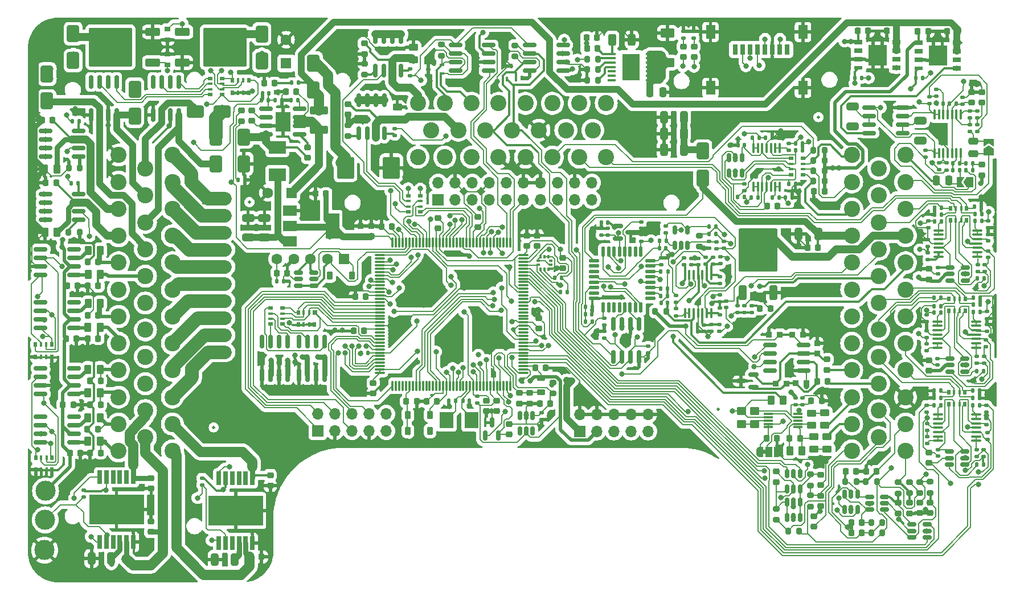
<source format=gbr>
%TF.GenerationSoftware,KiCad,Pcbnew,7.0.1*%
%TF.CreationDate,2024-06-21T03:41:50+03:00*%
%TF.ProjectId,ECUGDI,45435547-4449-42e6-9b69-6361645f7063,rev?*%
%TF.SameCoordinates,Original*%
%TF.FileFunction,Copper,L1,Top*%
%TF.FilePolarity,Positive*%
%FSLAX46Y46*%
G04 Gerber Fmt 4.6, Leading zero omitted, Abs format (unit mm)*
G04 Created by KiCad (PCBNEW 7.0.1) date 2024-06-21 03:41:50*
%MOMM*%
%LPD*%
G01*
G04 APERTURE LIST*
G04 Aperture macros list*
%AMRoundRect*
0 Rectangle with rounded corners*
0 $1 Rounding radius*
0 $2 $3 $4 $5 $6 $7 $8 $9 X,Y pos of 4 corners*
0 Add a 4 corners polygon primitive as box body*
4,1,4,$2,$3,$4,$5,$6,$7,$8,$9,$2,$3,0*
0 Add four circle primitives for the rounded corners*
1,1,$1+$1,$2,$3*
1,1,$1+$1,$4,$5*
1,1,$1+$1,$6,$7*
1,1,$1+$1,$8,$9*
0 Add four rect primitives between the rounded corners*
20,1,$1+$1,$2,$3,$4,$5,0*
20,1,$1+$1,$4,$5,$6,$7,0*
20,1,$1+$1,$6,$7,$8,$9,0*
20,1,$1+$1,$8,$9,$2,$3,0*%
%AMFreePoly0*
4,1,19,0.550000,-0.750000,0.000000,-0.750000,0.000000,-0.744911,-0.071157,-0.744911,-0.207708,-0.704816,-0.327430,-0.627875,-0.420627,-0.520320,-0.479746,-0.390866,-0.500000,-0.250000,-0.500000,0.250000,-0.479746,0.390866,-0.420627,0.520320,-0.327430,0.627875,-0.207708,0.704816,-0.071157,0.744911,0.000000,0.744911,0.000000,0.750000,0.550000,0.750000,0.550000,-0.750000,0.550000,-0.750000,
$1*%
%AMFreePoly1*
4,1,19,0.000000,0.744911,0.071157,0.744911,0.207708,0.704816,0.327430,0.627875,0.420627,0.520320,0.479746,0.390866,0.500000,0.250000,0.500000,-0.250000,0.479746,-0.390866,0.420627,-0.520320,0.327430,-0.627875,0.207708,-0.704816,0.071157,-0.744911,0.000000,-0.744911,0.000000,-0.750000,-0.550000,-0.750000,-0.550000,0.750000,0.000000,0.750000,0.000000,0.744911,0.000000,0.744911,
$1*%
%AMFreePoly2*
4,1,6,1.000000,0.000000,0.500000,-0.750000,-0.500000,-0.750000,-0.500000,0.750000,0.500000,0.750000,1.000000,0.000000,1.000000,0.000000,$1*%
%AMFreePoly3*
4,1,6,0.500000,-0.750000,-0.650000,-0.750000,-0.150000,0.000000,-0.650000,0.750000,0.500000,0.750000,0.500000,-0.750000,0.500000,-0.750000,$1*%
G04 Aperture macros list end*
%TA.AperFunction,SMDPad,CuDef*%
%ADD10C,0.500000*%
%TD*%
%TA.AperFunction,SMDPad,CuDef*%
%ADD11RoundRect,0.085000X0.340000X0.340000X-0.340000X0.340000X-0.340000X-0.340000X0.340000X-0.340000X0*%
%TD*%
%TA.AperFunction,SMDPad,CuDef*%
%ADD12RoundRect,0.225000X-0.250000X0.225000X-0.250000X-0.225000X0.250000X-0.225000X0.250000X0.225000X0*%
%TD*%
%TA.AperFunction,SMDPad,CuDef*%
%ADD13RoundRect,0.150000X-0.150000X0.825000X-0.150000X-0.825000X0.150000X-0.825000X0.150000X0.825000X0*%
%TD*%
%TA.AperFunction,SMDPad,CuDef*%
%ADD14RoundRect,0.250000X0.450000X-0.262500X0.450000X0.262500X-0.450000X0.262500X-0.450000X-0.262500X0*%
%TD*%
%TA.AperFunction,SMDPad,CuDef*%
%ADD15RoundRect,0.200000X0.275000X-0.200000X0.275000X0.200000X-0.275000X0.200000X-0.275000X-0.200000X0*%
%TD*%
%TA.AperFunction,SMDPad,CuDef*%
%ADD16RoundRect,0.250000X0.650000X-1.000000X0.650000X1.000000X-0.650000X1.000000X-0.650000X-1.000000X0*%
%TD*%
%TA.AperFunction,SMDPad,CuDef*%
%ADD17RoundRect,0.225000X0.250000X-0.225000X0.250000X0.225000X-0.250000X0.225000X-0.250000X-0.225000X0*%
%TD*%
%TA.AperFunction,SMDPad,CuDef*%
%ADD18RoundRect,0.250000X0.262500X0.450000X-0.262500X0.450000X-0.262500X-0.450000X0.262500X-0.450000X0*%
%TD*%
%TA.AperFunction,SMDPad,CuDef*%
%ADD19RoundRect,0.250000X0.650000X-0.325000X0.650000X0.325000X-0.650000X0.325000X-0.650000X-0.325000X0*%
%TD*%
%TA.AperFunction,SMDPad,CuDef*%
%ADD20RoundRect,0.135000X0.135000X0.185000X-0.135000X0.185000X-0.135000X-0.185000X0.135000X-0.185000X0*%
%TD*%
%TA.AperFunction,SMDPad,CuDef*%
%ADD21RoundRect,0.200000X-0.275000X0.200000X-0.275000X-0.200000X0.275000X-0.200000X0.275000X0.200000X0*%
%TD*%
%TA.AperFunction,SMDPad,CuDef*%
%ADD22RoundRect,0.150000X0.150000X-0.825000X0.150000X0.825000X-0.150000X0.825000X-0.150000X-0.825000X0*%
%TD*%
%TA.AperFunction,SMDPad,CuDef*%
%ADD23RoundRect,0.135000X-0.185000X0.135000X-0.185000X-0.135000X0.185000X-0.135000X0.185000X0.135000X0*%
%TD*%
%TA.AperFunction,SMDPad,CuDef*%
%ADD24RoundRect,0.135000X0.185000X-0.135000X0.185000X0.135000X-0.185000X0.135000X-0.185000X-0.135000X0*%
%TD*%
%TA.AperFunction,SMDPad,CuDef*%
%ADD25C,3.000000*%
%TD*%
%TA.AperFunction,SMDPad,CuDef*%
%ADD26RoundRect,0.140000X-0.140000X-0.170000X0.140000X-0.170000X0.140000X0.170000X-0.140000X0.170000X0*%
%TD*%
%TA.AperFunction,SMDPad,CuDef*%
%ADD27RoundRect,0.225000X-0.225000X-0.250000X0.225000X-0.250000X0.225000X0.250000X-0.225000X0.250000X0*%
%TD*%
%TA.AperFunction,SMDPad,CuDef*%
%ADD28RoundRect,0.150000X0.825000X0.150000X-0.825000X0.150000X-0.825000X-0.150000X0.825000X-0.150000X0*%
%TD*%
%TA.AperFunction,SMDPad,CuDef*%
%ADD29R,0.500000X0.800000*%
%TD*%
%TA.AperFunction,SMDPad,CuDef*%
%ADD30R,0.400000X0.800000*%
%TD*%
%TA.AperFunction,SMDPad,CuDef*%
%ADD31RoundRect,0.075000X0.075000X-0.662500X0.075000X0.662500X-0.075000X0.662500X-0.075000X-0.662500X0*%
%TD*%
%TA.AperFunction,SMDPad,CuDef*%
%ADD32RoundRect,0.075000X0.662500X-0.075000X0.662500X0.075000X-0.662500X0.075000X-0.662500X-0.075000X0*%
%TD*%
%TA.AperFunction,SMDPad,CuDef*%
%ADD33RoundRect,0.140000X0.170000X-0.140000X0.170000X0.140000X-0.170000X0.140000X-0.170000X-0.140000X0*%
%TD*%
%TA.AperFunction,SMDPad,CuDef*%
%ADD34R,0.800000X0.500000*%
%TD*%
%TA.AperFunction,SMDPad,CuDef*%
%ADD35R,0.800000X0.400000*%
%TD*%
%TA.AperFunction,SMDPad,CuDef*%
%ADD36RoundRect,0.225000X0.225000X0.250000X-0.225000X0.250000X-0.225000X-0.250000X0.225000X-0.250000X0*%
%TD*%
%TA.AperFunction,SMDPad,CuDef*%
%ADD37RoundRect,0.200000X-0.200000X-0.275000X0.200000X-0.275000X0.200000X0.275000X-0.200000X0.275000X0*%
%TD*%
%TA.AperFunction,SMDPad,CuDef*%
%ADD38RoundRect,0.225000X-0.225000X-0.375000X0.225000X-0.375000X0.225000X0.375000X-0.225000X0.375000X0*%
%TD*%
%TA.AperFunction,SMDPad,CuDef*%
%ADD39RoundRect,0.218750X0.256250X-0.218750X0.256250X0.218750X-0.256250X0.218750X-0.256250X-0.218750X0*%
%TD*%
%TA.AperFunction,SMDPad,CuDef*%
%ADD40RoundRect,0.250000X-0.650000X1.000000X-0.650000X-1.000000X0.650000X-1.000000X0.650000X1.000000X0*%
%TD*%
%TA.AperFunction,SMDPad,CuDef*%
%ADD41RoundRect,0.150000X-0.825000X-0.150000X0.825000X-0.150000X0.825000X0.150000X-0.825000X0.150000X0*%
%TD*%
%TA.AperFunction,SMDPad,CuDef*%
%ADD42RoundRect,0.100000X0.100000X-0.637500X0.100000X0.637500X-0.100000X0.637500X-0.100000X-0.637500X0*%
%TD*%
%TA.AperFunction,SMDPad,CuDef*%
%ADD43RoundRect,0.250000X-0.450000X0.350000X-0.450000X-0.350000X0.450000X-0.350000X0.450000X0.350000X0*%
%TD*%
%TA.AperFunction,SMDPad,CuDef*%
%ADD44RoundRect,0.135000X-0.135000X-0.185000X0.135000X-0.185000X0.135000X0.185000X-0.135000X0.185000X0*%
%TD*%
%TA.AperFunction,SMDPad,CuDef*%
%ADD45R,1.400000X0.300000*%
%TD*%
%TA.AperFunction,SMDPad,CuDef*%
%ADD46RoundRect,0.140000X0.140000X0.170000X-0.140000X0.170000X-0.140000X-0.170000X0.140000X-0.170000X0*%
%TD*%
%TA.AperFunction,SMDPad,CuDef*%
%ADD47RoundRect,0.150000X0.512500X0.150000X-0.512500X0.150000X-0.512500X-0.150000X0.512500X-0.150000X0*%
%TD*%
%TA.AperFunction,SMDPad,CuDef*%
%ADD48RoundRect,0.200000X0.200000X0.275000X-0.200000X0.275000X-0.200000X-0.275000X0.200000X-0.275000X0*%
%TD*%
%TA.AperFunction,SMDPad,CuDef*%
%ADD49RoundRect,0.218750X0.218750X0.256250X-0.218750X0.256250X-0.218750X-0.256250X0.218750X-0.256250X0*%
%TD*%
%TA.AperFunction,SMDPad,CuDef*%
%ADD50RoundRect,0.140000X-0.170000X0.140000X-0.170000X-0.140000X0.170000X-0.140000X0.170000X0.140000X0*%
%TD*%
%TA.AperFunction,SMDPad,CuDef*%
%ADD51RoundRect,0.150000X-0.150000X0.512500X-0.150000X-0.512500X0.150000X-0.512500X0.150000X0.512500X0*%
%TD*%
%TA.AperFunction,SMDPad,CuDef*%
%ADD52R,2.000000X2.400000*%
%TD*%
%TA.AperFunction,SMDPad,CuDef*%
%ADD53R,0.450000X0.700000*%
%TD*%
%TA.AperFunction,SMDPad,CuDef*%
%ADD54RoundRect,0.250000X0.250000X0.475000X-0.250000X0.475000X-0.250000X-0.475000X0.250000X-0.475000X0*%
%TD*%
%TA.AperFunction,SMDPad,CuDef*%
%ADD55RoundRect,0.250000X-1.075000X0.375000X-1.075000X-0.375000X1.075000X-0.375000X1.075000X0.375000X0*%
%TD*%
%TA.AperFunction,SMDPad,CuDef*%
%ADD56FreePoly0,0.000000*%
%TD*%
%TA.AperFunction,SMDPad,CuDef*%
%ADD57R,1.000000X1.500000*%
%TD*%
%TA.AperFunction,SMDPad,CuDef*%
%ADD58FreePoly1,0.000000*%
%TD*%
%TA.AperFunction,SMDPad,CuDef*%
%ADD59RoundRect,0.250000X0.312500X0.625000X-0.312500X0.625000X-0.312500X-0.625000X0.312500X-0.625000X0*%
%TD*%
%TA.AperFunction,SMDPad,CuDef*%
%ADD60RoundRect,0.100000X0.637500X0.100000X-0.637500X0.100000X-0.637500X-0.100000X0.637500X-0.100000X0*%
%TD*%
%TA.AperFunction,SMDPad,CuDef*%
%ADD61R,0.650000X2.000000*%
%TD*%
%TA.AperFunction,SMDPad,CuDef*%
%ADD62R,8.100000X4.500000*%
%TD*%
%TA.AperFunction,SMDPad,CuDef*%
%ADD63RoundRect,0.250000X0.325000X0.650000X-0.325000X0.650000X-0.325000X-0.650000X0.325000X-0.650000X0*%
%TD*%
%TA.AperFunction,SMDPad,CuDef*%
%ADD64RoundRect,0.070000X0.390000X-0.280000X0.390000X0.280000X-0.390000X0.280000X-0.390000X-0.280000X0*%
%TD*%
%TA.AperFunction,ComponentPad*%
%ADD65R,1.700000X1.700000*%
%TD*%
%TA.AperFunction,ComponentPad*%
%ADD66O,1.700000X1.700000*%
%TD*%
%TA.AperFunction,SMDPad,CuDef*%
%ADD67RoundRect,0.250000X-0.450000X0.262500X-0.450000X-0.262500X0.450000X-0.262500X0.450000X0.262500X0*%
%TD*%
%TA.AperFunction,SMDPad,CuDef*%
%ADD68R,2.500000X1.900000*%
%TD*%
%TA.AperFunction,SMDPad,CuDef*%
%ADD69RoundRect,0.070000X-0.390000X0.280000X-0.390000X-0.280000X0.390000X-0.280000X0.390000X0.280000X0*%
%TD*%
%TA.AperFunction,SMDPad,CuDef*%
%ADD70RoundRect,0.150000X0.150000X-0.512500X0.150000X0.512500X-0.150000X0.512500X-0.150000X-0.512500X0*%
%TD*%
%TA.AperFunction,SMDPad,CuDef*%
%ADD71RoundRect,0.100000X-0.100000X0.637500X-0.100000X-0.637500X0.100000X-0.637500X0.100000X0.637500X0*%
%TD*%
%TA.AperFunction,SMDPad,CuDef*%
%ADD72RoundRect,0.150000X-0.512500X-0.150000X0.512500X-0.150000X0.512500X0.150000X-0.512500X0.150000X0*%
%TD*%
%TA.AperFunction,SMDPad,CuDef*%
%ADD73R,1.310000X0.650000*%
%TD*%
%TA.AperFunction,SMDPad,CuDef*%
%ADD74R,1.310000X0.600000*%
%TD*%
%TA.AperFunction,SMDPad,CuDef*%
%ADD75R,1.325000X1.500000*%
%TD*%
%TA.AperFunction,SMDPad,CuDef*%
%ADD76RoundRect,0.250000X-0.850000X-0.350000X0.850000X-0.350000X0.850000X0.350000X-0.850000X0.350000X0*%
%TD*%
%TA.AperFunction,SMDPad,CuDef*%
%ADD77RoundRect,0.250000X-1.275000X-1.125000X1.275000X-1.125000X1.275000X1.125000X-1.275000X1.125000X0*%
%TD*%
%TA.AperFunction,SMDPad,CuDef*%
%ADD78RoundRect,0.249997X-2.950003X-2.650003X2.950003X-2.650003X2.950003X2.650003X-2.950003X2.650003X0*%
%TD*%
%TA.AperFunction,SMDPad,CuDef*%
%ADD79R,2.290000X3.000000*%
%TD*%
%TA.AperFunction,SMDPad,CuDef*%
%ADD80RoundRect,0.218750X-0.381250X0.218750X-0.381250X-0.218750X0.381250X-0.218750X0.381250X0.218750X0*%
%TD*%
%TA.AperFunction,ComponentPad*%
%ADD81R,1.600000X1.600000*%
%TD*%
%TA.AperFunction,ComponentPad*%
%ADD82C,1.600000*%
%TD*%
%TA.AperFunction,SMDPad,CuDef*%
%ADD83R,0.700000X0.450000*%
%TD*%
%TA.AperFunction,SMDPad,CuDef*%
%ADD84RoundRect,0.250000X-0.325000X-0.650000X0.325000X-0.650000X0.325000X0.650000X-0.325000X0.650000X0*%
%TD*%
%TA.AperFunction,SMDPad,CuDef*%
%ADD85R,2.000000X1.500000*%
%TD*%
%TA.AperFunction,SMDPad,CuDef*%
%ADD86R,2.000000X3.800000*%
%TD*%
%TA.AperFunction,SMDPad,CuDef*%
%ADD87RoundRect,0.100000X-0.175000X-0.100000X0.175000X-0.100000X0.175000X0.100000X-0.175000X0.100000X0*%
%TD*%
%TA.AperFunction,SMDPad,CuDef*%
%ADD88RoundRect,0.100000X-0.100000X-0.175000X0.100000X-0.175000X0.100000X0.175000X-0.100000X0.175000X0*%
%TD*%
%TA.AperFunction,SMDPad,CuDef*%
%ADD89RoundRect,0.250000X0.800000X-0.450000X0.800000X0.450000X-0.800000X0.450000X-0.800000X-0.450000X0*%
%TD*%
%TA.AperFunction,SMDPad,CuDef*%
%ADD90RoundRect,0.218750X-0.256250X0.218750X-0.256250X-0.218750X0.256250X-0.218750X0.256250X0.218750X0*%
%TD*%
%TA.AperFunction,SMDPad,CuDef*%
%ADD91R,0.800000X1.500000*%
%TD*%
%TA.AperFunction,SMDPad,CuDef*%
%ADD92R,1.450000X2.000000*%
%TD*%
%TA.AperFunction,SMDPad,CuDef*%
%ADD93RoundRect,0.250000X0.450000X-0.350000X0.450000X0.350000X-0.450000X0.350000X-0.450000X-0.350000X0*%
%TD*%
%TA.AperFunction,SMDPad,CuDef*%
%ADD94RoundRect,0.150000X0.587500X0.150000X-0.587500X0.150000X-0.587500X-0.150000X0.587500X-0.150000X0*%
%TD*%
%TA.AperFunction,SMDPad,CuDef*%
%ADD95RoundRect,0.085000X-0.340000X-0.340000X0.340000X-0.340000X0.340000X0.340000X-0.340000X0.340000X0*%
%TD*%
%TA.AperFunction,SMDPad,CuDef*%
%ADD96RoundRect,0.125000X-0.125000X0.625000X-0.125000X-0.625000X0.125000X-0.625000X0.125000X0.625000X0*%
%TD*%
%TA.AperFunction,SMDPad,CuDef*%
%ADD97RoundRect,0.125000X-0.625000X0.125000X-0.625000X-0.125000X0.625000X-0.125000X0.625000X0.125000X0*%
%TD*%
%TA.AperFunction,SMDPad,CuDef*%
%ADD98RoundRect,0.250000X0.350000X-0.850000X0.350000X0.850000X-0.350000X0.850000X-0.350000X-0.850000X0*%
%TD*%
%TA.AperFunction,SMDPad,CuDef*%
%ADD99RoundRect,0.250000X1.125000X-1.275000X1.125000X1.275000X-1.125000X1.275000X-1.125000X-1.275000X0*%
%TD*%
%TA.AperFunction,SMDPad,CuDef*%
%ADD100RoundRect,0.249997X2.650003X-2.950003X2.650003X2.950003X-2.650003X2.950003X-2.650003X-2.950003X0*%
%TD*%
%TA.AperFunction,SMDPad,CuDef*%
%ADD101FreePoly2,180.000000*%
%TD*%
%TA.AperFunction,SMDPad,CuDef*%
%ADD102FreePoly3,180.000000*%
%TD*%
%TA.AperFunction,SMDPad,CuDef*%
%ADD103RoundRect,0.250000X1.000000X-1.400000X1.000000X1.400000X-1.000000X1.400000X-1.000000X-1.400000X0*%
%TD*%
%TA.AperFunction,SMDPad,CuDef*%
%ADD104RoundRect,0.150000X-0.587500X-0.150000X0.587500X-0.150000X0.587500X0.150000X-0.587500X0.150000X0*%
%TD*%
%TA.AperFunction,SMDPad,CuDef*%
%ADD105FreePoly2,90.000000*%
%TD*%
%TA.AperFunction,SMDPad,CuDef*%
%ADD106FreePoly3,90.000000*%
%TD*%
%TA.AperFunction,SMDPad,CuDef*%
%ADD107R,1.310000X0.450000*%
%TD*%
%TA.AperFunction,SMDPad,CuDef*%
%ADD108R,2.650000X4.000000*%
%TD*%
%TA.AperFunction,SMDPad,CuDef*%
%ADD109RoundRect,0.250000X-0.475000X0.250000X-0.475000X-0.250000X0.475000X-0.250000X0.475000X0.250000X0*%
%TD*%
%TA.AperFunction,SMDPad,CuDef*%
%ADD110RoundRect,0.250000X1.000000X0.650000X-1.000000X0.650000X-1.000000X-0.650000X1.000000X-0.650000X0*%
%TD*%
%TA.AperFunction,SMDPad,CuDef*%
%ADD111RoundRect,0.085000X-0.340000X0.340000X-0.340000X-0.340000X0.340000X-0.340000X0.340000X0.340000X0*%
%TD*%
%TA.AperFunction,SMDPad,CuDef*%
%ADD112RoundRect,0.150000X0.150000X-0.587500X0.150000X0.587500X-0.150000X0.587500X-0.150000X-0.587500X0*%
%TD*%
%TA.AperFunction,SMDPad,CuDef*%
%ADD113RoundRect,0.250000X0.850000X0.350000X-0.850000X0.350000X-0.850000X-0.350000X0.850000X-0.350000X0*%
%TD*%
%TA.AperFunction,SMDPad,CuDef*%
%ADD114RoundRect,0.250000X1.275000X1.125000X-1.275000X1.125000X-1.275000X-1.125000X1.275000X-1.125000X0*%
%TD*%
%TA.AperFunction,SMDPad,CuDef*%
%ADD115RoundRect,0.249997X2.950003X2.650003X-2.950003X2.650003X-2.950003X-2.650003X2.950003X-2.650003X0*%
%TD*%
%TA.AperFunction,ComponentPad*%
%ADD116C,2.400000*%
%TD*%
%TA.AperFunction,ViaPad*%
%ADD117C,0.800000*%
%TD*%
%TA.AperFunction,Conductor*%
%ADD118C,0.800000*%
%TD*%
%TA.AperFunction,Conductor*%
%ADD119C,0.200000*%
%TD*%
%TA.AperFunction,Conductor*%
%ADD120C,0.350000*%
%TD*%
%TA.AperFunction,Conductor*%
%ADD121C,0.500000*%
%TD*%
%TA.AperFunction,Conductor*%
%ADD122C,2.000000*%
%TD*%
%TA.AperFunction,Conductor*%
%ADD123C,1.000000*%
%TD*%
%TA.AperFunction,Conductor*%
%ADD124C,1.200000*%
%TD*%
%TA.AperFunction,Conductor*%
%ADD125C,1.500000*%
%TD*%
G04 APERTURE END LIST*
%TA.AperFunction,EtchedComponent*%
%TO.C,JP1*%
G36*
X177250000Y-108450000D02*
G01*
X176750000Y-108450000D01*
X176750000Y-107850000D01*
X177250000Y-107850000D01*
X177250000Y-108450000D01*
G37*
%TD.AperFunction*%
%TD*%
D10*
%TO.P,J15,*%
%TO.N,*%
X95150000Y-104500000D03*
%TD*%
%TO.P,J14,*%
%TO.N,*%
X170150000Y-101850000D03*
%TD*%
%TO.P,J11,*%
%TO.N,*%
X185050000Y-58350000D03*
%TD*%
%TO.P,J10,*%
%TO.N,*%
X100450000Y-71000000D03*
%TD*%
D11*
%TO.P,C13,1*%
%TO.N,Net-(U33-T-)*%
X180290001Y-97987500D03*
%TO.P,C13,2*%
%TO.N,Net-(U33-T+)*%
X178709999Y-97987500D03*
%TD*%
D12*
%TO.P,C130,1*%
%TO.N,GND*%
X207800000Y-54650000D03*
%TO.P,C130,2*%
%TO.N,/knock/V_mid*%
X207800000Y-56200000D03*
%TD*%
D13*
%TO.P,U51,1,IN1*%
%TO.N,Net-(RN6-R2.2)*%
X106130000Y-91775000D03*
%TO.P,U51,2,STATUS1*%
%TO.N,unconnected-(U51-STATUS1-Pad2)*%
X104860000Y-91775000D03*
%TO.P,U51,3,IN2*%
%TO.N,Net-(RN6-R1.2)*%
X103590000Y-91775000D03*
%TO.P,U51,4,STATUS2*%
%TO.N,unconnected-(U51-STATUS2-Pad4)*%
X102320000Y-91775000D03*
%TO.P,U51,5,S2*%
%TO.N,GND*%
X102320000Y-96725000D03*
%TO.P,U51,6,D2*%
%TO.N,/ingect-8*%
X103590000Y-96725000D03*
%TO.P,U51,7,S1*%
%TO.N,GND*%
X104860000Y-96725000D03*
%TO.P,U51,8,D1*%
%TO.N,/ingect-7*%
X106130000Y-96725000D03*
%TD*%
D14*
%TO.P,R122,1*%
%TO.N,Net-(R122-Pad1)*%
X186350000Y-107712500D03*
%TO.P,R122,2*%
%TO.N,/VR1-*%
X186350000Y-105887500D03*
%TD*%
D15*
%TO.P,R155,1*%
%TO.N,Net-(U40-GND)*%
X115130038Y-61212500D03*
%TO.P,R155,2*%
%TO.N,GND*%
X115130038Y-59562500D03*
%TD*%
D16*
%TO.P,D1,1,K*%
%TO.N,/12V_N*%
X102300000Y-49990000D03*
%TO.P,D1,2,A*%
%TO.N,/OUT_LS1*%
X102300000Y-45990000D03*
%TD*%
D17*
%TO.P,C68,1*%
%TO.N,GND*%
X137200000Y-102050000D03*
%TO.P,C68,2*%
%TO.N,+3.3V*%
X137200000Y-100500000D03*
%TD*%
D18*
%TO.P,R165,1*%
%TO.N,/IGN7*%
X78287500Y-86080000D03*
%TO.P,R165,2*%
%TO.N,Net-(U44-OUT_A)*%
X76462500Y-86080000D03*
%TD*%
D19*
%TO.P,C112,1*%
%TO.N,+5V*%
X102700000Y-76275000D03*
%TO.P,C112,2*%
%TO.N,GND*%
X102700000Y-73325000D03*
%TD*%
D12*
%TO.P,C133,1*%
%TO.N,GND*%
X209350000Y-54650000D03*
%TO.P,C133,2*%
%TO.N,Net-(C133-Pad2)*%
X209350000Y-56200000D03*
%TD*%
D15*
%TO.P,R113,1*%
%TO.N,/5V_SENSOR_1*%
X200100000Y-114275000D03*
%TO.P,R113,2*%
%TO.N,/DIGITAL_5*%
X200100000Y-112625000D03*
%TD*%
D20*
%TO.P,R99,1*%
%TO.N,GND*%
X182674829Y-62250000D03*
%TO.P,R99,2*%
%TO.N,/mcu/AT3*%
X181654829Y-62250000D03*
%TD*%
D21*
%TO.P,R120,1*%
%TO.N,Net-(U23-IO2)*%
X183850000Y-111485000D03*
%TO.P,R120,2*%
%TO.N,/DIGITAL_6*%
X183850000Y-113135000D03*
%TD*%
D22*
%TO.P,U40,1,GND*%
%TO.N,Net-(U40-GND)*%
X116675038Y-60762500D03*
%TO.P,U40,2,IN*%
%TO.N,Net-(RN13-R3.2)*%
X117945038Y-60762500D03*
%TO.P,U40,3,OUT*%
%TO.N,/HS2*%
X119215038Y-60762500D03*
%TO.P,U40,4,ST*%
%TO.N,Net-(U40-ST)*%
X120485038Y-60762500D03*
%TO.P,U40,5,VS*%
%TO.N,/12V_MR*%
X120485038Y-55812500D03*
%TO.P,U40,6,VS*%
X119215038Y-55812500D03*
%TO.P,U40,7,VS*%
X117945038Y-55812500D03*
%TO.P,U40,8,VS*%
X116675038Y-55812500D03*
%TD*%
D23*
%TO.P,R139,1*%
%TO.N,Net-(U27A--)*%
X207600000Y-59440000D03*
%TO.P,R139,2*%
%TO.N,Net-(C131-Pad1)*%
X207600000Y-60460000D03*
%TD*%
D15*
%TO.P,R114,1*%
%TO.N,/5V_SENSOR_1*%
X183850000Y-116275000D03*
%TO.P,R114,2*%
%TO.N,/DIGITAL_6*%
X183850000Y-114625000D03*
%TD*%
D24*
%TO.P,R23,1*%
%TO.N,Net-(R23-Pad1)*%
X162350000Y-75572500D03*
%TO.P,R23,2*%
%TO.N,Net-(U36--)*%
X162350000Y-74552500D03*
%TD*%
D17*
%TO.P,C117,1*%
%TO.N,/DIGITAL_4*%
X184400000Y-119275000D03*
%TO.P,C117,2*%
%TO.N,GND*%
X184400000Y-117725000D03*
%TD*%
D23*
%TO.P,R147,1*%
%TO.N,Net-(U27B-+)*%
X202600000Y-54240000D03*
%TO.P,R147,2*%
%TO.N,Net-(C135-Pad1)*%
X202600000Y-55260000D03*
%TD*%
D25*
%TO.P,J3,1,Pin_1*%
%TO.N,+3.3V*%
X70100000Y-118250000D03*
%TD*%
D26*
%TO.P,C83,1*%
%TO.N,Net-(RN1-R3.2)*%
X208620000Y-96100000D03*
%TO.P,C83,2*%
%TO.N,GND*%
X209580000Y-96100000D03*
%TD*%
D27*
%TO.P,C62,1*%
%TO.N,GND*%
X115950000Y-90100000D03*
%TO.P,C62,2*%
%TO.N,+3.3V*%
X117500000Y-90100000D03*
%TD*%
D24*
%TO.P,R75,1*%
%TO.N,GND*%
X201350000Y-74810000D03*
%TO.P,R75,2*%
%TO.N,/mcu/AV3*%
X201350000Y-73790000D03*
%TD*%
D28*
%TO.P,U17,1,TXD*%
%TO.N,/mcu/CAN_TX*%
X147075000Y-51455000D03*
%TO.P,U17,2,GND*%
%TO.N,GND*%
X147075000Y-50185000D03*
%TO.P,U17,3,VCC*%
%TO.N,+5V*%
X147075000Y-48915000D03*
%TO.P,U17,4,RXD*%
%TO.N,/mcu/CAN_RX*%
X147075000Y-47645000D03*
%TO.P,U17,5,VIO*%
%TO.N,+3.3V*%
X142125000Y-47645000D03*
%TO.P,U17,6,CANL*%
%TO.N,/CAN-*%
X142125000Y-48915000D03*
%TO.P,U17,7,CANH*%
%TO.N,/CAN+*%
X142125000Y-50185000D03*
%TO.P,U17,8,S*%
%TO.N,GND*%
X142125000Y-51455000D03*
%TD*%
D29*
%TO.P,RN14,1,R1.1*%
%TO.N,GND*%
X68650000Y-94000000D03*
D30*
%TO.P,RN14,2,R2.1*%
X69450000Y-94000000D03*
%TO.P,RN14,3,R3.1*%
X70250000Y-94000000D03*
D29*
%TO.P,RN14,4,R4.1*%
X71050000Y-94000000D03*
%TO.P,RN14,5,R4.2*%
%TO.N,/ign2/IN4*%
X71050000Y-92200000D03*
D30*
%TO.P,RN14,6,R3.2*%
%TO.N,/ign2/IN3*%
X70250000Y-92200000D03*
%TO.P,RN14,7,R2.2*%
%TO.N,/ign2/IN2*%
X69450000Y-92200000D03*
D29*
%TO.P,RN14,8,R1.2*%
%TO.N,/ign2/IN1*%
X68650000Y-92200000D03*
%TD*%
D20*
%TO.P,R102,1*%
%TO.N,/psu/12v_PROT*%
X107760000Y-53250000D03*
%TO.P,R102,2*%
%TO.N,Net-(C103-Pad1)*%
X106740000Y-53250000D03*
%TD*%
D23*
%TO.P,R131,1*%
%TO.N,+5V*%
X181675000Y-100102500D03*
%TO.P,R131,2*%
%TO.N,Net-(U25-BIAS)*%
X181675000Y-101122500D03*
%TD*%
D31*
%TO.P,U4,1,PE2*%
%TO.N,/lowside_quad4/IN4*%
X121750000Y-98300000D03*
%TO.P,U4,2,PE3*%
%TO.N,/mcu/LED1*%
X122250000Y-98300000D03*
%TO.P,U4,3,PE4*%
%TO.N,/mcu/LED2*%
X122750000Y-98300000D03*
%TO.P,U4,4,PE5*%
%TO.N,/mcu/LED3*%
X123250000Y-98300000D03*
%TO.P,U4,5,PE6*%
%TO.N,/mcu/LED4*%
X123750000Y-98300000D03*
%TO.P,U4,6,VBAT*%
%TO.N,Net-(D17-K)*%
X124250000Y-98300000D03*
%TO.P,U4,7,PC13*%
%TO.N,unconnected-(U4-PC13-Pad7)*%
X124750000Y-98300000D03*
%TO.P,U4,8,PC14*%
%TO.N,/mcu/5V_SENSOR_2_PG*%
X125250000Y-98300000D03*
%TO.P,U4,9,PC15*%
%TO.N,/mcu/5V_SENSOR_1_PG*%
X125750000Y-98300000D03*
%TO.P,U4,10,PF0*%
%TO.N,unconnected-(U4-PF0-Pad10)*%
X126250000Y-98300000D03*
%TO.P,U4,11,PF1*%
%TO.N,unconnected-(U4-PF1-Pad11)*%
X126750000Y-98300000D03*
%TO.P,U4,12,PF2*%
%TO.N,unconnected-(U4-PF2-Pad12)*%
X127250000Y-98300000D03*
%TO.P,U4,13,PF3*%
%TO.N,unconnected-(U4-PF3-Pad13)*%
X127750000Y-98300000D03*
%TO.P,U4,14,PF4*%
%TO.N,/knock/FILTERED_1*%
X128250000Y-98300000D03*
%TO.P,U4,15,PF5*%
%TO.N,/knock/FILTERED_2*%
X128750000Y-98300000D03*
%TO.P,U4,16,VSS*%
%TO.N,GND*%
X129250000Y-98300000D03*
%TO.P,U4,17,VDD*%
%TO.N,+3.3V*%
X129750000Y-98300000D03*
%TO.P,U4,18,PF6*%
%TO.N,/AUX_SPI_CS*%
X130250000Y-98300000D03*
%TO.P,U4,19,PF7*%
%TO.N,/AUX_SPI_SCK*%
X130750000Y-98300000D03*
%TO.P,U4,20,PF8*%
%TO.N,/AUX_SPI_MISO*%
X131250000Y-98300000D03*
%TO.P,U4,21,PF9*%
%TO.N,/AUX_SPI_MOSI*%
X131750000Y-98300000D03*
%TO.P,U4,22,PF10*%
%TO.N,unconnected-(U4-PF10-Pad22)*%
X132250000Y-98300000D03*
%TO.P,U4,23,PH0*%
%TO.N,Net-(U4-PH0)*%
X132750000Y-98300000D03*
%TO.P,U4,24,PH1*%
%TO.N,Net-(U4-PH1)*%
X133250000Y-98300000D03*
%TO.P,U4,25,NRST*%
%TO.N,/mcu/nRESET*%
X133750000Y-98300000D03*
%TO.P,U4,26,PC0*%
%TO.N,/mcu/AV1*%
X134250000Y-98300000D03*
%TO.P,U4,27,PC1*%
%TO.N,/mcu/AV2*%
X134750000Y-98300000D03*
%TO.P,U4,28,PC2*%
%TO.N,/mcu/AV3*%
X135250000Y-98300000D03*
%TO.P,U4,29,PC3*%
%TO.N,/mcu/AV4*%
X135750000Y-98300000D03*
%TO.P,U4,30,VDD*%
%TO.N,+3.3V*%
X136250000Y-98300000D03*
%TO.P,U4,31,VSSA*%
%TO.N,GND*%
X136750000Y-98300000D03*
%TO.P,U4,32,VREF+*%
%TO.N,Net-(U2-OUT)*%
X137250000Y-98300000D03*
%TO.P,U4,33,VDDA*%
%TO.N,/mcu/VDDA*%
X137750000Y-98300000D03*
%TO.P,U4,34,PA0*%
%TO.N,/mcu/AV5*%
X138250000Y-98300000D03*
%TO.P,U4,35,PA1*%
%TO.N,/mcu/AV6*%
X138750000Y-98300000D03*
%TO.P,U4,36,PA2*%
%TO.N,/mcu/AV7*%
X139250000Y-98300000D03*
D32*
%TO.P,U4,37,PA3*%
%TO.N,/mcu/AV8*%
X141162500Y-96387500D03*
%TO.P,U4,38,VSS*%
%TO.N,GND*%
X141162500Y-95887500D03*
%TO.P,U4,39,VDD*%
%TO.N,+3.3V*%
X141162500Y-95387500D03*
%TO.P,U4,40,PA4*%
%TO.N,/mcu/AV9*%
X141162500Y-94887500D03*
%TO.P,U4,41,PA5*%
%TO.N,/mcu/AV10*%
X141162500Y-94387500D03*
%TO.P,U4,42,PA6*%
%TO.N,/mcu/AV11*%
X141162500Y-93887500D03*
%TO.P,U4,43,PA7*%
%TO.N,/mcu/12V_DIVIDED*%
X141162500Y-93387500D03*
%TO.P,U4,44,PC4*%
%TO.N,/mcu/AT1*%
X141162500Y-92887500D03*
%TO.P,U4,45,PC5*%
%TO.N,/mcu/AT2*%
X141162500Y-92387500D03*
%TO.P,U4,46,PB0*%
%TO.N,/mcu/AT3*%
X141162500Y-91887500D03*
%TO.P,U4,47,PB1*%
%TO.N,/mcu/AT4*%
X141162500Y-91387500D03*
%TO.P,U4,48,PB2*%
%TO.N,GND*%
X141162500Y-90887500D03*
%TO.P,U4,49,PF11*%
%TO.N,unconnected-(U4-PF11-Pad49)*%
X141162500Y-90387500D03*
%TO.P,U4,50,PF12*%
%TO.N,unconnected-(U4-PF12-Pad50)*%
X141162500Y-89887500D03*
%TO.P,U4,51,VSS*%
%TO.N,GND*%
X141162500Y-89387500D03*
%TO.P,U4,52,VDD*%
%TO.N,+3.3V*%
X141162500Y-88887500D03*
%TO.P,U4,53,PF13*%
%TO.N,unconnected-(U4-PF13-Pad53)*%
X141162500Y-88387500D03*
%TO.P,U4,54,PF14*%
%TO.N,unconnected-(U4-PF14-Pad54)*%
X141162500Y-87887500D03*
%TO.P,U4,55,PF15*%
%TO.N,unconnected-(U4-PF15-Pad55)*%
X141162500Y-87387500D03*
%TO.P,U4,56,PG0*%
%TO.N,unconnected-(U4-PG0-Pad56)*%
X141162500Y-86887500D03*
%TO.P,U4,57,PG1*%
%TO.N,unconnected-(U4-PG1-Pad57)*%
X141162500Y-86387500D03*
%TO.P,U4,58,PE7*%
%TO.N,/mcu/VR_1*%
X141162500Y-85887500D03*
%TO.P,U4,59,PE8*%
%TO.N,/mcu/VR_2*%
X141162500Y-85387500D03*
%TO.P,U4,60,PE9*%
%TO.N,unconnected-(U4-PE9-Pad60)*%
X141162500Y-84887500D03*
%TO.P,U4,61,VSS*%
%TO.N,GND*%
X141162500Y-84387500D03*
%TO.P,U4,62,VDD*%
%TO.N,+3.3V*%
X141162500Y-83887500D03*
%TO.P,U4,63,PE10*%
%TO.N,unconnected-(U4-PE10-Pad63)*%
X141162500Y-83387500D03*
%TO.P,U4,64,PE11*%
%TO.N,/mcu/DIGITAL2*%
X141162500Y-82887500D03*
%TO.P,U4,65,PE12*%
%TO.N,/mcu/DIGITAL3*%
X141162500Y-82387500D03*
%TO.P,U4,66,PE13*%
%TO.N,/mcu/DIGITAL5*%
X141162500Y-81887500D03*
%TO.P,U4,67,PE14*%
%TO.N,/mcu/DIGITAL4*%
X141162500Y-81387500D03*
%TO.P,U4,68,PE15*%
%TO.N,/mcu/DIGITAL6*%
X141162500Y-80887500D03*
%TO.P,U4,69,PB10*%
%TO.N,/mcu/BARO_SCL*%
X141162500Y-80387500D03*
%TO.P,U4,70,PB11*%
%TO.N,/mcu/BARO_SDA*%
X141162500Y-79887500D03*
%TO.P,U4,71,VCAP_1*%
%TO.N,Net-(U4-VCAP_1)*%
X141162500Y-79387500D03*
%TO.P,U4,72,VDD*%
%TO.N,+3.3V*%
X141162500Y-78887500D03*
D31*
%TO.P,U4,73,PB12*%
%TO.N,/mcu/CAN2_RX*%
X139250000Y-76975000D03*
%TO.P,U4,74,PB13*%
%TO.N,/mcu/CAN2_TX*%
X138750000Y-76975000D03*
%TO.P,U4,75,PB14*%
%TO.N,unconnected-(U4-PB14-Pad75)*%
X138250000Y-76975000D03*
%TO.P,U4,76,PB15*%
%TO.N,unconnected-(U4-PB15-Pad76)*%
X137750000Y-76975000D03*
%TO.P,U4,77,PD8*%
%TO.N,/etb-2/DIS*%
X137250000Y-76975000D03*
%TO.P,U4,78,PD9*%
%TO.N,/etb-2/DIR*%
X136750000Y-76975000D03*
%TO.P,U4,79,PD10*%
%TO.N,/etb-1/DIR*%
X136250000Y-76975000D03*
%TO.P,U4,80,PD11*%
%TO.N,/etb-1/DIS*%
X135750000Y-76975000D03*
%TO.P,U4,81,PD12*%
%TO.N,/etb-1/PWM*%
X135250000Y-76975000D03*
%TO.P,U4,82,PD13*%
%TO.N,/etb-2/PWM*%
X134750000Y-76975000D03*
%TO.P,U4,83,VSS*%
%TO.N,GND*%
X134250000Y-76975000D03*
%TO.P,U4,84,VDD*%
%TO.N,+3.3V*%
X133750000Y-76975000D03*
%TO.P,U4,85,PD14*%
%TO.N,/highside_quad/IN4*%
X133250000Y-76975000D03*
%TO.P,U4,86,PD15*%
%TO.N,/highside_quad/IN3*%
X132750000Y-76975000D03*
%TO.P,U4,87,PG2*%
%TO.N,/AUX_SPI_CS1*%
X132250000Y-76975000D03*
%TO.P,U4,88,PG3*%
%TO.N,/mcu/IGN11*%
X131750000Y-76975000D03*
%TO.P,U4,89,PG4*%
%TO.N,/mcu/IGN10*%
X131250000Y-76975000D03*
%TO.P,U4,90,PG5*%
%TO.N,/OUT_Start*%
X130750000Y-76975000D03*
%TO.P,U4,91,PG6*%
%TO.N,/ign2/IN4*%
X130250000Y-76975000D03*
%TO.P,U4,92,PG7*%
%TO.N,/ign2/IN3*%
X129750000Y-76975000D03*
%TO.P,U4,93,PG8*%
%TO.N,/ign2/IN2*%
X129250000Y-76975000D03*
%TO.P,U4,94,VSS*%
%TO.N,GND*%
X128750000Y-76975000D03*
%TO.P,U4,95,VDDUSB*%
%TO.N,+3.3V*%
X128250000Y-76975000D03*
%TO.P,U4,96,PC6*%
%TO.N,/mcu/DIGITAL1*%
X127750000Y-76975000D03*
%TO.P,U4,97,PC7*%
%TO.N,/ign2/IN1*%
X127250000Y-76975000D03*
%TO.P,U4,98,PC8*%
%TO.N,/ign1/IN4*%
X126750000Y-76975000D03*
%TO.P,U4,99,PC9*%
%TO.N,/ign1/IN3*%
X126250000Y-76975000D03*
%TO.P,U4,100,PA8*%
%TO.N,/highside_quad/IN2*%
X125750000Y-76975000D03*
%TO.P,U4,101,PA9*%
%TO.N,/highside_quad/IN1*%
X125250000Y-76975000D03*
%TO.P,U4,102,PA10*%
%TO.N,unconnected-(U4-PA10-Pad102)*%
X124750000Y-76975000D03*
%TO.P,U4,103,PA11*%
%TO.N,/USB_D-*%
X124250000Y-76975000D03*
%TO.P,U4,104,PA12*%
%TO.N,/USB_D+*%
X123750000Y-76975000D03*
%TO.P,U4,105,PA13*%
%TO.N,/mcu/SWDIO*%
X123250000Y-76975000D03*
%TO.P,U4,106,VCAP_2*%
%TO.N,Net-(U4-VCAP_2)*%
X122750000Y-76975000D03*
%TO.P,U4,107,VSS*%
%TO.N,GND*%
X122250000Y-76975000D03*
%TO.P,U4,108,VDD*%
%TO.N,+3.3V*%
X121750000Y-76975000D03*
D32*
%TO.P,U4,109,PA14*%
%TO.N,/mcu/SWCLK*%
X119837500Y-78887500D03*
%TO.P,U4,110,PA15*%
%TO.N,unconnected-(U4-PA15-Pad110)*%
X119837500Y-79387500D03*
%TO.P,U4,111,PC10*%
%TO.N,/mcu/SD_SCK*%
X119837500Y-79887500D03*
%TO.P,U4,112,PC11*%
%TO.N,/mcu/SD_MISO*%
X119837500Y-80387500D03*
%TO.P,U4,113,PC12*%
%TO.N,/mcu/SD_MOSI*%
X119837500Y-80887500D03*
%TO.P,U4,114,PD0*%
%TO.N,/mcu/CAN_RX*%
X119837500Y-81387500D03*
%TO.P,U4,115,PD1*%
%TO.N,/mcu/CAN_TX*%
X119837500Y-81887500D03*
%TO.P,U4,116,PD2*%
%TO.N,/mcu/SD_CS*%
X119837500Y-82387500D03*
%TO.P,U4,117,PD3*%
%TO.N,/ign1/IN2*%
X119837500Y-82887500D03*
%TO.P,U4,118,PD4*%
%TO.N,/ign1/IN1*%
X119837500Y-83387500D03*
%TO.P,U4,119,PD5*%
%TO.N,/UART_RX*%
X119837500Y-83887500D03*
%TO.P,U4,120,VSS*%
%TO.N,GND*%
X119837500Y-84387500D03*
%TO.P,U4,121,VDDSDMMC*%
%TO.N,+3.3V*%
X119837500Y-84887500D03*
%TO.P,U4,122,PD6*%
%TO.N,/UART_TX*%
X119837500Y-85387500D03*
%TO.P,U4,123,PD7*%
%TO.N,/ingect-1*%
X119837500Y-85887500D03*
%TO.P,U4,124,PG9*%
%TO.N,/ingect-2*%
X119837500Y-86387500D03*
%TO.P,U4,125,PG10*%
%TO.N,/ingect-3*%
X119837500Y-86887500D03*
%TO.P,U4,126,PG11*%
%TO.N,/ingect-4*%
X119837500Y-87387500D03*
%TO.P,U4,127,PG12*%
%TO.N,/lowside_quad5/IN1*%
X119837500Y-87887500D03*
%TO.P,U4,128,PG13*%
%TO.N,/lowside_quad5/IN2*%
X119837500Y-88387500D03*
%TO.P,U4,129,PG14*%
%TO.N,/lowside_quad5/IN3*%
X119837500Y-88887500D03*
%TO.P,U4,130,VSS*%
%TO.N,GND*%
X119837500Y-89387500D03*
%TO.P,U4,131,VDD*%
%TO.N,+3.3V*%
X119837500Y-89887500D03*
%TO.P,U4,132,PG15*%
%TO.N,unconnected-(U4-PG15-Pad132)*%
X119837500Y-90387500D03*
%TO.P,U4,133,PB3*%
%TO.N,unconnected-(U4-PB3-Pad133)*%
X119837500Y-90887500D03*
%TO.P,U4,134,PB4*%
%TO.N,/lowside_quad5/IN4*%
X119837500Y-91387500D03*
%TO.P,U4,135,PB5*%
%TO.N,/out_pump1_H*%
X119837500Y-91887500D03*
%TO.P,U4,136,PB6*%
%TO.N,/out_pump2_H*%
X119837500Y-92387500D03*
%TO.P,U4,137,PB7*%
%TO.N,/out_pump_L1*%
X119837500Y-92887500D03*
%TO.P,U4,138,BOOT0*%
%TO.N,/mcu/BOOT0*%
X119837500Y-93387500D03*
%TO.P,U4,139,PB8*%
%TO.N,/out_pump_L2*%
X119837500Y-93887500D03*
%TO.P,U4,140,PB9*%
%TO.N,/lowside_quad4/IN1*%
X119837500Y-94387500D03*
%TO.P,U4,141,PE0*%
%TO.N,/lowside_quad4/IN2*%
X119837500Y-94887500D03*
%TO.P,U4,142,PE1*%
%TO.N,/lowside_quad4/IN3*%
X119837500Y-95387500D03*
%TO.P,U4,143,PDR_ON*%
%TO.N,+3.3V*%
X119837500Y-95887500D03*
%TO.P,U4,144,VDD*%
X119837500Y-96387500D03*
%TD*%
D24*
%TO.P,R27,1*%
%TO.N,/WDO/LSU_Un_sense*%
X163900000Y-87885000D03*
%TO.P,R27,2*%
%TO.N,Net-(U35B-+)*%
X163900000Y-86865000D03*
%TD*%
D33*
%TO.P,C20,1*%
%TO.N,+3.3V*%
X166200000Y-80342500D03*
%TO.P,C20,2*%
%TO.N,GND*%
X166200000Y-79382500D03*
%TD*%
D23*
%TO.P,R132,1*%
%TO.N,GND*%
X182675000Y-100102500D03*
%TO.P,R132,2*%
%TO.N,Net-(U25-BIAS)*%
X182675000Y-101122500D03*
%TD*%
D12*
%TO.P,C76,1*%
%TO.N,/mcu/VDDA*%
X142150000Y-99375000D03*
%TO.P,C76,2*%
%TO.N,GND*%
X142150000Y-100925000D03*
%TD*%
D34*
%TO.P,RN4,1,R1.1*%
%TO.N,/AT1*%
X182785171Y-66900000D03*
D35*
%TO.P,RN4,2,R2.1*%
%TO.N,/AT2*%
X182785171Y-66100000D03*
%TO.P,RN4,3,R3.1*%
%TO.N,/AT3*%
X182785171Y-65300000D03*
D34*
%TO.P,RN4,4,R4.1*%
%TO.N,/AT4*%
X182785171Y-64500000D03*
%TO.P,RN4,5,R4.2*%
%TO.N,Net-(RN4-R4.2)*%
X180985171Y-64500000D03*
D35*
%TO.P,RN4,6,R3.2*%
%TO.N,Net-(RN4-R3.2)*%
X180985171Y-65300000D03*
%TO.P,RN4,7,R2.2*%
%TO.N,Net-(RN4-R2.2)*%
X180985171Y-66100000D03*
D34*
%TO.P,RN4,8,R1.2*%
%TO.N,Net-(RN4-R1.2)*%
X180985171Y-66900000D03*
%TD*%
D20*
%TO.P,R16,1*%
%TO.N,Net-(C22-Pad2)*%
X162620000Y-84925000D03*
%TO.P,R16,2*%
%TO.N,/WDO/Nernst_esr_drive_42*%
X161600000Y-84925000D03*
%TD*%
D33*
%TO.P,C28,1*%
%TO.N,VDDA*%
X153700000Y-75880000D03*
%TO.P,C28,2*%
%TO.N,GND*%
X153700000Y-74920000D03*
%TD*%
D13*
%TO.P,U32,1,IN1*%
%TO.N,Net-(RN8-R2.2)*%
X80705000Y-53125000D03*
%TO.P,U32,2,STATUS1*%
%TO.N,unconnected-(U32-STATUS1-Pad2)*%
X79435000Y-53125000D03*
%TO.P,U32,3,IN2*%
%TO.N,Net-(RN8-R1.2)*%
X78165000Y-53125000D03*
%TO.P,U32,4,STATUS2*%
%TO.N,unconnected-(U32-STATUS2-Pad4)*%
X76895000Y-53125000D03*
%TO.P,U32,5,S2*%
%TO.N,GND*%
X76895000Y-58075000D03*
%TO.P,U32,6,D2*%
%TO.N,/LS16*%
X78165000Y-58075000D03*
%TO.P,U32,7,S1*%
%TO.N,GND*%
X79435000Y-58075000D03*
%TO.P,U32,8,D1*%
%TO.N,/LS15*%
X80705000Y-58075000D03*
%TD*%
D36*
%TO.P,C79,1*%
%TO.N,/mcu/12V_DIVIDED*%
X145175000Y-100950000D03*
%TO.P,C79,2*%
%TO.N,GND*%
X143625000Y-100950000D03*
%TD*%
D20*
%TO.P,R68,1*%
%TO.N,/AV4*%
X203360000Y-71850000D03*
%TO.P,R68,2*%
%TO.N,GND*%
X202340000Y-71850000D03*
%TD*%
D23*
%TO.P,R11,1*%
%TO.N,/LSU_Green*%
X170450000Y-79152500D03*
%TO.P,R11,2*%
%TO.N,Net-(C19-Pad1)*%
X170450000Y-80172500D03*
%TD*%
D18*
%TO.P,R135,1*%
%TO.N,+3.3V*%
X179812500Y-100487500D03*
%TO.P,R135,2*%
%TO.N,/mcu/VR_1*%
X177987500Y-100487500D03*
%TD*%
D27*
%TO.P,C78,1*%
%TO.N,/USB_SHIELD*%
X104537500Y-81550000D03*
%TO.P,C78,2*%
%TO.N,GND*%
X106087500Y-81550000D03*
%TD*%
D37*
%TO.P,R1,1*%
%TO.N,/OUT_Start*%
X150625000Y-49745000D03*
%TO.P,R1,2*%
%TO.N,Net-(U1-IN)*%
X152275000Y-49745000D03*
%TD*%
D38*
%TO.P,D17,1,K*%
%TO.N,Net-(D17-K)*%
X124000000Y-105050000D03*
%TO.P,D17,2,A*%
%TO.N,Net-(BT1-+)*%
X127300000Y-105050000D03*
%TD*%
D39*
%TO.P,L1,1,1*%
%TO.N,/EGT-*%
X186350000Y-95975000D03*
%TO.P,L1,2,2*%
%TO.N,Net-(U33-T+)*%
X186350000Y-94400000D03*
%TD*%
D18*
%TO.P,R172,1*%
%TO.N,/IGN2*%
X78262500Y-99350000D03*
%TO.P,R172,2*%
%TO.N,Net-(U47-OUT_B)*%
X76437500Y-99350000D03*
%TD*%
D12*
%TO.P,C124,1*%
%TO.N,Net-(U24-IO1)*%
X201650000Y-115700000D03*
%TO.P,C124,2*%
%TO.N,GND*%
X201650000Y-117250000D03*
%TD*%
D17*
%TO.P,C72,1*%
%TO.N,Net-(U4-VCAP_1)*%
X143250000Y-77525000D03*
%TO.P,C72,2*%
%TO.N,GND*%
X143250000Y-75975000D03*
%TD*%
D40*
%TO.P,D14,1,K*%
%TO.N,/12V_MR*%
X70350000Y-51950000D03*
%TO.P,D14,2,A*%
%TO.N,/LS16*%
X70350000Y-55950000D03*
%TD*%
D41*
%TO.P,U47,1,NC*%
%TO.N,unconnected-(U47-NC-Pad1)*%
X69425000Y-95695000D03*
%TO.P,U47,2,IN_A*%
%TO.N,/ign1/IN1*%
X69425000Y-96965000D03*
%TO.P,U47,3,GND*%
%TO.N,GND*%
X69425000Y-98235000D03*
%TO.P,U47,4,IN_B*%
%TO.N,/ign1/IN2*%
X69425000Y-99505000D03*
%TO.P,U47,5,OUT_B*%
%TO.N,Net-(U47-OUT_B)*%
X74375000Y-99505000D03*
%TO.P,U47,6,V+*%
%TO.N,+5V*%
X74375000Y-98235000D03*
%TO.P,U47,7,OUT_A*%
%TO.N,Net-(U47-OUT_A)*%
X74375000Y-96965000D03*
%TO.P,U47,8,NC*%
%TO.N,unconnected-(U47-NC-Pad8)*%
X74375000Y-95695000D03*
%TD*%
D36*
%TO.P,C168,1*%
%TO.N,/IGN4*%
X78325000Y-108300000D03*
%TO.P,C168,2*%
%TO.N,GND*%
X76775000Y-108300000D03*
%TD*%
D42*
%TO.P,U12,1*%
%TO.N,Net-(U12A--)*%
X175385171Y-68712500D03*
%TO.P,U12,2,-*%
X176035171Y-68712500D03*
%TO.P,U12,3,+*%
%TO.N,Net-(RN4-R1.2)*%
X176685171Y-68712500D03*
%TO.P,U12,4,V+*%
%TO.N,+5V*%
X177335171Y-68712500D03*
%TO.P,U12,5,+*%
%TO.N,Net-(RN4-R2.2)*%
X177985171Y-68712500D03*
%TO.P,U12,6,-*%
%TO.N,Net-(U12B--)*%
X178635171Y-68712500D03*
%TO.P,U12,7*%
X179285171Y-68712500D03*
%TO.P,U12,8*%
%TO.N,Net-(U12C--)*%
X179285171Y-62987500D03*
%TO.P,U12,9,-*%
X178635171Y-62987500D03*
%TO.P,U12,10,+*%
%TO.N,Net-(RN4-R3.2)*%
X177985171Y-62987500D03*
%TO.P,U12,11,V-*%
%TO.N,GND*%
X177335171Y-62987500D03*
%TO.P,U12,12,+*%
%TO.N,Net-(RN4-R4.2)*%
X176685171Y-62987500D03*
%TO.P,U12,13,-*%
%TO.N,Net-(U12D--)*%
X176035171Y-62987500D03*
%TO.P,U12,14*%
X175385171Y-62987500D03*
%TD*%
D28*
%TO.P,U18,1,TXD*%
%TO.N,/mcu/CAN2_TX*%
X136025000Y-51450000D03*
%TO.P,U18,2,GND*%
%TO.N,GND*%
X136025000Y-50180000D03*
%TO.P,U18,3,VCC*%
%TO.N,+5V*%
X136025000Y-48910000D03*
%TO.P,U18,4,RXD*%
%TO.N,/mcu/CAN2_RX*%
X136025000Y-47640000D03*
%TO.P,U18,5,VIO*%
%TO.N,+3.3V*%
X131075000Y-47640000D03*
%TO.P,U18,6,CANL*%
%TO.N,/CAN2-*%
X131075000Y-48910000D03*
%TO.P,U18,7,CANH*%
%TO.N,/CAN2+*%
X131075000Y-50180000D03*
%TO.P,U18,8,S*%
%TO.N,GND*%
X131075000Y-51450000D03*
%TD*%
D13*
%TO.P,U31,1,IN1*%
%TO.N,Net-(RN8-R4.2)*%
X89955000Y-53125000D03*
%TO.P,U31,2,STATUS1*%
%TO.N,unconnected-(U31-STATUS1-Pad2)*%
X88685000Y-53125000D03*
%TO.P,U31,3,IN2*%
%TO.N,Net-(RN8-R3.2)*%
X87415000Y-53125000D03*
%TO.P,U31,4,STATUS2*%
%TO.N,unconnected-(U31-STATUS2-Pad4)*%
X86145000Y-53125000D03*
%TO.P,U31,5,S2*%
%TO.N,GND*%
X86145000Y-58075000D03*
%TO.P,U31,6,D2*%
%TO.N,/LS14*%
X87415000Y-58075000D03*
%TO.P,U31,7,S1*%
%TO.N,GND*%
X88685000Y-58075000D03*
%TO.P,U31,8,D1*%
%TO.N,/LS13*%
X89955000Y-58075000D03*
%TD*%
D27*
%TO.P,C129,1*%
%TO.N,+5V*%
X177350000Y-106125000D03*
%TO.P,C129,2*%
%TO.N,GND*%
X178900000Y-106125000D03*
%TD*%
D12*
%TO.P,C66,1*%
%TO.N,GND*%
X143500000Y-88275000D03*
%TO.P,C66,2*%
%TO.N,+3.3V*%
X143500000Y-89825000D03*
%TD*%
D20*
%TO.P,R160,1*%
%TO.N,Net-(U42-ST)*%
X75010000Y-68200000D03*
%TO.P,R160,2*%
%TO.N,+3.3V*%
X73990000Y-68200000D03*
%TD*%
D12*
%TO.P,C71,1*%
%TO.N,GND*%
X117000000Y-74575000D03*
%TO.P,C71,2*%
%TO.N,+3.3V*%
X117000000Y-76125000D03*
%TD*%
D43*
%TO.P,R134,1*%
%TO.N,/mcu/VR_1*%
X173600000Y-102050000D03*
%TO.P,R134,2*%
%TO.N,Net-(U25-EXT)*%
X173600000Y-104050000D03*
%TD*%
D36*
%TO.P,C104,1*%
%TO.N,/psu/12v_PROT*%
X196737500Y-45525000D03*
%TO.P,C104,2*%
%TO.N,GND*%
X195187500Y-45525000D03*
%TD*%
%TO.P,C156,1*%
%TO.N,/IGN8*%
X77950000Y-91280000D03*
%TO.P,C156,2*%
%TO.N,GND*%
X76400000Y-91280000D03*
%TD*%
D23*
%TO.P,R33,1*%
%TO.N,GND*%
X164950000Y-45590000D03*
%TO.P,R33,2*%
%TO.N,Net-(D4-K)*%
X164950000Y-46610000D03*
%TD*%
D44*
%TO.P,R52,1*%
%TO.N,/USB_SHIELD*%
X104540000Y-82800000D03*
%TO.P,R52,2*%
%TO.N,GND*%
X105560000Y-82800000D03*
%TD*%
D26*
%TO.P,C110,1*%
%TO.N,+5V*%
X102370000Y-54800000D03*
%TO.P,C110,2*%
%TO.N,Net-(U16-FB)*%
X103330000Y-54800000D03*
%TD*%
D27*
%TO.P,C126,1*%
%TO.N,Net-(U25-IN-)*%
X180750000Y-106125000D03*
%TO.P,C126,2*%
%TO.N,Net-(U25-IN+)*%
X182300000Y-106125000D03*
%TD*%
D29*
%TO.P,RN7,1,R1.1*%
%TO.N,GND*%
X97960698Y-54700000D03*
D30*
%TO.P,RN7,2,R2.1*%
X98760698Y-54700000D03*
%TO.P,RN7,3,R3.1*%
X99560698Y-54700000D03*
D29*
%TO.P,RN7,4,R4.1*%
X100360698Y-54700000D03*
%TO.P,RN7,5,R4.2*%
%TO.N,/lowside_quad4/IN4*%
X100360698Y-52900000D03*
D30*
%TO.P,RN7,6,R3.2*%
%TO.N,/lowside_quad4/IN3*%
X99560698Y-52900000D03*
%TO.P,RN7,7,R2.2*%
%TO.N,/lowside_quad4/IN2*%
X98760698Y-52900000D03*
D29*
%TO.P,RN7,8,R1.2*%
%TO.N,/lowside_quad4/IN1*%
X97960698Y-52900000D03*
%TD*%
D12*
%TO.P,C59,1*%
%TO.N,GND*%
X134400000Y-73175000D03*
%TO.P,C59,2*%
%TO.N,+3.3V*%
X134400000Y-74725000D03*
%TD*%
D20*
%TO.P,R144,1*%
%TO.N,Net-(C134-Pad2)*%
X207970000Y-65250000D03*
%TO.P,R144,2*%
%TO.N,Net-(R142-Pad1)*%
X206950000Y-65250000D03*
%TD*%
D26*
%TO.P,C99,1*%
%TO.N,Net-(RN4-R3.2)*%
X181684829Y-63250000D03*
%TO.P,C99,2*%
%TO.N,GND*%
X182644829Y-63250000D03*
%TD*%
%TO.P,C88,1*%
%TO.N,Net-(RN2-R3.2)*%
X208701250Y-82300000D03*
%TO.P,C88,2*%
%TO.N,GND*%
X209661250Y-82300000D03*
%TD*%
D45*
%TO.P,U25,1,IN+*%
%TO.N,Net-(U25-IN+)*%
X182025000Y-104475000D03*
%TO.P,U25,2,IN-*%
%TO.N,Net-(U25-IN-)*%
X182025000Y-103975000D03*
%TO.P,U25,3*%
%TO.N,unconnected-(U25-Pad3)*%
X182025000Y-103475000D03*
%TO.P,U25,4,BIAS*%
%TO.N,Net-(U25-BIAS)*%
X182025000Y-102975000D03*
%TO.P,U25,5,GND*%
%TO.N,GND*%
X182025000Y-102475000D03*
%TO.P,U25,6,ZERO_EN*%
%TO.N,Net-(JP1-C)*%
X177625000Y-102475000D03*
%TO.P,U25,7,COUT*%
%TO.N,/mcu/VR_1*%
X177625000Y-102975000D03*
%TO.P,U25,8,EXT*%
%TO.N,Net-(U25-EXT)*%
X177625000Y-103475000D03*
%TO.P,U25,9,INT_THRS*%
%TO.N,+5V*%
X177625000Y-103975000D03*
%TO.P,U25,10,VCC*%
X177625000Y-104475000D03*
%TD*%
D27*
%TO.P,C2,1*%
%TO.N,/12V_start*%
X150575000Y-46545000D03*
%TO.P,C2,2*%
%TO.N,GND*%
X152125000Y-46545000D03*
%TD*%
D23*
%TO.P,R95,1*%
%TO.N,/mcu/AT3*%
X180635171Y-62240000D03*
%TO.P,R95,2*%
%TO.N,Net-(U12C--)*%
X180635171Y-63260000D03*
%TD*%
D37*
%TO.P,R161,1*%
%TO.N,Net-(U42-GND)*%
X73575000Y-75450000D03*
%TO.P,R161,2*%
%TO.N,GND*%
X75225000Y-75450000D03*
%TD*%
D46*
%TO.P,C25,1*%
%TO.N,+5V*%
X153730000Y-74000000D03*
%TO.P,C25,2*%
%TO.N,GND*%
X152770000Y-74000000D03*
%TD*%
D33*
%TO.P,C15,1*%
%TO.N,GND*%
X159740000Y-93395000D03*
%TO.P,C15,2*%
%TO.N,/CAN+*%
X159740000Y-92435000D03*
%TD*%
D23*
%TO.P,R88,1*%
%TO.N,GND*%
X201200000Y-103909315D03*
%TO.P,R88,2*%
%TO.N,/quad_analog3/OUT4*%
X201200000Y-104929315D03*
%TD*%
D47*
%TO.P,U7,1,IO1*%
%TO.N,Net-(RN1-R2.2)*%
X206837500Y-96200000D03*
%TO.P,U7,2,VN*%
%TO.N,GND*%
X206837500Y-95250000D03*
%TO.P,U7,3,IO2*%
%TO.N,Net-(RN1-R3.2)*%
X206837500Y-94300000D03*
%TO.P,U7,4,IO3*%
%TO.N,Net-(RN1-R4.2)*%
X204562500Y-94300000D03*
%TO.P,U7,5,VP*%
%TO.N,+5V*%
X204562500Y-95250000D03*
%TO.P,U7,6,IO4*%
%TO.N,Net-(RN1-R1.2)*%
X204562500Y-96200000D03*
%TD*%
D48*
%TO.P,R112,1*%
%TO.N,/5V_SENSOR_1*%
X182175000Y-119900000D03*
%TO.P,R112,2*%
%TO.N,/DIGITAL_4*%
X180525000Y-119900000D03*
%TD*%
D49*
%TO.P,D3,1,K*%
%TO.N,GND*%
X177937500Y-86850000D03*
%TO.P,D3,2,A*%
%TO.N,Net-(D3-A)*%
X176362500Y-86850000D03*
%TD*%
D50*
%TO.P,C81,1*%
%TO.N,Net-(RN1-R1.2)*%
X209950000Y-91520000D03*
%TO.P,C81,2*%
%TO.N,GND*%
X209950000Y-92480000D03*
%TD*%
D23*
%TO.P,R61,1*%
%TO.N,GND*%
X209650000Y-93940000D03*
%TO.P,R61,2*%
%TO.N,/mcu/AV5*%
X209650000Y-94960000D03*
%TD*%
D51*
%TO.P,U21,1*%
%TO.N,Net-(U24-IO3)*%
X190850000Y-114462500D03*
%TO.P,U21,2,GND*%
%TO.N,GND*%
X189900000Y-114462500D03*
%TO.P,U21,3*%
%TO.N,Net-(U24-IO4)*%
X188950000Y-114462500D03*
%TO.P,U21,4*%
%TO.N,/mcu/DIGITAL3*%
X188950000Y-116737500D03*
%TO.P,U21,5,VCC*%
%TO.N,+5V*%
X189900000Y-116737500D03*
%TO.P,U21,6*%
%TO.N,/mcu/DIGITAL2*%
X190850000Y-116737500D03*
%TD*%
D49*
%TO.P,L2,1,1*%
%TO.N,/EGT+*%
X186437500Y-97637500D03*
%TO.P,L2,2,2*%
%TO.N,Net-(U33-T-)*%
X184862500Y-97637500D03*
%TD*%
D44*
%TO.P,R71,1*%
%TO.N,/mcu/AV3*%
X202340000Y-73850000D03*
%TO.P,R71,2*%
%TO.N,Net-(U8C--)*%
X203360000Y-73850000D03*
%TD*%
D17*
%TO.P,C74,1*%
%TO.N,GND*%
X135650000Y-102050000D03*
%TO.P,C74,2*%
%TO.N,/mcu/nRESET*%
X135650000Y-100500000D03*
%TD*%
D48*
%TO.P,R91,1*%
%TO.N,/5V_SENSOR_1*%
X185939829Y-64800000D03*
%TO.P,R91,2*%
%TO.N,/AT3*%
X184289829Y-64800000D03*
%TD*%
D52*
%TO.P,Y2,1,1*%
%TO.N,Net-(U4-PH0)*%
X129750000Y-103450000D03*
%TO.P,Y2,2,2*%
%TO.N,Net-(U4-PH1)*%
X133450000Y-103450000D03*
%TD*%
D38*
%TO.P,D24,1,K*%
%TO.N,+5V*%
X112400000Y-81900000D03*
%TO.P,D24,2,A*%
%TO.N,Net-(D24-A)*%
X115700000Y-81900000D03*
%TD*%
D50*
%TO.P,C19,1*%
%TO.N,Net-(C19-Pad1)*%
X170400000Y-82120000D03*
%TO.P,C19,2*%
%TO.N,Net-(U35A--)*%
X170400000Y-83080000D03*
%TD*%
D53*
%TO.P,D29,1,A1*%
%TO.N,/CAN-*%
X138750000Y-52745000D03*
%TO.P,D29,2,A2*%
%TO.N,/CAN+*%
X140050000Y-52745000D03*
%TO.P,D29,3,common*%
%TO.N,GND*%
X139400000Y-50745000D03*
%TD*%
D18*
%TO.P,R173,1*%
%TO.N,/IGN3*%
X78237500Y-103065000D03*
%TO.P,R173,2*%
%TO.N,Net-(U48-OUT_A)*%
X76412500Y-103065000D03*
%TD*%
D48*
%TO.P,R90,1*%
%TO.N,/5V_SENSOR_1*%
X185939829Y-66300000D03*
%TO.P,R90,2*%
%TO.N,/AT2*%
X184289829Y-66300000D03*
%TD*%
D54*
%TO.P,C3,1*%
%TO.N,GND*%
X161900000Y-54650000D03*
%TO.P,C3,2*%
%TO.N,/starter*%
X160000000Y-54650000D03*
%TD*%
D12*
%TO.P,C60,1*%
%TO.N,GND*%
X141700000Y-75975000D03*
%TO.P,C60,2*%
%TO.N,+3.3V*%
X141700000Y-77525000D03*
%TD*%
D20*
%TO.P,R45,1*%
%TO.N,GND*%
X99760000Y-67700000D03*
%TO.P,R45,2*%
%TO.N,Net-(D19-K)*%
X98740000Y-67700000D03*
%TD*%
%TO.P,R15,1*%
%TO.N,Net-(C22-Pad2)*%
X162650000Y-81317500D03*
%TO.P,R15,2*%
%TO.N,/WDO/Nernst_esr_drive_49*%
X161630000Y-81317500D03*
%TD*%
D23*
%TO.P,R6,1*%
%TO.N,Net-(U35D-+)*%
X169150000Y-89215000D03*
%TO.P,R6,2*%
%TO.N,GND*%
X169150000Y-90235000D03*
%TD*%
D17*
%TO.P,C63,1*%
%TO.N,GND*%
X118850000Y-99475000D03*
%TO.P,C63,2*%
%TO.N,+3.3V*%
X118850000Y-97925000D03*
%TD*%
D20*
%TO.P,R106,1*%
%TO.N,Net-(U16-FB)*%
X103260000Y-55800000D03*
%TO.P,R106,2*%
%TO.N,+5V*%
X102240000Y-55800000D03*
%TD*%
D44*
%TO.P,R53,1*%
%TO.N,/AV5*%
X208040000Y-85200000D03*
%TO.P,R53,2*%
%TO.N,GND*%
X209060000Y-85200000D03*
%TD*%
D23*
%TO.P,R148,1*%
%TO.N,Net-(U27C-+)*%
X204050000Y-65190000D03*
%TO.P,R148,2*%
%TO.N,Net-(C136-Pad1)*%
X204050000Y-66210000D03*
%TD*%
D48*
%TO.P,R111,1*%
%TO.N,/5V_SENSOR_1*%
X194525000Y-120150000D03*
%TO.P,R111,2*%
%TO.N,/DIGITAL_3*%
X192875000Y-120150000D03*
%TD*%
D17*
%TO.P,C90,1*%
%TO.N,+5V*%
X201450000Y-109784315D03*
%TO.P,C90,2*%
%TO.N,GND*%
X201450000Y-108234315D03*
%TD*%
D44*
%TO.P,R146,1*%
%TO.N,Net-(C136-Pad1)*%
X206990000Y-66250000D03*
%TO.P,R146,2*%
%TO.N,Net-(C134-Pad2)*%
X208010000Y-66250000D03*
%TD*%
D16*
%TO.P,D27,1,K*%
%TO.N,/psu/12v_PROT*%
X109950000Y-54300000D03*
%TO.P,D27,2,A*%
%TO.N,/12V_IGN*%
X109950000Y-50300000D03*
%TD*%
D20*
%TO.P,R44,1*%
%TO.N,/mcu/BOOT0*%
X118060000Y-93400000D03*
%TO.P,R44,2*%
%TO.N,GND*%
X117040000Y-93400000D03*
%TD*%
%TO.P,R98,1*%
%TO.N,GND*%
X181110000Y-70300000D03*
%TO.P,R98,2*%
%TO.N,/mcu/AT2*%
X180090000Y-70300000D03*
%TD*%
D29*
%TO.P,RN3,1,R1.1*%
%TO.N,/AV9*%
X206800000Y-99259315D03*
D30*
%TO.P,RN3,2,R2.1*%
%TO.N,/AV10*%
X206000000Y-99259315D03*
%TO.P,RN3,3,R3.1*%
%TO.N,/AV11*%
X205200000Y-99259315D03*
D29*
%TO.P,RN3,4,R4.1*%
%TO.N,/quad_analog3/IN4*%
X204400000Y-99259315D03*
%TO.P,RN3,5,R4.2*%
%TO.N,Net-(RN3-R4.2)*%
X204400000Y-101059315D03*
D30*
%TO.P,RN3,6,R3.2*%
%TO.N,Net-(RN3-R3.2)*%
X205200000Y-101059315D03*
%TO.P,RN3,7,R2.2*%
%TO.N,Net-(RN3-R2.2)*%
X206000000Y-101059315D03*
D29*
%TO.P,RN3,8,R1.2*%
%TO.N,Net-(RN3-R1.2)*%
X206800000Y-101059315D03*
%TD*%
D17*
%TO.P,C85,1*%
%TO.N,+5V*%
X201450000Y-82475000D03*
%TO.P,C85,2*%
%TO.N,GND*%
X201450000Y-80925000D03*
%TD*%
D55*
%TO.P,L3,1,1*%
%TO.N,/psu/12v_PROT*%
X110800000Y-57400000D03*
%TO.P,L3,2,2*%
%TO.N,Net-(U16-EN)*%
X110800000Y-60200000D03*
%TD*%
D20*
%TO.P,R56,1*%
%TO.N,/AV8*%
X203210000Y-85200000D03*
%TO.P,R56,2*%
%TO.N,GND*%
X202190000Y-85200000D03*
%TD*%
D14*
%TO.P,R125,1*%
%TO.N,Net-(U25-IN-)*%
X184025000Y-104187500D03*
%TO.P,R125,2*%
%TO.N,Net-(R121-Pad1)*%
X184025000Y-102362500D03*
%TD*%
D36*
%TO.P,C166,1*%
%TO.N,/IGN2*%
X78325000Y-101100000D03*
%TO.P,C166,2*%
%TO.N,GND*%
X76775000Y-101100000D03*
%TD*%
D12*
%TO.P,C114,1*%
%TO.N,/DIGITAL_1*%
X198550000Y-115725000D03*
%TO.P,C114,2*%
%TO.N,GND*%
X198550000Y-117275000D03*
%TD*%
D26*
%TO.P,C23,1*%
%TO.N,/WDO/Ip_sense*%
X161410000Y-77862500D03*
%TO.P,C23,2*%
%TO.N,GND*%
X162370000Y-77862500D03*
%TD*%
D36*
%TO.P,C165,1*%
%TO.N,/IGN1*%
X78325000Y-97550000D03*
%TO.P,C165,2*%
%TO.N,GND*%
X76775000Y-97550000D03*
%TD*%
D25*
%TO.P,J1,1,Pin_1*%
%TO.N,GND*%
X70000000Y-122750000D03*
%TD*%
D56*
%TO.P,JP1,1,A*%
%TO.N,+5V*%
X176350000Y-108150000D03*
D57*
%TO.P,JP1,2,C*%
%TO.N,Net-(JP1-C)*%
X177650000Y-108150000D03*
D58*
%TO.P,JP1,3,B*%
%TO.N,GND*%
X178950000Y-108150000D03*
%TD*%
D36*
%TO.P,C150,1*%
%TO.N,/HS4*%
X71725000Y-68150000D03*
%TO.P,C150,2*%
%TO.N,GND*%
X70175000Y-68150000D03*
%TD*%
D20*
%TO.P,R100,1*%
%TO.N,GND*%
X178160000Y-61400000D03*
%TO.P,R100,2*%
%TO.N,/mcu/AT4*%
X177140000Y-61400000D03*
%TD*%
D18*
%TO.P,R164,1*%
%TO.N,/IGN6*%
X78312500Y-81715000D03*
%TO.P,R164,2*%
%TO.N,Net-(U43-OUT_B)*%
X76487500Y-81715000D03*
%TD*%
D59*
%TO.P,R36,1*%
%TO.N,GND*%
X157300000Y-46850000D03*
%TO.P,R36,2*%
%TO.N,Net-(U1-GND)*%
X154375000Y-46850000D03*
%TD*%
D12*
%TO.P,C120,1*%
%TO.N,Net-(U24-IO2)*%
X196900000Y-115725000D03*
%TO.P,C120,2*%
%TO.N,GND*%
X196900000Y-117275000D03*
%TD*%
D44*
%TO.P,R105,1*%
%TO.N,Net-(U16-FB)*%
X104240000Y-55850000D03*
%TO.P,R105,2*%
%TO.N,GND*%
X105260000Y-55850000D03*
%TD*%
D60*
%TO.P,U10,1*%
%TO.N,Net-(U10A--)*%
X208512500Y-106509315D03*
%TO.P,U10,2,-*%
X208512500Y-105859315D03*
%TO.P,U10,3,+*%
%TO.N,Net-(RN3-R1.2)*%
X208512500Y-105209315D03*
%TO.P,U10,4,V+*%
%TO.N,+5V*%
X208512500Y-104559315D03*
%TO.P,U10,5,+*%
%TO.N,Net-(RN3-R2.2)*%
X208512500Y-103909315D03*
%TO.P,U10,6,-*%
%TO.N,Net-(U10B--)*%
X208512500Y-103259315D03*
%TO.P,U10,7*%
X208512500Y-102609315D03*
%TO.P,U10,8*%
%TO.N,Net-(U10C--)*%
X202787500Y-102609315D03*
%TO.P,U10,9,-*%
X202787500Y-103259315D03*
%TO.P,U10,10,+*%
%TO.N,Net-(RN3-R3.2)*%
X202787500Y-103909315D03*
%TO.P,U10,11,V-*%
%TO.N,GND*%
X202787500Y-104559315D03*
%TO.P,U10,12,+*%
%TO.N,Net-(RN3-R4.2)*%
X202787500Y-105209315D03*
%TO.P,U10,13,-*%
%TO.N,Net-(U10D--)*%
X202787500Y-105859315D03*
%TO.P,U10,14*%
X202787500Y-106509315D03*
%TD*%
D61*
%TO.P,U38,1,DIR*%
%TO.N,/etb-1/DIR*%
X78190000Y-121525000D03*
%TO.P,U38,2,VSO*%
%TO.N,+3.3V*%
X79190000Y-121525000D03*
%TO.P,U38,3,SO*%
%TO.N,unconnected-(U38-SO-Pad3)*%
X80190000Y-121525000D03*
%TO.P,U38,4,VS*%
%TO.N,/12V_MR*%
X81190000Y-121525000D03*
%TO.P,U38,5,OUT1*%
%TO.N,/ETB1+*%
X82190000Y-121525000D03*
%TO.P,U38,6,GND*%
%TO.N,GND*%
X83190000Y-121525000D03*
%TO.P,U38,7,OUT2*%
%TO.N,/ETB1-*%
X83190000Y-111925000D03*
%TO.P,U38,8,SI*%
%TO.N,unconnected-(U38-SI-Pad8)*%
X82190000Y-111925000D03*
%TO.P,U38,9,CSN*%
%TO.N,unconnected-(U38-CSN-Pad9)*%
X81190000Y-111925000D03*
%TO.P,U38,10,SCK*%
%TO.N,unconnected-(U38-SCK-Pad10)*%
X80190000Y-111925000D03*
%TO.P,U38,11,DIS*%
%TO.N,/etb-1/DIS*%
X79190000Y-111925000D03*
%TO.P,U38,12,PWM*%
%TO.N,/etb-1/PWM*%
X78190000Y-111925000D03*
D62*
%TO.P,U38,13,GND*%
%TO.N,GND*%
X80690000Y-116725000D03*
%TD*%
D20*
%TO.P,R82,1*%
%TO.N,/mcu/AV10*%
X209010000Y-101259315D03*
%TO.P,R82,2*%
%TO.N,Net-(U10B--)*%
X207990000Y-101259315D03*
%TD*%
D63*
%TO.P,C7,1*%
%TO.N,/12V_MR*%
X165025000Y-58400000D03*
%TO.P,C7,2*%
%TO.N,GND*%
X162075000Y-58400000D03*
%TD*%
D33*
%TO.P,C138,1*%
%TO.N,GND*%
X203000000Y-66130000D03*
%TO.P,C138,2*%
%TO.N,Net-(U27C-+)*%
X203000000Y-65170000D03*
%TD*%
D23*
%TO.P,R7,1*%
%TO.N,/WDO/Ip_dac*%
X168250000Y-79202500D03*
%TO.P,R7,2*%
%TO.N,Net-(U35A--)*%
X168250000Y-80222500D03*
%TD*%
D44*
%TO.P,R83,1*%
%TO.N,/mcu/AV11*%
X202190000Y-101209315D03*
%TO.P,R83,2*%
%TO.N,Net-(U10C--)*%
X203210000Y-101209315D03*
%TD*%
D64*
%TO.P,R3,1*%
%TO.N,GND*%
X88300000Y-46850000D03*
%TO.P,R3,2*%
%TO.N,/out_pump_L1*%
X88300000Y-45250000D03*
%TD*%
D65*
%TO.P,J13,1,Pin_1*%
%TO.N,/OUT_INJ1_N*%
X94310000Y-70450000D03*
D66*
%TO.P,J13,2,Pin_2*%
X96850000Y-70450000D03*
%TO.P,J13,3,Pin_3*%
%TO.N,/OUT_INJ1_P*%
X94310000Y-72990000D03*
%TO.P,J13,4,Pin_4*%
X96850000Y-72990000D03*
%TO.P,J13,5,Pin_5*%
%TO.N,/OUT_INJ2_N*%
X94310000Y-75530000D03*
%TO.P,J13,6,Pin_6*%
X96850000Y-75530000D03*
%TO.P,J13,7,Pin_7*%
%TO.N,/OUT_INJ2_P*%
X94310000Y-78070000D03*
%TO.P,J13,8,Pin_8*%
X96850000Y-78070000D03*
%TO.P,J13,9,Pin_9*%
%TO.N,/OUT_INJ3_N*%
X94310000Y-80610000D03*
%TO.P,J13,10,Pin_10*%
X96850000Y-80610000D03*
%TO.P,J13,11,Pin_11*%
%TO.N,/OUT_INJ3_P*%
X94310000Y-83150000D03*
%TO.P,J13,12,Pin_12*%
X96850000Y-83150000D03*
%TO.P,J13,13,Pin_13*%
%TO.N,/OUT_INJ4_N*%
X94310000Y-85690000D03*
%TO.P,J13,14,Pin_14*%
X96850000Y-85690000D03*
%TO.P,J13,15,Pin_15*%
%TO.N,/OUT_INJ4_P*%
X94310000Y-88230000D03*
%TO.P,J13,16,Pin_16*%
X96850000Y-88230000D03*
%TO.P,J13,17,Pin_17*%
%TO.N,/OUT_PUMP_N*%
X94310000Y-90770000D03*
%TO.P,J13,18,Pin_18*%
X96850000Y-90770000D03*
%TO.P,J13,19,Pin_19*%
%TO.N,/OUT_PUMP_P*%
X94310000Y-93310000D03*
%TO.P,J13,20,Pin_20*%
X96850000Y-93310000D03*
%TD*%
D11*
%TO.P,C29,1*%
%TO.N,GND*%
X182740001Y-90700000D03*
%TO.P,C29,2*%
%TO.N,+3.3V*%
X181159999Y-90700000D03*
%TD*%
D15*
%TO.P,R115,1*%
%TO.N,Net-(U24-IO2)*%
X196900000Y-114325000D03*
%TO.P,R115,2*%
%TO.N,/DIGITAL_1*%
X196900000Y-112675000D03*
%TD*%
D20*
%TO.P,R25,1*%
%TO.N,Net-(R23-Pad1)*%
X162410000Y-76762500D03*
%TO.P,R25,2*%
%TO.N,/WDO/Ip_sense*%
X161390000Y-76762500D03*
%TD*%
D33*
%TO.P,C92,1*%
%TO.N,Net-(RN3-R2.2)*%
X210050000Y-104130000D03*
%TO.P,C92,2*%
%TO.N,GND*%
X210050000Y-103170000D03*
%TD*%
D67*
%TO.P,R121,1*%
%TO.N,Net-(R121-Pad1)*%
X185975000Y-102350000D03*
%TO.P,R121,2*%
%TO.N,/VR1+*%
X185975000Y-104175000D03*
%TD*%
D44*
%TO.P,R104,1*%
%TO.N,/mcu/5V_SENSOR_2_PG*%
X190452500Y-52525000D03*
%TO.P,R104,2*%
%TO.N,+3.3V*%
X191472500Y-52525000D03*
%TD*%
D63*
%TO.P,C10,1*%
%TO.N,/LSU_Grey*%
X185000000Y-75750000D03*
%TO.P,C10,2*%
%TO.N,GND*%
X182050000Y-75750000D03*
%TD*%
D19*
%TO.P,C139,1*%
%TO.N,/L_D*%
X190125000Y-59740000D03*
%TO.P,C139,2*%
%TO.N,Net-(U28B--)*%
X190125000Y-56790000D03*
%TD*%
D68*
%TO.P,L4,1,1*%
%TO.N,Net-(D28-K)*%
X104600000Y-62850000D03*
%TO.P,L4,2,2*%
%TO.N,+5V*%
X104600000Y-66950000D03*
%TD*%
D69*
%TO.P,R4,1*%
%TO.N,GND*%
X88300000Y-49000000D03*
%TO.P,R4,2*%
%TO.N,/out_pump_L2*%
X88300000Y-50600000D03*
%TD*%
D33*
%TO.P,C16,1*%
%TO.N,/CAN-*%
X153190000Y-91195000D03*
%TO.P,C16,2*%
%TO.N,GND*%
X153190000Y-90235000D03*
%TD*%
D39*
%TO.P,D19,1,K*%
%TO.N,Net-(D19-K)*%
X99300000Y-58937500D03*
%TO.P,D19,2,A*%
%TO.N,+3.3V*%
X99300000Y-57362500D03*
%TD*%
D14*
%TO.P,R159,1*%
%TO.N,/HS3*%
X124850000Y-49812500D03*
%TO.P,R159,2*%
%TO.N,GND*%
X124850000Y-47987500D03*
%TD*%
D27*
%TO.P,C61,1*%
%TO.N,GND*%
X116175000Y-85050000D03*
%TO.P,C61,2*%
%TO.N,+3.3V*%
X117725000Y-85050000D03*
%TD*%
D23*
%TO.P,R32,1*%
%TO.N,GND*%
X161640000Y-79265000D03*
%TO.P,R32,2*%
%TO.N,/WDO/Boot0*%
X161640000Y-80285000D03*
%TD*%
D20*
%TO.P,R67,1*%
%TO.N,/AV3*%
X203360000Y-72850000D03*
%TO.P,R67,2*%
%TO.N,GND*%
X202340000Y-72850000D03*
%TD*%
D23*
%TO.P,R21,1*%
%TO.N,Net-(D3-A)*%
X175100000Y-86400000D03*
%TO.P,R21,2*%
%TO.N,/WDO/heater_pwm*%
X175100000Y-87420000D03*
%TD*%
D60*
%TO.P,U6,1*%
%TO.N,Net-(U6A--)*%
X208462500Y-92650000D03*
%TO.P,U6,2,-*%
X208462500Y-92000000D03*
%TO.P,U6,3,+*%
%TO.N,Net-(RN1-R1.2)*%
X208462500Y-91350000D03*
%TO.P,U6,4,V+*%
%TO.N,+5V*%
X208462500Y-90700000D03*
%TO.P,U6,5,+*%
%TO.N,Net-(RN1-R2.2)*%
X208462500Y-90050000D03*
%TO.P,U6,6,-*%
%TO.N,Net-(U6B--)*%
X208462500Y-89400000D03*
%TO.P,U6,7*%
X208462500Y-88750000D03*
%TO.P,U6,8*%
%TO.N,Net-(U6C--)*%
X202737500Y-88750000D03*
%TO.P,U6,9,-*%
X202737500Y-89400000D03*
%TO.P,U6,10,+*%
%TO.N,Net-(RN1-R3.2)*%
X202737500Y-90050000D03*
%TO.P,U6,11,V-*%
%TO.N,GND*%
X202737500Y-90700000D03*
%TO.P,U6,12,+*%
%TO.N,Net-(RN1-R4.2)*%
X202737500Y-91350000D03*
%TO.P,U6,13,-*%
%TO.N,Net-(U6D--)*%
X202737500Y-92000000D03*
%TO.P,U6,14*%
X202737500Y-92650000D03*
%TD*%
D26*
%TO.P,C98,1*%
%TO.N,Net-(RN4-R2.2)*%
X180655171Y-68300000D03*
%TO.P,C98,2*%
%TO.N,GND*%
X181615171Y-68300000D03*
%TD*%
D48*
%TO.P,R2,1*%
%TO.N,Net-(U1-DEN)*%
X152275000Y-51295000D03*
%TO.P,R2,2*%
%TO.N,GND*%
X150625000Y-51295000D03*
%TD*%
D26*
%TO.P,C93,1*%
%TO.N,Net-(RN3-R3.2)*%
X208620000Y-110059315D03*
%TO.P,C93,2*%
%TO.N,GND*%
X209580000Y-110059315D03*
%TD*%
D23*
%TO.P,R24,1*%
%TO.N,Net-(Q1-G)*%
X173000000Y-86400000D03*
%TO.P,R24,2*%
%TO.N,/WDO/heater_pwm*%
X173000000Y-87420000D03*
%TD*%
D13*
%TO.P,U30,1,IN1*%
%TO.N,Net-(RN6-R4.2)*%
X111630000Y-91775000D03*
%TO.P,U30,2,STATUS1*%
%TO.N,unconnected-(U30-STATUS1-Pad2)*%
X110360000Y-91775000D03*
%TO.P,U30,3,IN2*%
%TO.N,Net-(RN6-R3.2)*%
X109090000Y-91775000D03*
%TO.P,U30,4,STATUS2*%
%TO.N,unconnected-(U30-STATUS2-Pad4)*%
X107820000Y-91775000D03*
%TO.P,U30,5,S2*%
%TO.N,GND*%
X107820000Y-96725000D03*
%TO.P,U30,6,D2*%
%TO.N,/ingect-6*%
X109090000Y-96725000D03*
%TO.P,U30,7,S1*%
%TO.N,GND*%
X110360000Y-96725000D03*
%TO.P,U30,8,D1*%
%TO.N,/ingect-5*%
X111630000Y-96725000D03*
%TD*%
D24*
%TO.P,R69,1*%
%TO.N,/mcu/AV1*%
X208731250Y-81360000D03*
%TO.P,R69,2*%
%TO.N,Net-(U8A--)*%
X208731250Y-80340000D03*
%TD*%
D65*
%TO.P,J8,1,Pin_1*%
%TO.N,/DRVEN*%
X128510000Y-70650000D03*
D66*
%TO.P,J8,2,Pin_2*%
%TO.N,/UART_RX*%
X128510000Y-68110000D03*
%TO.P,J8,3,Pin_3*%
%TO.N,/RESETB*%
X131050000Y-70650000D03*
%TO.P,J8,4,Pin_4*%
%TO.N,GND*%
X131050000Y-68110000D03*
%TO.P,J8,5,Pin_5*%
%TO.N,/FLAG_0*%
X133590000Y-70650000D03*
%TO.P,J8,6,Pin_6*%
%TO.N,/UART_TX*%
X133590000Y-68110000D03*
%TO.P,J8,7,Pin_7*%
%TO.N,/FLAG_1*%
X136130000Y-70650000D03*
%TO.P,J8,8,Pin_8*%
%TO.N,GND*%
X136130000Y-68110000D03*
%TO.P,J8,9,Pin_9*%
%TO.N,/FLAG_2*%
X138670000Y-70650000D03*
%TO.P,J8,10,Pin_10*%
%TO.N,GND*%
X138670000Y-68110000D03*
%TO.P,J8,11,Pin_11*%
%TO.N,/AUX_SPI_CS1*%
X141210000Y-70650000D03*
%TO.P,J8,12,Pin_12*%
%TO.N,GND*%
X141210000Y-68110000D03*
%TO.P,J8,13,Pin_13*%
%TO.N,unconnected-(J8-Pin_13-Pad13)*%
X143750000Y-70650000D03*
%TO.P,J8,14,Pin_14*%
%TO.N,GND*%
X143750000Y-68110000D03*
%TO.P,J8,15,Pin_15*%
%TO.N,unconnected-(J8-Pin_15-Pad15)*%
X146290000Y-70650000D03*
%TO.P,J8,16,Pin_16*%
%TO.N,GND*%
X146290000Y-68110000D03*
%TO.P,J8,17,Pin_17*%
%TO.N,unconnected-(J8-Pin_17-Pad17)*%
X148830000Y-70650000D03*
%TO.P,J8,18,Pin_18*%
%TO.N,GND*%
X148830000Y-68110000D03*
%TO.P,J8,19,Pin_19*%
%TO.N,/OA_1*%
X151370000Y-70650000D03*
%TO.P,J8,20,Pin_20*%
%TO.N,/OA_2*%
X151370000Y-68110000D03*
%TD*%
D70*
%TO.P,U22,1*%
%TO.N,Net-(U23-IO1)*%
X180400000Y-113637500D03*
%TO.P,U22,2,GND*%
%TO.N,GND*%
X181350000Y-113637500D03*
%TO.P,U22,3*%
%TO.N,Net-(U23-IO2)*%
X182300000Y-113637500D03*
%TO.P,U22,4*%
%TO.N,/mcu/DIGITAL6*%
X182300000Y-111362500D03*
%TO.P,U22,5,VCC*%
%TO.N,+5V*%
X181350000Y-111362500D03*
%TO.P,U22,6*%
%TO.N,/mcu/DIGITAL4*%
X180400000Y-111362500D03*
%TD*%
D23*
%TO.P,R34,1*%
%TO.N,GND*%
X166500000Y-45590000D03*
%TO.P,R34,2*%
%TO.N,Net-(D5-K)*%
X166500000Y-46610000D03*
%TD*%
D46*
%TO.P,C22,1*%
%TO.N,/LSU_Blak*%
X162620000Y-85967500D03*
%TO.P,C22,2*%
%TO.N,Net-(C22-Pad2)*%
X161660000Y-85967500D03*
%TD*%
D23*
%TO.P,R8,1*%
%TO.N,Net-(U35A-+)*%
X171000000Y-76852500D03*
%TO.P,R8,2*%
%TO.N,/WDO/Vm*%
X171000000Y-77872500D03*
%TD*%
D16*
%TO.P,D7,1,K*%
%TO.N,/12V_N*%
X74250000Y-49950000D03*
%TO.P,D7,2,A*%
%TO.N,/OUT_LS2*%
X74250000Y-45950000D03*
%TD*%
D23*
%TO.P,R76,1*%
%TO.N,GND*%
X201331250Y-76561250D03*
%TO.P,R76,2*%
%TO.N,/mcu/AV4*%
X201331250Y-77581250D03*
%TD*%
D16*
%TO.P,D2,1,K*%
%TO.N,/LSU_Grey*%
X167850000Y-67400000D03*
%TO.P,D2,2,A*%
%TO.N,/12V_MR*%
X167850000Y-63400000D03*
%TD*%
D50*
%TO.P,C94,1*%
%TO.N,Net-(RN3-R4.2)*%
X202800000Y-107829315D03*
%TO.P,C94,2*%
%TO.N,GND*%
X202800000Y-108789315D03*
%TD*%
D71*
%TO.P,U27,1*%
%TO.N,Net-(R141-Pad1)*%
X206200000Y-57987500D03*
%TO.P,U27,2,-*%
%TO.N,Net-(U27A--)*%
X205550000Y-57987500D03*
%TO.P,U27,3,+*%
%TO.N,/knock/V_mid*%
X204900000Y-57987500D03*
%TO.P,U27,4,V+*%
%TO.N,+3.3V*%
X204250000Y-57987500D03*
%TO.P,U27,5,+*%
%TO.N,Net-(U27B-+)*%
X203600000Y-57987500D03*
%TO.P,U27,6,-*%
%TO.N,/knock/FILTERED_1*%
X202950000Y-57987500D03*
%TO.P,U27,7*%
X202300000Y-57987500D03*
%TO.P,U27,8*%
%TO.N,/knock/FILTERED_2*%
X202300000Y-63712500D03*
%TO.P,U27,9,-*%
X202950000Y-63712500D03*
%TO.P,U27,10,+*%
%TO.N,Net-(U27C-+)*%
X203600000Y-63712500D03*
%TO.P,U27,11,V-*%
%TO.N,GND*%
X204250000Y-63712500D03*
%TO.P,U27,12,+*%
%TO.N,/knock/V_mid*%
X204900000Y-63712500D03*
%TO.P,U27,13,-*%
%TO.N,Net-(U27D--)*%
X205550000Y-63712500D03*
%TO.P,U27,14*%
%TO.N,Net-(R142-Pad1)*%
X206200000Y-63712500D03*
%TD*%
D24*
%TO.P,R87,1*%
%TO.N,GND*%
X201150000Y-102219315D03*
%TO.P,R87,2*%
%TO.N,/mcu/AV11*%
X201150000Y-101199315D03*
%TD*%
D20*
%TO.P,R94,1*%
%TO.N,/mcu/AT2*%
X179210000Y-70300000D03*
%TO.P,R94,2*%
%TO.N,Net-(U12B--)*%
X178190000Y-70300000D03*
%TD*%
%TO.P,R151,1*%
%TO.N,Net-(U39-ST)*%
X75135000Y-58950000D03*
%TO.P,R151,2*%
%TO.N,+3.3V*%
X74115000Y-58950000D03*
%TD*%
%TO.P,R103,1*%
%TO.N,Net-(U16-RT)*%
X107660000Y-55850000D03*
%TO.P,R103,2*%
%TO.N,GND*%
X106640000Y-55850000D03*
%TD*%
D23*
%TO.P,R141,1*%
%TO.N,Net-(R141-Pad1)*%
X207550000Y-57440000D03*
%TO.P,R141,2*%
%TO.N,Net-(U27A--)*%
X207550000Y-58460000D03*
%TD*%
D40*
%TO.P,D15,1,K*%
%TO.N,/12V_MR*%
X95500000Y-61300000D03*
%TO.P,D15,2,A*%
%TO.N,/LS13*%
X95500000Y-65300000D03*
%TD*%
D14*
%TO.P,R156,1*%
%TO.N,/HS2*%
X122430038Y-58700000D03*
%TO.P,R156,2*%
%TO.N,GND*%
X122430038Y-56875000D03*
%TD*%
D33*
%TO.P,C27,1*%
%TO.N,VDDA*%
X152750000Y-75880000D03*
%TO.P,C27,2*%
%TO.N,GND*%
X152750000Y-74920000D03*
%TD*%
D25*
%TO.P,J2,1,Pin_1*%
%TO.N,+5V*%
X70150000Y-113950000D03*
%TD*%
D28*
%TO.P,U28,1*%
%TO.N,Net-(U28A--)*%
X197550000Y-60720000D03*
%TO.P,U28,2,-*%
X197550000Y-59450000D03*
%TO.P,U28,3,+*%
%TO.N,/knock/FILTERED_1*%
X197550000Y-58180000D03*
%TO.P,U28,4,V-*%
%TO.N,GND*%
X197550000Y-56910000D03*
%TO.P,U28,5,+*%
%TO.N,/knock/FILTERED_2*%
X192600000Y-56910000D03*
%TO.P,U28,6,-*%
%TO.N,Net-(U28B--)*%
X192600000Y-58180000D03*
%TO.P,U28,7*%
X192600000Y-59450000D03*
%TO.P,U28,8,V+*%
%TO.N,+5V*%
X192600000Y-60720000D03*
%TD*%
D41*
%TO.P,U48,1,NC*%
%TO.N,unconnected-(U48-NC-Pad1)*%
X69400000Y-102910000D03*
%TO.P,U48,2,IN_A*%
%TO.N,/ign1/IN3*%
X69400000Y-104180000D03*
%TO.P,U48,3,GND*%
%TO.N,GND*%
X69400000Y-105450000D03*
%TO.P,U48,4,IN_B*%
%TO.N,/ign1/IN4*%
X69400000Y-106720000D03*
%TO.P,U48,5,OUT_B*%
%TO.N,Net-(U48-OUT_B)*%
X74350000Y-106720000D03*
%TO.P,U48,6,V+*%
%TO.N,+5V*%
X74350000Y-105450000D03*
%TO.P,U48,7,OUT_A*%
%TO.N,Net-(U48-OUT_A)*%
X74350000Y-104180000D03*
%TO.P,U48,8,NC*%
%TO.N,unconnected-(U48-NC-Pad8)*%
X74350000Y-102910000D03*
%TD*%
D12*
%TO.P,C109,1*%
%TO.N,Net-(U16-BOOT)*%
X109100000Y-62825000D03*
%TO.P,C109,2*%
%TO.N,Net-(D28-K)*%
X109100000Y-64375000D03*
%TD*%
D44*
%TO.P,R97,1*%
%TO.N,GND*%
X173025171Y-70250000D03*
%TO.P,R97,2*%
%TO.N,/mcu/AT1*%
X174045171Y-70250000D03*
%TD*%
D20*
%TO.P,R80,1*%
%TO.N,/quad_analog3/IN4*%
X203210000Y-99059315D03*
%TO.P,R80,2*%
%TO.N,GND*%
X202190000Y-99059315D03*
%TD*%
D28*
%TO.P,U33,1,GND*%
%TO.N,GND*%
X182825000Y-96055000D03*
%TO.P,U33,2,T-*%
%TO.N,Net-(U33-T-)*%
X182825000Y-94785000D03*
%TO.P,U33,3,T+*%
%TO.N,Net-(U33-T+)*%
X182825000Y-93515000D03*
%TO.P,U33,4,V_CC*%
%TO.N,+3.3V*%
X182825000Y-92245000D03*
%TO.P,U33,5,SCK*%
%TO.N,/AUX_SPI_SCK*%
X177875000Y-92245000D03*
%TO.P,U33,6,~{CS}*%
%TO.N,/AUX_SPI_CS*%
X177875000Y-93515000D03*
%TO.P,U33,7,SO*%
%TO.N,/AUX_SPI_MISO*%
X177875000Y-94785000D03*
%TO.P,U33,8*%
%TO.N,N/C*%
X177875000Y-96055000D03*
%TD*%
D36*
%TO.P,C151,1*%
%TO.N,GND*%
X74875000Y-83415000D03*
%TO.P,C151,2*%
%TO.N,+5V*%
X73325000Y-83415000D03*
%TD*%
D44*
%TO.P,R93,1*%
%TO.N,/mcu/AT1*%
X175025171Y-70300000D03*
%TO.P,R93,2*%
%TO.N,Net-(U12A--)*%
X176045171Y-70300000D03*
%TD*%
D15*
%TO.P,R107,1*%
%TO.N,/CAN+*%
X139925000Y-49320000D03*
%TO.P,R107,2*%
%TO.N,/CAN-*%
X139925000Y-47670000D03*
%TD*%
D24*
%TO.P,R74,1*%
%TO.N,GND*%
X210300000Y-74810000D03*
%TO.P,R74,2*%
%TO.N,/mcu/AV2*%
X210300000Y-73790000D03*
%TD*%
D72*
%TO.P,U20,1*%
%TO.N,Net-(U24-IO2)*%
X198950000Y-118950000D03*
%TO.P,U20,2,GND*%
%TO.N,GND*%
X198950000Y-119900000D03*
%TO.P,U20,3*%
%TO.N,Net-(U24-IO1)*%
X198950000Y-120850000D03*
%TO.P,U20,4*%
%TO.N,/mcu/DIGITAL5*%
X201225000Y-120850000D03*
%TO.P,U20,5,VCC*%
%TO.N,+5V*%
X201225000Y-119900000D03*
%TO.P,U20,6*%
%TO.N,/mcu/DIGITAL1*%
X201225000Y-118950000D03*
%TD*%
D33*
%TO.P,C87,1*%
%TO.N,Net-(RN2-R2.2)*%
X210300000Y-76780000D03*
%TO.P,C87,2*%
%TO.N,GND*%
X210300000Y-75820000D03*
%TD*%
D24*
%TO.P,R81,1*%
%TO.N,/mcu/AV9*%
X208600000Y-108869315D03*
%TO.P,R81,2*%
%TO.N,Net-(U10A--)*%
X208600000Y-107849315D03*
%TD*%
D28*
%TO.P,U42,1,GND*%
%TO.N,Net-(U42-GND)*%
X75075000Y-73655000D03*
%TO.P,U42,2,IN*%
%TO.N,Net-(RN13-R1.2)*%
X75075000Y-72385000D03*
%TO.P,U42,3,OUT*%
%TO.N,/HS4*%
X75075000Y-71115000D03*
%TO.P,U42,4,ST*%
%TO.N,Net-(U42-ST)*%
X75075000Y-69845000D03*
%TO.P,U42,5,VS*%
%TO.N,/12V_MR*%
X70125000Y-69845000D03*
%TO.P,U42,6,VS*%
X70125000Y-71115000D03*
%TO.P,U42,7,VS*%
X70125000Y-72385000D03*
%TO.P,U42,8,VS*%
X70125000Y-73655000D03*
%TD*%
D36*
%TO.P,C155,1*%
%TO.N,/IGN7*%
X77950000Y-87830000D03*
%TO.P,C155,2*%
%TO.N,GND*%
X76400000Y-87830000D03*
%TD*%
%TO.P,C67,1*%
%TO.N,GND*%
X144525000Y-95650000D03*
%TO.P,C67,2*%
%TO.N,+3.3V*%
X142975000Y-95650000D03*
%TD*%
D44*
%TO.P,R18,1*%
%TO.N,Net-(U36--)*%
X168790000Y-74662500D03*
%TO.P,R18,2*%
%TO.N,/LSU_Green*%
X169810000Y-74662500D03*
%TD*%
D23*
%TO.P,R20,1*%
%TO.N,Net-(U36-+)*%
X169900000Y-76902500D03*
%TO.P,R20,2*%
%TO.N,/WDO/Vm*%
X169900000Y-77922500D03*
%TD*%
D44*
%TO.P,R66,1*%
%TO.N,/AV2*%
X208290000Y-72750000D03*
%TO.P,R66,2*%
%TO.N,GND*%
X209310000Y-72750000D03*
%TD*%
D23*
%TO.P,R150,1*%
%TO.N,/etb-1/DIS*%
X75790000Y-113815000D03*
%TO.P,R150,2*%
%TO.N,+3.3V*%
X75790000Y-114835000D03*
%TD*%
D19*
%TO.P,C140,1*%
%TO.N,/R_D*%
X200200000Y-61825000D03*
%TO.P,C140,2*%
%TO.N,Net-(U28A--)*%
X200200000Y-58875000D03*
%TD*%
D70*
%TO.P,U23,1,IO1*%
%TO.N,Net-(U23-IO1)*%
X180400000Y-117925000D03*
%TO.P,U23,2,VN*%
%TO.N,GND*%
X181350000Y-117925000D03*
%TO.P,U23,3,IO2*%
%TO.N,Net-(U23-IO2)*%
X182300000Y-117925000D03*
%TO.P,U23,4,IO3*%
X182300000Y-115650000D03*
%TO.P,U23,5,VP*%
%TO.N,+5V*%
X181350000Y-115650000D03*
%TO.P,U23,6,IO4*%
%TO.N,Net-(U23-IO1)*%
X180400000Y-115650000D03*
%TD*%
D20*
%TO.P,R79,1*%
%TO.N,/AV11*%
X203210000Y-100109315D03*
%TO.P,R79,2*%
%TO.N,GND*%
X202190000Y-100109315D03*
%TD*%
D73*
%TO.P,U15,1,OUT*%
%TO.N,/5V_SENSOR_2*%
X190987500Y-47230000D03*
%TO.P,U15,2*%
%TO.N,unconnected-(U15-Pad2)*%
X190987500Y-48500000D03*
%TO.P,U15,3,GND*%
%TO.N,GND*%
X190987500Y-49770000D03*
D74*
%TO.P,U15,4,PG*%
%TO.N,/mcu/5V_SENSOR_2_PG*%
X190987500Y-51040000D03*
D73*
%TO.P,U15,5,ADJ*%
%TO.N,+5V*%
X196677500Y-51040000D03*
%TO.P,U15,6*%
%TO.N,unconnected-(U15-Pad6)*%
X196677500Y-49770000D03*
%TO.P,U15,7,EN*%
%TO.N,/psu/12v_PROT*%
X196677500Y-48500000D03*
%TO.P,U15,8,IN*%
X196677500Y-47230000D03*
D75*
%TO.P,U15,9,GND*%
%TO.N,GND*%
X193170000Y-48385000D03*
X193170000Y-49885000D03*
X194495000Y-48385000D03*
X194495000Y-49885000D03*
%TD*%
D24*
%TO.P,R154,1*%
%TO.N,Net-(U40-ST)*%
X122070038Y-61077500D03*
%TO.P,R154,2*%
%TO.N,+3.3V*%
X122070038Y-60057500D03*
%TD*%
D36*
%TO.P,C147,1*%
%TO.N,/HS1*%
X71150000Y-58800000D03*
%TO.P,C147,2*%
%TO.N,GND*%
X69600000Y-58800000D03*
%TD*%
D24*
%TO.P,R5,1*%
%TO.N,VDDA*%
X170340000Y-90230000D03*
%TO.P,R5,2*%
%TO.N,Net-(U35D-+)*%
X170340000Y-89210000D03*
%TD*%
D46*
%TO.P,C69,1*%
%TO.N,Net-(U4-PH0)*%
X131080000Y-100550000D03*
%TO.P,C69,2*%
%TO.N,GND*%
X130120000Y-100550000D03*
%TD*%
D23*
%TO.P,R51,1*%
%TO.N,/mcu/12V_DIVIDED*%
X143900000Y-102290000D03*
%TO.P,R51,2*%
%TO.N,GND*%
X143900000Y-103310000D03*
%TD*%
D12*
%TO.P,C148,1*%
%TO.N,/HS2*%
X115080038Y-56412500D03*
%TO.P,C148,2*%
%TO.N,GND*%
X115080038Y-57962500D03*
%TD*%
D15*
%TO.P,R158,1*%
%TO.N,Net-(U41-GND)*%
X117550000Y-52050000D03*
%TO.P,R158,2*%
%TO.N,GND*%
X117550000Y-50400000D03*
%TD*%
D23*
%TO.P,R19,1*%
%TO.N,Net-(U36-+)*%
X168750000Y-76852500D03*
%TO.P,R19,2*%
%TO.N,/LSU_Red*%
X168750000Y-77872500D03*
%TD*%
D73*
%TO.P,U14,1,OUT*%
%TO.N,/5V_SENSOR_1*%
X199950000Y-47280000D03*
%TO.P,U14,2*%
%TO.N,unconnected-(U14-Pad2)*%
X199950000Y-48550000D03*
%TO.P,U14,3,GND*%
%TO.N,GND*%
X199950000Y-49820000D03*
D74*
%TO.P,U14,4,PG*%
%TO.N,/mcu/5V_SENSOR_1_PG*%
X199950000Y-51090000D03*
D73*
%TO.P,U14,5,ADJ*%
%TO.N,+5V*%
X205640000Y-51090000D03*
%TO.P,U14,6*%
%TO.N,unconnected-(U14-Pad6)*%
X205640000Y-49820000D03*
%TO.P,U14,7,EN*%
%TO.N,/psu/12v_PROT*%
X205640000Y-48550000D03*
%TO.P,U14,8,IN*%
X205640000Y-47280000D03*
D75*
%TO.P,U14,9,GND*%
%TO.N,GND*%
X202132500Y-48435000D03*
X202132500Y-49935000D03*
X203457500Y-48435000D03*
X203457500Y-49935000D03*
%TD*%
D50*
%TO.P,C21,1*%
%TO.N,/LSU_Yellow*%
X171350000Y-85720000D03*
%TO.P,C21,2*%
%TO.N,GND*%
X171350000Y-86680000D03*
%TD*%
D37*
%TO.P,R35,1*%
%TO.N,GND*%
X150625000Y-52845000D03*
%TO.P,R35,2*%
%TO.N,Net-(U1-IS)*%
X152275000Y-52845000D03*
%TD*%
D18*
%TO.P,R129,1*%
%TO.N,Net-(U25-IN+)*%
X182612500Y-107975000D03*
%TO.P,R129,2*%
%TO.N,Net-(U25-IN-)*%
X180787500Y-107975000D03*
%TD*%
D15*
%TO.P,R119,1*%
%TO.N,Net-(U24-IO1)*%
X201650000Y-114250000D03*
%TO.P,R119,2*%
%TO.N,/DIGITAL_5*%
X201650000Y-112600000D03*
%TD*%
D27*
%TO.P,C75,1*%
%TO.N,Net-(D17-K)*%
X123775000Y-100650000D03*
%TO.P,C75,2*%
%TO.N,GND*%
X125325000Y-100650000D03*
%TD*%
D36*
%TO.P,C163,1*%
%TO.N,GND*%
X74275000Y-101100000D03*
%TO.P,C163,2*%
%TO.N,+5V*%
X72725000Y-101100000D03*
%TD*%
D76*
%TO.P,Q2,1,G*%
%TO.N,/out_pump_L1*%
X90500000Y-45690000D03*
D77*
%TO.P,Q2,2,D*%
%TO.N,/OUT_LS1*%
X95125000Y-46445000D03*
X95125000Y-49495000D03*
D78*
X96800000Y-47970000D03*
D77*
X98475000Y-46445000D03*
X98475000Y-49495000D03*
D76*
%TO.P,Q2,3,S*%
%TO.N,GND*%
X90500000Y-50250000D03*
%TD*%
D28*
%TO.P,U16,1,BOOT*%
%TO.N,Net-(U16-BOOT)*%
X107895000Y-60955000D03*
%TO.P,U16,2,VIN*%
%TO.N,Net-(U16-EN)*%
X107895000Y-59685000D03*
%TO.P,U16,3,EN*%
X107895000Y-58415000D03*
%TO.P,U16,4,RT*%
%TO.N,Net-(U16-RT)*%
X107895000Y-57145000D03*
%TO.P,U16,5,FB*%
%TO.N,Net-(U16-FB)*%
X102945000Y-57145000D03*
%TO.P,U16,6,SS*%
%TO.N,Net-(U16-SS)*%
X102945000Y-58415000D03*
%TO.P,U16,7,GND*%
%TO.N,GND*%
X102945000Y-59685000D03*
%TO.P,U16,8,SW*%
%TO.N,Net-(D28-K)*%
X102945000Y-60955000D03*
D79*
%TO.P,U16,9,GND*%
%TO.N,GND*%
X105420000Y-59050000D03*
%TD*%
D36*
%TO.P,C106,1*%
%TO.N,Net-(U16-EN)*%
X107425000Y-54550000D03*
%TO.P,C106,2*%
%TO.N,GND*%
X105875000Y-54550000D03*
%TD*%
D44*
%TO.P,R59,1*%
%TO.N,/mcu/AV7*%
X202240000Y-87450000D03*
%TO.P,R59,2*%
%TO.N,Net-(U6C--)*%
X203260000Y-87450000D03*
%TD*%
D24*
%TO.P,R138,1*%
%TO.N,/knock/V_mid*%
X206500000Y-56410000D03*
%TO.P,R138,2*%
%TO.N,GND*%
X206500000Y-55390000D03*
%TD*%
D20*
%TO.P,R142,1*%
%TO.N,Net-(R142-Pad1)*%
X206070000Y-65250000D03*
%TO.P,R142,2*%
%TO.N,Net-(U27D--)*%
X205050000Y-65250000D03*
%TD*%
D44*
%TO.P,R65,1*%
%TO.N,/AV1*%
X208240000Y-71700000D03*
%TO.P,R65,2*%
%TO.N,GND*%
X209260000Y-71700000D03*
%TD*%
D71*
%TO.P,U35,1*%
%TO.N,Net-(C19-Pad1)*%
X169100000Y-81800000D03*
%TO.P,U35,2,-*%
%TO.N,Net-(U35A--)*%
X168450000Y-81800000D03*
%TO.P,U35,3,+*%
%TO.N,Net-(U35A-+)*%
X167800000Y-81800000D03*
%TO.P,U35,4,V+*%
%TO.N,+3.3V*%
X167150000Y-81800000D03*
%TO.P,U35,5,+*%
%TO.N,Net-(U35B-+)*%
X166500000Y-81800000D03*
%TO.P,U35,6,-*%
%TO.N,Net-(U35B--)*%
X165850000Y-81800000D03*
%TO.P,U35,7*%
%TO.N,/WDO/Un_sense*%
X165200000Y-81800000D03*
%TO.P,U35,8*%
%TO.N,/WDO/LSU_Un_sense*%
X165200000Y-87525000D03*
%TO.P,U35,9,-*%
X165850000Y-87525000D03*
%TO.P,U35,10,+*%
%TO.N,/LSU_Blak*%
X166500000Y-87525000D03*
%TO.P,U35,11,V-*%
%TO.N,GND*%
X167150000Y-87525000D03*
%TO.P,U35,12,+*%
%TO.N,Net-(U35D-+)*%
X167800000Y-87525000D03*
%TO.P,U35,13,-*%
%TO.N,/WDO/Vm*%
X168450000Y-87525000D03*
%TO.P,U35,14*%
X169100000Y-87525000D03*
%TD*%
D36*
%TO.P,C152,1*%
%TO.N,GND*%
X74750000Y-91330000D03*
%TO.P,C152,2*%
%TO.N,+5V*%
X73200000Y-91330000D03*
%TD*%
D44*
%TO.P,R31,1*%
%TO.N,Net-(U50-PB0)*%
X150380000Y-86565000D03*
%TO.P,R31,2*%
%TO.N,GND*%
X151400000Y-86565000D03*
%TD*%
D18*
%TO.P,R166,1*%
%TO.N,/IGN8*%
X78237500Y-89580000D03*
%TO.P,R166,2*%
%TO.N,Net-(U44-OUT_B)*%
X76412500Y-89580000D03*
%TD*%
D80*
%TO.P,FB1,1*%
%TO.N,+3.3V*%
X143850000Y-97187500D03*
%TO.P,FB1,2*%
%TO.N,/mcu/VDDA*%
X143850000Y-99312500D03*
%TD*%
D67*
%TO.P,R126,1*%
%TO.N,Net-(U25-IN+)*%
X184375000Y-105887500D03*
%TO.P,R126,2*%
%TO.N,Net-(R122-Pad1)*%
X184375000Y-107712500D03*
%TD*%
D81*
%TO.P,J12,1,Pin_1*%
%TO.N,Net-(D24-A)*%
X114550000Y-79450000D03*
D82*
%TO.P,J12,2,Pin_2*%
%TO.N,/USB_D-*%
X112050000Y-79450000D03*
%TO.P,J12,3,Pin_3*%
%TO.N,/USB_D+*%
X109550000Y-79450000D03*
%TO.P,J12,4,Pin_4*%
%TO.N,GND*%
X107050000Y-79450000D03*
%TO.P,J12,5,Pin_5*%
%TO.N,/USB_SHIELD*%
X104550000Y-79450000D03*
%TD*%
D20*
%TO.P,R58,1*%
%TO.N,/mcu/AV6*%
X209060000Y-87300000D03*
%TO.P,R58,2*%
%TO.N,Net-(U6B--)*%
X208040000Y-87300000D03*
%TD*%
D12*
%TO.P,C77,1*%
%TO.N,/mcu/VDDA*%
X140550000Y-99375000D03*
%TO.P,C77,2*%
%TO.N,GND*%
X140550000Y-100925000D03*
%TD*%
D23*
%TO.P,R73,1*%
%TO.N,GND*%
X209781250Y-80340000D03*
%TO.P,R73,2*%
%TO.N,/mcu/AV1*%
X209781250Y-81360000D03*
%TD*%
D83*
%TO.P,D30,1,A1*%
%TO.N,/CAN2-*%
X129050000Y-51895000D03*
%TO.P,D30,2,A2*%
%TO.N,/CAN2+*%
X129050000Y-50595000D03*
%TO.P,D30,3,common*%
%TO.N,GND*%
X127050000Y-51245000D03*
%TD*%
D23*
%TO.P,R72,1*%
%TO.N,/mcu/AV4*%
X201331250Y-78561250D03*
%TO.P,R72,2*%
%TO.N,Net-(U8D--)*%
X201331250Y-79581250D03*
%TD*%
D44*
%TO.P,R140,1*%
%TO.N,Net-(U27D--)*%
X205050000Y-66250000D03*
%TO.P,R140,2*%
%TO.N,Net-(C132-Pad1)*%
X206070000Y-66250000D03*
%TD*%
D21*
%TO.P,R14,1*%
%TO.N,/LSU_Green*%
X167350000Y-75987500D03*
%TO.P,R14,2*%
%TO.N,/LSU_Red*%
X167350000Y-77637500D03*
%TD*%
D24*
%TO.P,R143,1*%
%TO.N,Net-(C133-Pad2)*%
X208650000Y-58460000D03*
%TO.P,R143,2*%
%TO.N,Net-(R141-Pad1)*%
X208650000Y-57440000D03*
%TD*%
D61*
%TO.P,U37,1,DIR*%
%TO.N,/etb-2/DIR*%
X95900000Y-121675000D03*
%TO.P,U37,2,VSO*%
%TO.N,+3.3V*%
X96900000Y-121675000D03*
%TO.P,U37,3,SO*%
%TO.N,unconnected-(U37-SO-Pad3)*%
X97900000Y-121675000D03*
%TO.P,U37,4,VS*%
%TO.N,/12V_MR*%
X98900000Y-121675000D03*
%TO.P,U37,5,OUT1*%
%TO.N,/ETB2+*%
X99900000Y-121675000D03*
%TO.P,U37,6,GND*%
%TO.N,GND*%
X100900000Y-121675000D03*
%TO.P,U37,7,OUT2*%
%TO.N,/ETB2-*%
X100900000Y-112075000D03*
%TO.P,U37,8,SI*%
%TO.N,unconnected-(U37-SI-Pad8)*%
X99900000Y-112075000D03*
%TO.P,U37,9,CSN*%
%TO.N,unconnected-(U37-CSN-Pad9)*%
X98900000Y-112075000D03*
%TO.P,U37,10,SCK*%
%TO.N,unconnected-(U37-SCK-Pad10)*%
X97900000Y-112075000D03*
%TO.P,U37,11,DIS*%
%TO.N,/etb-2/DIS*%
X96900000Y-112075000D03*
%TO.P,U37,12,PWM*%
%TO.N,/etb-2/PWM*%
X95900000Y-112075000D03*
D62*
%TO.P,U37,13,GND*%
%TO.N,GND*%
X98400000Y-116875000D03*
%TD*%
D84*
%TO.P,C144,1*%
%TO.N,GND*%
X76975000Y-124000000D03*
%TO.P,C144,2*%
%TO.N,/12V_MR*%
X79925000Y-124000000D03*
%TD*%
D37*
%TO.P,R13,1*%
%TO.N,+3.3V*%
X160765000Y-87275000D03*
%TO.P,R13,2*%
%TO.N,/LSU_Blak*%
X162415000Y-87275000D03*
%TD*%
D20*
%TO.P,R17,1*%
%TO.N,Net-(C22-Pad2)*%
X162620000Y-83865000D03*
%TO.P,R17,2*%
%TO.N,/WDO/Nernst_esr_drive_adv*%
X161600000Y-83865000D03*
%TD*%
D27*
%TO.P,C121,1*%
%TO.N,Net-(U24-IO3)*%
X189112500Y-111050000D03*
%TO.P,C121,2*%
%TO.N,GND*%
X190662500Y-111050000D03*
%TD*%
D20*
%TO.P,R41,1*%
%TO.N,+3.3V*%
X146860000Y-82250000D03*
%TO.P,R41,2*%
%TO.N,/mcu/BARO_SDA*%
X145840000Y-82250000D03*
%TD*%
D44*
%TO.P,R77,1*%
%TO.N,/AV9*%
X207990000Y-99059315D03*
%TO.P,R77,2*%
%TO.N,GND*%
X209010000Y-99059315D03*
%TD*%
D85*
%TO.P,U19,1,GND*%
%TO.N,GND*%
X106500000Y-72250000D03*
%TO.P,U19,2,VO*%
%TO.N,+3.3V*%
X106500000Y-74550000D03*
D86*
X112800000Y-74550000D03*
D85*
%TO.P,U19,3,VI*%
%TO.N,+5V*%
X106500000Y-76850000D03*
%TD*%
D40*
%TO.P,D16,1,K*%
%TO.N,/12V_MR*%
X83400000Y-54200000D03*
%TO.P,D16,2,A*%
%TO.N,/LS15*%
X83400000Y-58200000D03*
%TD*%
D15*
%TO.P,R108,1*%
%TO.N,/CAN2+*%
X128950000Y-49220000D03*
%TO.P,R108,2*%
%TO.N,/CAN2-*%
X128950000Y-47570000D03*
%TD*%
D36*
%TO.P,C153,1*%
%TO.N,/IGN5*%
X77975000Y-79915000D03*
%TO.P,C153,2*%
%TO.N,GND*%
X76425000Y-79915000D03*
%TD*%
D50*
%TO.P,C135,1*%
%TO.N,Net-(C135-Pad1)*%
X201550000Y-55370000D03*
%TO.P,C135,2*%
%TO.N,/knock/FILTERED_1*%
X201550000Y-56330000D03*
%TD*%
D20*
%TO.P,R96,1*%
%TO.N,/mcu/AT4*%
X176260000Y-61400000D03*
%TO.P,R96,2*%
%TO.N,Net-(U12D--)*%
X175240000Y-61400000D03*
%TD*%
D87*
%TO.P,U3,1,VDDio*%
%TO.N,+3.3V*%
X143425000Y-79725000D03*
%TO.P,U3,2,SCL/SCLK*%
%TO.N,/mcu/BARO_SCL*%
X143425000Y-80325000D03*
D88*
%TO.P,U3,3,GND*%
%TO.N,GND*%
X143750000Y-80950000D03*
%TO.P,U3,4,SDA/MOSI*%
%TO.N,/mcu/BARO_SDA*%
X144350000Y-80950000D03*
%TO.P,U3,5,SA0/MISO*%
%TO.N,GND*%
X144950000Y-80950000D03*
D87*
%TO.P,U3,6,~{CS}*%
%TO.N,+3.3V*%
X145275000Y-80325000D03*
%TO.P,U3,7,INT_DRDY*%
%TO.N,unconnected-(U3-INT_DRDY-Pad7)*%
X145275000Y-79725000D03*
D88*
%TO.P,U3,8,GND*%
%TO.N,GND*%
X144950000Y-79100000D03*
%TO.P,U3,9,GND*%
X144350000Y-79100000D03*
%TO.P,U3,10,VDD*%
%TO.N,+3.3V*%
X143750000Y-79100000D03*
%TD*%
D27*
%TO.P,C128,1*%
%TO.N,Net-(U25-BIAS)*%
X183975000Y-100550000D03*
%TO.P,C128,2*%
%TO.N,GND*%
X185525000Y-100550000D03*
%TD*%
D44*
%TO.P,R10,1*%
%TO.N,/LSU_Green*%
X168790000Y-75762500D03*
%TO.P,R10,2*%
%TO.N,Net-(U35A-+)*%
X169810000Y-75762500D03*
%TD*%
D47*
%TO.P,U24,1,IO1*%
%TO.N,Net-(U24-IO1)*%
X194900000Y-116750000D03*
%TO.P,U24,2,VN*%
%TO.N,GND*%
X194900000Y-115800000D03*
%TO.P,U24,3,IO2*%
%TO.N,Net-(U24-IO2)*%
X194900000Y-114850000D03*
%TO.P,U24,4,IO3*%
%TO.N,Net-(U24-IO3)*%
X192625000Y-114850000D03*
%TO.P,U24,5,VP*%
%TO.N,+5V*%
X192625000Y-115800000D03*
%TO.P,U24,6,IO4*%
%TO.N,Net-(U24-IO4)*%
X192625000Y-116750000D03*
%TD*%
D13*
%TO.P,U34,1,TXD*%
%TO.N,/WDO/CAN_TX*%
X158345000Y-89090000D03*
%TO.P,U34,2,GND*%
%TO.N,GND*%
X157075000Y-89090000D03*
%TO.P,U34,3,VCC*%
%TO.N,+5V*%
X155805000Y-89090000D03*
%TO.P,U34,4,RXD*%
%TO.N,/WDO/CAN_RX*%
X154535000Y-89090000D03*
%TO.P,U34,5,VIO*%
%TO.N,+3.3V*%
X154535000Y-94040000D03*
%TO.P,U34,6,CANL*%
%TO.N,/CAN-*%
X155805000Y-94040000D03*
%TO.P,U34,7,CANH*%
%TO.N,/CAN+*%
X157075000Y-94040000D03*
%TO.P,U34,8,S*%
%TO.N,GND*%
X158345000Y-94040000D03*
%TD*%
D89*
%TO.P,D8,1,K*%
%TO.N,/starter*%
X162600000Y-50250000D03*
%TO.P,D8,2,A*%
%TO.N,GND*%
X162600000Y-45850000D03*
%TD*%
D34*
%TO.P,RN13,1,R1.1*%
%TO.N,/highside_quad/IN4*%
X125850000Y-72450000D03*
D35*
%TO.P,RN13,2,R2.1*%
%TO.N,/highside_quad/IN3*%
X125850000Y-71650000D03*
%TO.P,RN13,3,R3.1*%
%TO.N,/highside_quad/IN2*%
X125850000Y-70850000D03*
D34*
%TO.P,RN13,4,R4.1*%
%TO.N,/highside_quad/IN1*%
X125850000Y-70050000D03*
%TO.P,RN13,5,R4.2*%
%TO.N,Net-(RN13-R4.2)*%
X124050000Y-70050000D03*
D35*
%TO.P,RN13,6,R3.2*%
%TO.N,Net-(RN13-R3.2)*%
X124050000Y-70850000D03*
%TO.P,RN13,7,R2.2*%
%TO.N,Net-(RN13-R2.2)*%
X124050000Y-71650000D03*
D34*
%TO.P,RN13,8,R1.2*%
%TO.N,Net-(RN13-R1.2)*%
X124050000Y-72450000D03*
%TD*%
D23*
%TO.P,R157,1*%
%TO.N,Net-(U41-ST)*%
X124350000Y-51140000D03*
%TO.P,R157,2*%
%TO.N,+3.3V*%
X124350000Y-52160000D03*
%TD*%
D46*
%TO.P,C100,1*%
%TO.N,Net-(RN4-R4.2)*%
X174044829Y-62550000D03*
%TO.P,C100,2*%
%TO.N,GND*%
X173084829Y-62550000D03*
%TD*%
D90*
%TO.P,D5,1,K*%
%TO.N,Net-(D5-K)*%
X166550000Y-47862500D03*
%TO.P,D5,2,A*%
%TO.N,/WDO/LED_BLUE*%
X166550000Y-49437500D03*
%TD*%
D48*
%TO.P,R92,1*%
%TO.N,/5V_SENSOR_1*%
X185939829Y-63300000D03*
%TO.P,R92,2*%
%TO.N,/AT4*%
X184289829Y-63300000D03*
%TD*%
D50*
%TO.P,C84,1*%
%TO.N,Net-(RN1-R4.2)*%
X202750000Y-94270000D03*
%TO.P,C84,2*%
%TO.N,GND*%
X202750000Y-95230000D03*
%TD*%
D36*
%TO.P,C103,1*%
%TO.N,Net-(C103-Pad1)*%
X104175000Y-53300000D03*
%TO.P,C103,2*%
%TO.N,GND*%
X102625000Y-53300000D03*
%TD*%
D29*
%TO.P,RN16,1,R1.1*%
%TO.N,GND*%
X68700000Y-110800000D03*
D30*
%TO.P,RN16,2,R2.1*%
X69500000Y-110800000D03*
%TO.P,RN16,3,R3.1*%
X70300000Y-110800000D03*
D29*
%TO.P,RN16,4,R4.1*%
X71100000Y-110800000D03*
%TO.P,RN16,5,R4.2*%
%TO.N,/ign1/IN4*%
X71100000Y-109000000D03*
D30*
%TO.P,RN16,6,R3.2*%
%TO.N,/ign1/IN3*%
X70300000Y-109000000D03*
%TO.P,RN16,7,R2.2*%
%TO.N,/ign1/IN2*%
X69500000Y-109000000D03*
D29*
%TO.P,RN16,8,R1.2*%
%TO.N,/ign1/IN1*%
X68700000Y-109000000D03*
%TD*%
D36*
%TO.P,C154,1*%
%TO.N,/IGN6*%
X77975000Y-83465000D03*
%TO.P,C154,2*%
%TO.N,GND*%
X76425000Y-83465000D03*
%TD*%
D18*
%TO.P,R153,1*%
%TO.N,/HS1*%
X71837500Y-66100000D03*
%TO.P,R153,2*%
%TO.N,GND*%
X70012500Y-66100000D03*
%TD*%
D36*
%TO.P,C142,1*%
%TO.N,GND*%
X102275000Y-123750000D03*
%TO.P,C142,2*%
%TO.N,/ETB2+*%
X100725000Y-123750000D03*
%TD*%
D12*
%TO.P,C58,1*%
%TO.N,+3.3V*%
X147050000Y-79300000D03*
%TO.P,C58,2*%
%TO.N,GND*%
X147050000Y-80850000D03*
%TD*%
%TO.P,C56,1*%
%TO.N,GND*%
X118550000Y-74550000D03*
%TO.P,C56,2*%
%TO.N,+3.3V*%
X118550000Y-76100000D03*
%TD*%
D33*
%TO.P,C82,1*%
%TO.N,Net-(RN1-R2.2)*%
X210100000Y-90180000D03*
%TO.P,C82,2*%
%TO.N,GND*%
X210100000Y-89220000D03*
%TD*%
D38*
%TO.P,D18,1,K*%
%TO.N,Net-(D17-K)*%
X124000000Y-102650000D03*
%TO.P,D18,2,A*%
%TO.N,+3.3V*%
X127300000Y-102650000D03*
%TD*%
D34*
%TO.P,RN6,1,R1.1*%
%TO.N,/lowside_quad5/IN4*%
X105375000Y-89150000D03*
D35*
%TO.P,RN6,2,R2.1*%
%TO.N,/lowside_quad5/IN3*%
X105375000Y-88350000D03*
%TO.P,RN6,3,R3.1*%
%TO.N,/lowside_quad5/IN2*%
X105375000Y-87550000D03*
D34*
%TO.P,RN6,4,R4.1*%
%TO.N,/lowside_quad5/IN1*%
X105375000Y-86750000D03*
%TO.P,RN6,5,R4.2*%
%TO.N,Net-(RN6-R4.2)*%
X103575000Y-86750000D03*
D35*
%TO.P,RN6,6,R3.2*%
%TO.N,Net-(RN6-R3.2)*%
X103575000Y-87550000D03*
%TO.P,RN6,7,R2.2*%
%TO.N,Net-(RN6-R2.2)*%
X103575000Y-88350000D03*
D34*
%TO.P,RN6,8,R1.2*%
%TO.N,Net-(RN6-R1.2)*%
X103575000Y-89150000D03*
%TD*%
D24*
%TO.P,R85,1*%
%TO.N,GND*%
X209600000Y-108869315D03*
%TO.P,R85,2*%
%TO.N,/mcu/AV9*%
X209600000Y-107849315D03*
%TD*%
D40*
%TO.P,D28,1,K*%
%TO.N,Net-(D28-K)*%
X99650000Y-61300000D03*
%TO.P,D28,2,A*%
%TO.N,GND*%
X99650000Y-65300000D03*
%TD*%
D91*
%TO.P,J9,1,DAT2*%
%TO.N,unconnected-(J9-DAT2-Pad1)*%
X172675000Y-48300000D03*
%TO.P,J9,2,DAT3/CD*%
%TO.N,/mcu/SD_CS*%
X173775000Y-48300000D03*
%TO.P,J9,3,CMD*%
%TO.N,/mcu/SD_MOSI*%
X174875000Y-48300000D03*
%TO.P,J9,4,VDD*%
%TO.N,+3.3V*%
X175975000Y-48300000D03*
%TO.P,J9,5,CLK*%
%TO.N,/mcu/SD_SCK*%
X177075000Y-48300000D03*
%TO.P,J9,6,VSS*%
%TO.N,GND*%
X178175000Y-48300000D03*
%TO.P,J9,7,DAT0*%
%TO.N,/mcu/SD_MISO*%
X179275000Y-48300000D03*
%TO.P,J9,8,DAT1*%
%TO.N,unconnected-(J9-DAT1-Pad8)*%
X180375000Y-48300000D03*
D92*
%TO.P,J9,9,SHIELD*%
%TO.N,GND*%
X169000000Y-45700000D03*
X169000000Y-54000000D03*
X182750000Y-45700000D03*
X182750000Y-54000000D03*
%TD*%
D70*
%TO.P,U13,1,IO1*%
%TO.N,Net-(RN4-R2.2)*%
X171764829Y-66687500D03*
%TO.P,U13,2,VN*%
%TO.N,GND*%
X172714829Y-66687500D03*
%TO.P,U13,3,IO2*%
%TO.N,Net-(RN4-R3.2)*%
X173664829Y-66687500D03*
%TO.P,U13,4,IO3*%
%TO.N,Net-(RN4-R4.2)*%
X173664829Y-64412500D03*
%TO.P,U13,5,VP*%
%TO.N,+5V*%
X172714829Y-64412500D03*
%TO.P,U13,6,IO4*%
%TO.N,Net-(RN4-R1.2)*%
X171764829Y-64412500D03*
%TD*%
D50*
%TO.P,C86,1*%
%TO.N,Net-(RN2-R1.2)*%
X210250000Y-78270000D03*
%TO.P,C86,2*%
%TO.N,GND*%
X210250000Y-79230000D03*
%TD*%
D12*
%TO.P,C125,1*%
%TO.N,Net-(U23-IO2)*%
X185350000Y-111525000D03*
%TO.P,C125,2*%
%TO.N,GND*%
X185350000Y-113075000D03*
%TD*%
D93*
%TO.P,R133,1*%
%TO.N,Net-(U25-EXT)*%
X175550000Y-104050000D03*
%TO.P,R133,2*%
%TO.N,Net-(U25-BIAS)*%
X175550000Y-102050000D03*
%TD*%
D33*
%TO.P,C91,1*%
%TO.N,Net-(RN3-R1.2)*%
X210150000Y-106280000D03*
%TO.P,C91,2*%
%TO.N,GND*%
X210150000Y-105320000D03*
%TD*%
D17*
%TO.P,C65,1*%
%TO.N,Net-(U2-OUT)*%
X139100000Y-105525000D03*
%TO.P,C65,2*%
%TO.N,GND*%
X139100000Y-103975000D03*
%TD*%
D47*
%TO.P,U11,1,IO1*%
%TO.N,Net-(RN3-R2.2)*%
X206800000Y-110009315D03*
%TO.P,U11,2,VN*%
%TO.N,GND*%
X206800000Y-109059315D03*
%TO.P,U11,3,IO2*%
%TO.N,Net-(RN3-R3.2)*%
X206800000Y-108109315D03*
%TO.P,U11,4,IO3*%
%TO.N,Net-(RN3-R4.2)*%
X204525000Y-108109315D03*
%TO.P,U11,5,VP*%
%TO.N,+5V*%
X204525000Y-109059315D03*
%TO.P,U11,6,IO4*%
%TO.N,Net-(RN3-R1.2)*%
X204525000Y-110009315D03*
%TD*%
%TO.P,U9,1,IO1*%
%TO.N,Net-(RN2-R2.2)*%
X206865000Y-82650000D03*
%TO.P,U9,2,VN*%
%TO.N,GND*%
X206865000Y-81700000D03*
%TO.P,U9,3,IO2*%
%TO.N,Net-(RN2-R3.2)*%
X206865000Y-80750000D03*
%TO.P,U9,4,IO3*%
%TO.N,Net-(RN2-R4.2)*%
X204590000Y-80750000D03*
%TO.P,U9,5,VP*%
%TO.N,+5V*%
X204590000Y-81700000D03*
%TO.P,U9,6,IO4*%
%TO.N,Net-(RN2-R1.2)*%
X204590000Y-82650000D03*
%TD*%
D84*
%TO.P,C141,1*%
%TO.N,GND*%
X95325000Y-124150000D03*
%TO.P,C141,2*%
%TO.N,/12V_MR*%
X98275000Y-124150000D03*
%TD*%
D27*
%TO.P,C108,1*%
%TO.N,/5V_SENSOR_2*%
X190887500Y-45525000D03*
%TO.P,C108,2*%
%TO.N,GND*%
X192437500Y-45525000D03*
%TD*%
D36*
%TO.P,C122,1*%
%TO.N,Net-(U24-IO4)*%
X191475000Y-118650000D03*
%TO.P,C122,2*%
%TO.N,GND*%
X189925000Y-118650000D03*
%TD*%
D54*
%TO.P,C132,1*%
%TO.N,Net-(C132-Pad1)*%
X204450000Y-67800000D03*
%TO.P,C132,2*%
%TO.N,/KNOCK_2*%
X202550000Y-67800000D03*
%TD*%
D50*
%TO.P,C26,1*%
%TO.N,/WDO/nRESET_1*%
X158700000Y-73920000D03*
%TO.P,C26,2*%
%TO.N,GND*%
X158700000Y-74880000D03*
%TD*%
D94*
%TO.P,D6,1,K*%
%TO.N,Net-(U33-T-)*%
X175387500Y-98550000D03*
%TO.P,D6,2,K*%
%TO.N,Net-(U33-T+)*%
X175387500Y-96650000D03*
%TO.P,D6,3,A*%
%TO.N,GND*%
X173512500Y-97600000D03*
%TD*%
D21*
%TO.P,R50,1*%
%TO.N,/12V_IGN*%
X145550000Y-97825000D03*
%TO.P,R50,2*%
%TO.N,/mcu/12V_DIVIDED*%
X145550000Y-99475000D03*
%TD*%
D12*
%TO.P,C145,1*%
%TO.N,GND*%
X85800000Y-118475000D03*
%TO.P,C145,2*%
%TO.N,/ETB1+*%
X85800000Y-120025000D03*
%TD*%
%TO.P,C57,1*%
%TO.N,GND*%
X128500000Y-73325000D03*
%TO.P,C57,2*%
%TO.N,+3.3V*%
X128500000Y-74875000D03*
%TD*%
D26*
%TO.P,C137,1*%
%TO.N,GND*%
X202620000Y-56337500D03*
%TO.P,C137,2*%
%TO.N,Net-(U27B-+)*%
X203580000Y-56337500D03*
%TD*%
D33*
%TO.P,C136,1*%
%TO.N,Net-(C136-Pad1)*%
X200950000Y-64280000D03*
%TO.P,C136,2*%
%TO.N,/knock/FILTERED_2*%
X200950000Y-63320000D03*
%TD*%
D23*
%TO.P,R12,1*%
%TO.N,/LSU_Yellow*%
X170400000Y-86765000D03*
%TO.P,R12,2*%
%TO.N,/WDO/Vm*%
X170400000Y-87785000D03*
%TD*%
D50*
%TO.P,C97,1*%
%TO.N,Net-(RN4-R1.2)*%
X174014829Y-68320000D03*
%TO.P,C97,2*%
%TO.N,GND*%
X174014829Y-69280000D03*
%TD*%
D23*
%TO.P,R43,1*%
%TO.N,/mcu/nRESET*%
X134350000Y-99890000D03*
%TO.P,R43,2*%
%TO.N,+3.3V*%
X134350000Y-100910000D03*
%TD*%
D95*
%TO.P,C32,1*%
%TO.N,GND*%
X177709999Y-90700000D03*
%TO.P,C32,2*%
%TO.N,+3.3V*%
X179290001Y-90700000D03*
%TD*%
D23*
%TO.P,R64,1*%
%TO.N,GND*%
X201100000Y-90100000D03*
%TO.P,R64,2*%
%TO.N,/mcu/AV8*%
X201100000Y-91120000D03*
%TD*%
%TO.P,R29,1*%
%TO.N,Net-(U35B--)*%
X165050000Y-79292500D03*
%TO.P,R29,2*%
%TO.N,/WDO/Un_sense*%
X165050000Y-80312500D03*
%TD*%
D96*
%TO.P,U50,1,VDD*%
%TO.N,+3.3V*%
X158650000Y-78337500D03*
%TO.P,U50,2,PF0*%
%TO.N,unconnected-(U50-PF0-Pad2)*%
X157850000Y-78337500D03*
%TO.P,U50,3,PF1*%
%TO.N,unconnected-(U50-PF1-Pad3)*%
X157050000Y-78337500D03*
%TO.P,U50,4,NRST*%
%TO.N,/WDO/nRESET_1*%
X156250000Y-78337500D03*
%TO.P,U50,5,VDDA*%
%TO.N,VDDA*%
X155450000Y-78337500D03*
%TO.P,U50,6,PA0*%
%TO.N,/WDO/Un_sense*%
X154650000Y-78337500D03*
%TO.P,U50,7,PA1*%
%TO.N,/LSU_Yellow*%
X153850000Y-78337500D03*
%TO.P,U50,8,PA2*%
%TO.N,/WDO/Ip_sense*%
X153050000Y-78337500D03*
D97*
%TO.P,U50,9,PA3*%
%TO.N,/WDO/Vm*%
X151675000Y-79712500D03*
%TO.P,U50,10,PA4*%
%TO.N,unconnected-(U50-PA4-Pad10)*%
X151675000Y-80512500D03*
%TO.P,U50,11,PA5*%
%TO.N,unconnected-(U50-PA5-Pad11)*%
X151675000Y-81312500D03*
%TO.P,U50,12,PA6*%
%TO.N,/WDO/Ip_dac*%
X151675000Y-82112500D03*
%TO.P,U50,13,PA7*%
%TO.N,/WDO/heater_pwm*%
X151675000Y-82912500D03*
%TO.P,U50,14,PB0*%
%TO.N,Net-(U50-PB0)*%
X151675000Y-83712500D03*
%TO.P,U50,15,PB1*%
%TO.N,/WDO/SEL_1*%
X151675000Y-84512500D03*
%TO.P,U50,16,VSS*%
%TO.N,GND*%
X151675000Y-85312500D03*
D96*
%TO.P,U50,17,VDDIO2*%
%TO.N,+3.3V*%
X153050000Y-86687500D03*
%TO.P,U50,18,PA8*%
%TO.N,/WDO/SEL_2*%
X153850000Y-86687500D03*
%TO.P,U50,19,PA9*%
%TO.N,unconnected-(U50-PA9-Pad19)*%
X154650000Y-86687500D03*
%TO.P,U50,20,PA10*%
%TO.N,unconnected-(U50-PA10-Pad20)*%
X155450000Y-86687500D03*
%TO.P,U50,21,PA11*%
%TO.N,/WDO/CAN_RX*%
X156250000Y-86687500D03*
%TO.P,U50,22,PA12*%
%TO.N,/WDO/CAN_TX*%
X157050000Y-86687500D03*
%TO.P,U50,23,PA13*%
%TO.N,/WDO/SWDIO_1*%
X157850000Y-86687500D03*
%TO.P,U50,24,PA14*%
%TO.N,/WDO/SWCLK_1*%
X158650000Y-86687500D03*
D97*
%TO.P,U50,25,PA15*%
%TO.N,unconnected-(U50-PA15-Pad25)*%
X160025000Y-85312500D03*
%TO.P,U50,26,PB3*%
%TO.N,/WDO/Nernst_esr_drive_42*%
X160025000Y-84512500D03*
%TO.P,U50,27,PB4*%
%TO.N,/WDO/Nernst_esr_drive_adv*%
X160025000Y-83712500D03*
%TO.P,U50,28,PB5*%
%TO.N,/WDO/LED_BLUE*%
X160025000Y-82912500D03*
%TO.P,U50,29,PB6*%
%TO.N,/WDO/LED_GREEN*%
X160025000Y-82112500D03*
%TO.P,U50,30,PB7*%
%TO.N,/WDO/Nernst_esr_drive_49*%
X160025000Y-81312500D03*
%TO.P,U50,31,PB8*%
%TO.N,/WDO/Boot0*%
X160025000Y-80512500D03*
%TO.P,U50,32,VSSA*%
%TO.N,GND*%
X160025000Y-79712500D03*
%TD*%
D65*
%TO.P,J16,1,Pin_1*%
%TO.N,/ingect-1*%
X110630000Y-105040000D03*
D66*
%TO.P,J16,2,Pin_2*%
%TO.N,/ingect-2*%
X110630000Y-102500000D03*
%TO.P,J16,3,Pin_3*%
%TO.N,GND*%
X113170000Y-105040000D03*
%TO.P,J16,4,Pin_4*%
%TO.N,/ingect-3*%
X113170000Y-102500000D03*
%TO.P,J16,5,Pin_5*%
%TO.N,/ingect-4*%
X115710000Y-105040000D03*
%TO.P,J16,6,Pin_6*%
%TO.N,/out_pump1_H*%
X115710000Y-102500000D03*
%TO.P,J16,7,Pin_7*%
%TO.N,GND*%
X118250000Y-105040000D03*
%TO.P,J16,8,Pin_8*%
%TO.N,/out_pump2_H*%
X118250000Y-102500000D03*
%TO.P,J16,9,Pin_9*%
%TO.N,/CAN+*%
X120790000Y-105040000D03*
%TO.P,J16,10,Pin_10*%
%TO.N,/CAN-*%
X120790000Y-102500000D03*
%TD*%
D51*
%TO.P,D25,1,IO1*%
%TO.N,/mcu/12V_DIVIDED*%
X142550000Y-102762500D03*
%TO.P,D25,2,VN*%
%TO.N,GND*%
X141600000Y-102762500D03*
%TO.P,D25,3,IO2*%
%TO.N,unconnected-(D25-IO2-Pad3)*%
X140650000Y-102762500D03*
%TO.P,D25,4,IO3*%
%TO.N,unconnected-(D25-IO3-Pad4)*%
X140650000Y-105037500D03*
%TO.P,D25,5,VP*%
%TO.N,+3.3V*%
X141600000Y-105037500D03*
%TO.P,D25,6,IO4*%
%TO.N,unconnected-(D25-IO4-Pad6)*%
X142550000Y-105037500D03*
%TD*%
D98*
%TO.P,Q1,1,G*%
%TO.N,Net-(Q1-G)*%
X173770000Y-84440000D03*
D99*
%TO.P,Q1,2,D*%
%TO.N,/LSU_White*%
X174525000Y-79815000D03*
X177575000Y-79815000D03*
D100*
X176050000Y-78140000D03*
D99*
X174525000Y-76465000D03*
X177575000Y-76465000D03*
D98*
%TO.P,Q1,3,S*%
%TO.N,GND*%
X178330000Y-84440000D03*
%TD*%
D90*
%TO.P,D4,1,K*%
%TO.N,Net-(D4-K)*%
X164940000Y-47862500D03*
%TO.P,D4,2,A*%
%TO.N,/WDO/LED_GREEN*%
X164940000Y-49437500D03*
%TD*%
D29*
%TO.P,RN1,1,R1.1*%
%TO.N,/AV5*%
X206850000Y-85400000D03*
D30*
%TO.P,RN1,2,R2.1*%
%TO.N,/AV6*%
X206050000Y-85400000D03*
%TO.P,RN1,3,R3.1*%
%TO.N,/AV7*%
X205250000Y-85400000D03*
D29*
%TO.P,RN1,4,R4.1*%
%TO.N,/AV8*%
X204450000Y-85400000D03*
%TO.P,RN1,5,R4.2*%
%TO.N,Net-(RN1-R4.2)*%
X204450000Y-87200000D03*
D30*
%TO.P,RN1,6,R3.2*%
%TO.N,Net-(RN1-R3.2)*%
X205250000Y-87200000D03*
%TO.P,RN1,7,R2.2*%
%TO.N,Net-(RN1-R2.2)*%
X206050000Y-87200000D03*
D29*
%TO.P,RN1,8,R1.2*%
%TO.N,Net-(RN1-R1.2)*%
X206850000Y-87200000D03*
%TD*%
D20*
%TO.P,R137,1*%
%TO.N,/knock/V_mid*%
X205560000Y-56350000D03*
%TO.P,R137,2*%
%TO.N,+3.3V*%
X204540000Y-56350000D03*
%TD*%
D41*
%TO.P,U43,1,NC*%
%TO.N,unconnected-(U43-NC-Pad1)*%
X69425000Y-78010000D03*
%TO.P,U43,2,IN_A*%
%TO.N,/ign2/IN1*%
X69425000Y-79280000D03*
%TO.P,U43,3,GND*%
%TO.N,GND*%
X69425000Y-80550000D03*
%TO.P,U43,4,IN_B*%
%TO.N,/ign2/IN2*%
X69425000Y-81820000D03*
%TO.P,U43,5,OUT_B*%
%TO.N,Net-(U43-OUT_B)*%
X74375000Y-81820000D03*
%TO.P,U43,6,V+*%
%TO.N,+5V*%
X74375000Y-80550000D03*
%TO.P,U43,7,OUT_A*%
%TO.N,Net-(U43-OUT_A)*%
X74375000Y-79280000D03*
%TO.P,U43,8,NC*%
%TO.N,unconnected-(U43-NC-Pad8)*%
X74375000Y-78010000D03*
%TD*%
D101*
%TO.P,JP3,1,1*%
%TO.N,/KNOCK_2*%
X207575000Y-68050000D03*
D102*
%TO.P,JP3,2,2*%
%TO.N,Net-(C132-Pad1)*%
X206125000Y-68050000D03*
%TD*%
D70*
%TO.P,U36,1*%
%TO.N,Net-(R23-Pad1)*%
X163700000Y-77400000D03*
%TO.P,U36,2,V-*%
%TO.N,GND*%
X164650000Y-77400000D03*
%TO.P,U36,3,+*%
%TO.N,Net-(U36-+)*%
X165600000Y-77400000D03*
%TO.P,U36,4,-*%
%TO.N,Net-(U36--)*%
X165600000Y-75125000D03*
%TO.P,U36,5,V+*%
%TO.N,+3.3V*%
X163700000Y-75125000D03*
%TD*%
D50*
%TO.P,C17,1*%
%TO.N,Net-(U35D-+)*%
X168037500Y-89285000D03*
%TO.P,C17,2*%
%TO.N,GND*%
X168037500Y-90245000D03*
%TD*%
D36*
%TO.P,C73,1*%
%TO.N,Net-(U4-VCAP_2)*%
X121625000Y-74600000D03*
%TO.P,C73,2*%
%TO.N,GND*%
X120075000Y-74600000D03*
%TD*%
D12*
%TO.P,C146,1*%
%TO.N,/ETB1-*%
X85850000Y-112025000D03*
%TO.P,C146,2*%
%TO.N,GND*%
X85850000Y-113575000D03*
%TD*%
D36*
%TO.P,C116,1*%
%TO.N,/DIGITAL_3*%
X191475000Y-120150000D03*
%TO.P,C116,2*%
%TO.N,GND*%
X189925000Y-120150000D03*
%TD*%
D20*
%TO.P,R42,1*%
%TO.N,+3.3V*%
X147710000Y-84350000D03*
%TO.P,R42,2*%
%TO.N,/mcu/BARO_SCL*%
X146690000Y-84350000D03*
%TD*%
D24*
%TO.P,R57,1*%
%TO.N,/mcu/AV5*%
X208600000Y-94960000D03*
%TO.P,R57,2*%
%TO.N,Net-(U6A--)*%
X208600000Y-93940000D03*
%TD*%
D103*
%TO.P,D26,1,A1*%
%TO.N,/12V_IGN*%
X114750000Y-65900000D03*
%TO.P,D26,2,A2*%
%TO.N,GND*%
X121550000Y-65900000D03*
%TD*%
D20*
%TO.P,R30,1*%
%TO.N,/LSU_Grey*%
X151400000Y-88765000D03*
%TO.P,R30,2*%
%TO.N,Net-(U50-PB0)*%
X150380000Y-88765000D03*
%TD*%
D24*
%TO.P,R145,1*%
%TO.N,Net-(C135-Pad1)*%
X208700000Y-60460000D03*
%TO.P,R145,2*%
%TO.N,Net-(C133-Pad2)*%
X208700000Y-59440000D03*
%TD*%
D27*
%TO.P,C102,1*%
%TO.N,/5V_SENSOR_1*%
X199807500Y-45585000D03*
%TO.P,C102,2*%
%TO.N,GND*%
X201357500Y-45585000D03*
%TD*%
D44*
%TO.P,R78,1*%
%TO.N,/AV10*%
X207990000Y-100159315D03*
%TO.P,R78,2*%
%TO.N,GND*%
X209010000Y-100159315D03*
%TD*%
D50*
%TO.P,C89,1*%
%TO.N,Net-(RN2-R4.2)*%
X202850000Y-80720000D03*
%TO.P,C89,2*%
%TO.N,GND*%
X202850000Y-81680000D03*
%TD*%
D23*
%TO.P,R22,1*%
%TO.N,GND*%
X174060000Y-86400000D03*
%TO.P,R22,2*%
%TO.N,/WDO/heater_pwm*%
X174060000Y-87420000D03*
%TD*%
D33*
%TO.P,C18,1*%
%TO.N,+3.3V*%
X167150000Y-80342500D03*
%TO.P,C18,2*%
%TO.N,GND*%
X167150000Y-79382500D03*
%TD*%
D27*
%TO.P,C64,1*%
%TO.N,GND*%
X126800000Y-100650000D03*
%TO.P,C64,2*%
%TO.N,+3.3V*%
X128350000Y-100650000D03*
%TD*%
D21*
%TO.P,R109,1*%
%TO.N,/5V_SENSOR_1*%
X198550000Y-112625000D03*
%TO.P,R109,2*%
%TO.N,/DIGITAL_1*%
X198550000Y-114275000D03*
%TD*%
D24*
%TO.P,R26,1*%
%TO.N,/LSU_Yellow*%
X170400000Y-85785000D03*
%TO.P,R26,2*%
%TO.N,Net-(U35B--)*%
X170400000Y-84765000D03*
%TD*%
D36*
%TO.P,C11,1*%
%TO.N,/LSU_Grey*%
X184950000Y-77800000D03*
%TO.P,C11,2*%
%TO.N,GND*%
X183400000Y-77800000D03*
%TD*%
D63*
%TO.P,C9,1*%
%TO.N,/12V_MR*%
X165025000Y-63200000D03*
%TO.P,C9,2*%
%TO.N,GND*%
X162075000Y-63200000D03*
%TD*%
D104*
%TO.P,U49,1,IN*%
%TO.N,+5V*%
X155265000Y-74525000D03*
%TO.P,U49,2,OUT*%
%TO.N,VDDA*%
X155265000Y-76425000D03*
%TO.P,U49,3,GND*%
%TO.N,GND*%
X157140000Y-75475000D03*
%TD*%
D12*
%TO.P,C149,1*%
%TO.N,/HS3*%
X117550000Y-47400000D03*
%TO.P,C149,2*%
%TO.N,GND*%
X117550000Y-48950000D03*
%TD*%
D24*
%TO.P,R86,1*%
%TO.N,GND*%
X210050000Y-102269315D03*
%TO.P,R86,2*%
%TO.N,/mcu/AV10*%
X210050000Y-101249315D03*
%TD*%
D37*
%TO.P,R116,1*%
%TO.N,Net-(U24-IO3)*%
X189062500Y-112550000D03*
%TO.P,R116,2*%
%TO.N,/DIGITAL_2*%
X190712500Y-112550000D03*
%TD*%
D48*
%TO.P,R152,1*%
%TO.N,Net-(U39-GND)*%
X75250000Y-65900000D03*
%TO.P,R152,2*%
%TO.N,GND*%
X73600000Y-65900000D03*
%TD*%
D27*
%TO.P,C96,1*%
%TO.N,GND*%
X184389829Y-69400000D03*
%TO.P,C96,2*%
%TO.N,/5V_SENSOR_1*%
X185939829Y-69400000D03*
%TD*%
D105*
%TO.P,JP2,1,1*%
%TO.N,/KNOCK_1*%
X210350000Y-63525000D03*
D106*
%TO.P,JP2,2,2*%
%TO.N,Net-(C131-Pad1)*%
X210350000Y-62075000D03*
%TD*%
D18*
%TO.P,R163,1*%
%TO.N,/IGN5*%
X78312500Y-78165000D03*
%TO.P,R163,2*%
%TO.N,Net-(U43-OUT_A)*%
X76487500Y-78165000D03*
%TD*%
D107*
%TO.P,U1,1,GND*%
%TO.N,Net-(U1-GND)*%
X154315000Y-48940000D03*
%TO.P,U1,2,IN*%
%TO.N,Net-(U1-IN)*%
X154315000Y-49590000D03*
%TO.P,U1,3,DEN*%
%TO.N,Net-(U1-DEN)*%
X154315000Y-50240000D03*
%TO.P,U1,4,IS*%
%TO.N,Net-(U1-IS)*%
X154315000Y-50890000D03*
%TO.P,U1,5,NC1*%
%TO.N,unconnected-(U1-NC1-Pad5)*%
X154315000Y-51540000D03*
%TO.P,U1,6,NC2*%
%TO.N,unconnected-(U1-NC2-Pad6)*%
X154315000Y-52190000D03*
%TO.P,U1,7,NC3*%
%TO.N,unconnected-(U1-NC3-Pad7)*%
X154315000Y-52840000D03*
%TO.P,U1,8,OUT1*%
%TO.N,/starter*%
X160015000Y-52840000D03*
%TO.P,U1,9,OUT2*%
X160015000Y-52190000D03*
%TO.P,U1,10,OUT3*%
X160015000Y-51540000D03*
%TO.P,U1,11,NC4*%
X160015000Y-50890000D03*
%TO.P,U1,12,OUT4*%
X160015000Y-50240000D03*
%TO.P,U1,13,OUT5*%
X160015000Y-49590000D03*
%TO.P,U1,14,OUT6*%
X160015000Y-48940000D03*
D108*
%TO.P,U1,15,VS*%
%TO.N,/12V_start*%
X157165000Y-50890000D03*
%TD*%
D26*
%TO.P,C24,1*%
%TO.N,Net-(U50-PB0)*%
X150410000Y-87665000D03*
%TO.P,C24,2*%
%TO.N,GND*%
X151370000Y-87665000D03*
%TD*%
D41*
%TO.P,U44,1,NC*%
%TO.N,unconnected-(U44-NC-Pad1)*%
X69425000Y-85910000D03*
%TO.P,U44,2,IN_A*%
%TO.N,/ign2/IN3*%
X69425000Y-87180000D03*
%TO.P,U44,3,GND*%
%TO.N,GND*%
X69425000Y-88450000D03*
%TO.P,U44,4,IN_B*%
%TO.N,/ign2/IN4*%
X69425000Y-89720000D03*
%TO.P,U44,5,OUT_B*%
%TO.N,Net-(U44-OUT_B)*%
X74375000Y-89720000D03*
%TO.P,U44,6,V+*%
%TO.N,+5V*%
X74375000Y-88450000D03*
%TO.P,U44,7,OUT_A*%
%TO.N,Net-(U44-OUT_A)*%
X74375000Y-87180000D03*
%TO.P,U44,8,NC*%
%TO.N,unconnected-(U44-NC-Pad8)*%
X74375000Y-85910000D03*
%TD*%
D17*
%TO.P,C80,1*%
%TO.N,+5V*%
X201500000Y-96075000D03*
%TO.P,C80,2*%
%TO.N,GND*%
X201500000Y-94525000D03*
%TD*%
D36*
%TO.P,C164,1*%
%TO.N,GND*%
X75325000Y-108300000D03*
%TO.P,C164,2*%
%TO.N,+5V*%
X73775000Y-108300000D03*
%TD*%
%TO.P,C167,1*%
%TO.N,/IGN3*%
X77900000Y-104815000D03*
%TO.P,C167,2*%
%TO.N,GND*%
X76350000Y-104815000D03*
%TD*%
D109*
%TO.P,C131,1*%
%TO.N,Net-(C131-Pad1)*%
X208050000Y-61900000D03*
%TO.P,C131,2*%
%TO.N,/KNOCK_1*%
X208050000Y-63800000D03*
%TD*%
D34*
%TO.P,RN8,1,R1.1*%
%TO.N,/lowside_quad4/IN4*%
X96400000Y-55000000D03*
D35*
%TO.P,RN8,2,R2.1*%
%TO.N,/lowside_quad4/IN3*%
X96400000Y-54200000D03*
%TO.P,RN8,3,R3.1*%
%TO.N,/lowside_quad4/IN2*%
X96400000Y-53400000D03*
D34*
%TO.P,RN8,4,R4.1*%
%TO.N,/lowside_quad4/IN1*%
X96400000Y-52600000D03*
%TO.P,RN8,5,R4.2*%
%TO.N,Net-(RN8-R4.2)*%
X94600000Y-52600000D03*
D35*
%TO.P,RN8,6,R3.2*%
%TO.N,Net-(RN8-R3.2)*%
X94600000Y-53400000D03*
%TO.P,RN8,7,R2.2*%
%TO.N,Net-(RN8-R2.2)*%
X94600000Y-54200000D03*
D34*
%TO.P,RN8,8,R1.2*%
%TO.N,Net-(RN8-R1.2)*%
X94600000Y-55000000D03*
%TD*%
D21*
%TO.P,R118,1*%
%TO.N,Net-(U23-IO1)*%
X178750000Y-116625000D03*
%TO.P,R118,2*%
%TO.N,/DIGITAL_4*%
X178750000Y-118275000D03*
%TD*%
D12*
%TO.P,C107,1*%
%TO.N,Net-(U16-SS)*%
X100800000Y-57375000D03*
%TO.P,C107,2*%
%TO.N,GND*%
X100800000Y-58925000D03*
%TD*%
D29*
%TO.P,RN5,1,R1.1*%
%TO.N,GND*%
X107725000Y-89200000D03*
D30*
%TO.P,RN5,2,R2.1*%
X108525000Y-89200000D03*
%TO.P,RN5,3,R3.1*%
X109325000Y-89200000D03*
D29*
%TO.P,RN5,4,R4.1*%
X110125000Y-89200000D03*
%TO.P,RN5,5,R4.2*%
%TO.N,/lowside_quad5/IN4*%
X110125000Y-87400000D03*
D30*
%TO.P,RN5,6,R3.2*%
%TO.N,/lowside_quad5/IN3*%
X109325000Y-87400000D03*
%TO.P,RN5,7,R2.2*%
%TO.N,/lowside_quad5/IN2*%
X108525000Y-87400000D03*
D29*
%TO.P,RN5,8,R1.2*%
%TO.N,/lowside_quad5/IN1*%
X107725000Y-87400000D03*
%TD*%
D23*
%TO.P,R149,1*%
%TO.N,/etb-2/DIS*%
X93410000Y-112040000D03*
%TO.P,R149,2*%
%TO.N,+3.3V*%
X93410000Y-113060000D03*
%TD*%
D11*
%TO.P,C12,1*%
%TO.N,GND*%
X183240001Y-97937500D03*
%TO.P,C12,2*%
%TO.N,Net-(U33-T-)*%
X181659999Y-97937500D03*
%TD*%
D36*
%TO.P,C101,1*%
%TO.N,/psu/12v_PROT*%
X205757500Y-45585000D03*
%TO.P,C101,2*%
%TO.N,GND*%
X204207500Y-45585000D03*
%TD*%
D26*
%TO.P,C70,1*%
%TO.N,Net-(U4-PH1)*%
X132170000Y-100550000D03*
%TO.P,C70,2*%
%TO.N,GND*%
X133130000Y-100550000D03*
%TD*%
D18*
%TO.P,R162,1*%
%TO.N,/HS4*%
X71862500Y-75500000D03*
%TO.P,R162,2*%
%TO.N,GND*%
X70037500Y-75500000D03*
%TD*%
D110*
%TO.P,D13,1,K*%
%TO.N,/12V_MR*%
X96400000Y-57550000D03*
%TO.P,D13,2,A*%
%TO.N,/LS14*%
X92400000Y-57550000D03*
%TD*%
D36*
%TO.P,C115,1*%
%TO.N,/DIGITAL_2*%
X193700000Y-111050000D03*
%TO.P,C115,2*%
%TO.N,GND*%
X192150000Y-111050000D03*
%TD*%
D17*
%TO.P,C134,1*%
%TO.N,GND*%
X209350000Y-66975000D03*
%TO.P,C134,2*%
%TO.N,Net-(C134-Pad2)*%
X209350000Y-65425000D03*
%TD*%
D72*
%TO.P,U5,1,I/O1*%
%TO.N,/USB_D+*%
X107725000Y-81500000D03*
%TO.P,U5,2,GND*%
%TO.N,GND*%
X107725000Y-82450000D03*
%TO.P,U5,3,I/O2*%
%TO.N,/USB_D-*%
X107725000Y-83400000D03*
%TO.P,U5,4,I/O2*%
X110000000Y-83400000D03*
%TO.P,U5,5,VBUS*%
%TO.N,Net-(D24-A)*%
X110000000Y-82450000D03*
%TO.P,U5,6,I/O1*%
%TO.N,/USB_D+*%
X110000000Y-81500000D03*
%TD*%
D111*
%TO.P,C14,1*%
%TO.N,GND*%
X184850000Y-91959999D03*
%TO.P,C14,2*%
%TO.N,Net-(U33-T+)*%
X184850000Y-93540001D03*
%TD*%
D12*
%TO.P,C118,1*%
%TO.N,/DIGITAL_5*%
X200100000Y-115700000D03*
%TO.P,C118,2*%
%TO.N,GND*%
X200100000Y-117250000D03*
%TD*%
D27*
%TO.P,C1,1*%
%TO.N,/12V_start*%
X150625000Y-48145000D03*
%TO.P,C1,2*%
%TO.N,Net-(U1-GND)*%
X152175000Y-48145000D03*
%TD*%
D50*
%TO.P,C30,1*%
%TO.N,+3.3V*%
X153190000Y-88285000D03*
%TO.P,C30,2*%
%TO.N,GND*%
X153190000Y-89245000D03*
%TD*%
D112*
%TO.P,U2,1,IN*%
%TO.N,+5V*%
X135550000Y-105675000D03*
%TO.P,U2,2,OUT*%
%TO.N,Net-(U2-OUT)*%
X137450000Y-105675000D03*
%TO.P,U2,3,GND*%
%TO.N,GND*%
X136500000Y-103800000D03*
%TD*%
D65*
%TO.P,J17,1,Pin_1*%
%TO.N,+5V*%
X149560000Y-105090000D03*
D66*
%TO.P,J17,2,Pin_2*%
%TO.N,GND*%
X149560000Y-102550000D03*
%TO.P,J17,3,Pin_3*%
%TO.N,+3.3V*%
X152100000Y-105090000D03*
%TO.P,J17,4,Pin_4*%
%TO.N,GND*%
X152100000Y-102550000D03*
%TO.P,J17,5,Pin_5*%
%TO.N,/12V_MR*%
X154640000Y-105090000D03*
%TO.P,J17,6,Pin_6*%
%TO.N,GND*%
X154640000Y-102550000D03*
%TO.P,J17,7,Pin_7*%
%TO.N,/12V_MR*%
X157180000Y-105090000D03*
%TO.P,J17,8,Pin_8*%
%TO.N,GND*%
X157180000Y-102550000D03*
%TO.P,J17,9,Pin_9*%
%TO.N,/12V_MR*%
X159720000Y-105090000D03*
%TO.P,J17,10,Pin_10*%
%TO.N,GND*%
X159720000Y-102550000D03*
%TD*%
D84*
%TO.P,C8,1*%
%TO.N,GND*%
X162075000Y-60800000D03*
%TO.P,C8,2*%
%TO.N,/12V_MR*%
X165025000Y-60800000D03*
%TD*%
D48*
%TO.P,R110,1*%
%TO.N,/5V_SENSOR_1*%
X193737500Y-112550000D03*
%TO.P,R110,2*%
%TO.N,/DIGITAL_2*%
X192087500Y-112550000D03*
%TD*%
D20*
%TO.P,R55,1*%
%TO.N,/AV7*%
X203260000Y-86450000D03*
%TO.P,R55,2*%
%TO.N,GND*%
X202240000Y-86450000D03*
%TD*%
D113*
%TO.P,Q3,1,G*%
%TO.N,/out_pump_L2*%
X86100000Y-50230000D03*
D114*
%TO.P,Q3,2,D*%
%TO.N,/OUT_LS2*%
X81475000Y-49475000D03*
X81475000Y-46425000D03*
D115*
X79800000Y-47950000D03*
D114*
X78125000Y-49475000D03*
X78125000Y-46425000D03*
D113*
%TO.P,Q3,3,S*%
%TO.N,GND*%
X86100000Y-45670000D03*
%TD*%
D36*
%TO.P,C113,1*%
%TO.N,+3.3V*%
X111825000Y-69750000D03*
%TO.P,C113,2*%
%TO.N,GND*%
X110275000Y-69750000D03*
%TD*%
D27*
%TO.P,C95,1*%
%TO.N,+5V*%
X177425000Y-71600000D03*
%TO.P,C95,2*%
%TO.N,GND*%
X178975000Y-71600000D03*
%TD*%
D44*
%TO.P,R54,1*%
%TO.N,/AV6*%
X208040000Y-86250000D03*
%TO.P,R54,2*%
%TO.N,GND*%
X209060000Y-86250000D03*
%TD*%
D22*
%TO.P,U41,1,GND*%
%TO.N,Net-(U41-GND)*%
X119195000Y-51425000D03*
%TO.P,U41,2,IN*%
%TO.N,Net-(RN13-R2.2)*%
X120465000Y-51425000D03*
%TO.P,U41,3,OUT*%
%TO.N,/HS3*%
X121735000Y-51425000D03*
%TO.P,U41,4,ST*%
%TO.N,Net-(U41-ST)*%
X123005000Y-51425000D03*
%TO.P,U41,5,VS*%
%TO.N,/12V_MR*%
X123005000Y-46475000D03*
%TO.P,U41,6,VS*%
X121735000Y-46475000D03*
%TO.P,U41,7,VS*%
X120465000Y-46475000D03*
%TO.P,U41,8,VS*%
X119195000Y-46475000D03*
%TD*%
D20*
%TO.P,R70,1*%
%TO.N,/mcu/AV2*%
X209310000Y-73800000D03*
%TO.P,R70,2*%
%TO.N,Net-(U8B--)*%
X208290000Y-73800000D03*
%TD*%
D48*
%TO.P,R89,1*%
%TO.N,/5V_SENSOR_1*%
X185939829Y-67850000D03*
%TO.P,R89,2*%
%TO.N,/AT1*%
X184289829Y-67850000D03*
%TD*%
D24*
%TO.P,R62,1*%
%TO.N,GND*%
X210100000Y-88310000D03*
%TO.P,R62,2*%
%TO.N,/mcu/AV6*%
X210100000Y-87290000D03*
%TD*%
D29*
%TO.P,RN2,1,R1.1*%
%TO.N,/AV1*%
X207050000Y-71900000D03*
D30*
%TO.P,RN2,2,R2.1*%
%TO.N,/AV2*%
X206250000Y-71900000D03*
%TO.P,RN2,3,R3.1*%
%TO.N,/AV3*%
X205450000Y-71900000D03*
D29*
%TO.P,RN2,4,R4.1*%
%TO.N,/AV4*%
X204650000Y-71900000D03*
%TO.P,RN2,5,R4.2*%
%TO.N,Net-(RN2-R4.2)*%
X204650000Y-73700000D03*
D30*
%TO.P,RN2,6,R3.2*%
%TO.N,Net-(RN2-R3.2)*%
X205450000Y-73700000D03*
%TO.P,RN2,7,R2.2*%
%TO.N,Net-(RN2-R2.2)*%
X206250000Y-73700000D03*
D29*
%TO.P,RN2,8,R1.2*%
%TO.N,Net-(RN2-R1.2)*%
X207050000Y-73700000D03*
%TD*%
D18*
%TO.P,R174,1*%
%TO.N,/IGN4*%
X78237500Y-106565000D03*
%TO.P,R174,2*%
%TO.N,Net-(U48-OUT_B)*%
X76412500Y-106565000D03*
%TD*%
D33*
%TO.P,C31,1*%
%TO.N,+3.3V*%
X158690000Y-76805000D03*
%TO.P,C31,2*%
%TO.N,GND*%
X158690000Y-75845000D03*
%TD*%
D12*
%TO.P,C119,1*%
%TO.N,/DIGITAL_6*%
X185350000Y-114675000D03*
%TO.P,C119,2*%
%TO.N,GND*%
X185350000Y-116225000D03*
%TD*%
%TO.P,C143,1*%
%TO.N,/ETB2-*%
X103560000Y-111625000D03*
%TO.P,C143,2*%
%TO.N,GND*%
X103560000Y-113175000D03*
%TD*%
D28*
%TO.P,U39,1,GND*%
%TO.N,Net-(U39-GND)*%
X75100000Y-64205000D03*
%TO.P,U39,2,IN*%
%TO.N,Net-(RN13-R4.2)*%
X75100000Y-62935000D03*
%TO.P,U39,3,OUT*%
%TO.N,/HS1*%
X75100000Y-61665000D03*
%TO.P,U39,4,ST*%
%TO.N,Net-(U39-ST)*%
X75100000Y-60395000D03*
%TO.P,U39,5,VS*%
%TO.N,/12V_MR*%
X70150000Y-60395000D03*
%TO.P,U39,6,VS*%
X70150000Y-61665000D03*
%TO.P,U39,7,VS*%
X70150000Y-62935000D03*
%TO.P,U39,8,VS*%
X70150000Y-64205000D03*
%TD*%
D18*
%TO.P,R171,1*%
%TO.N,/IGN1*%
X78262500Y-95850000D03*
%TO.P,R171,2*%
%TO.N,Net-(U47-OUT_A)*%
X76437500Y-95850000D03*
%TD*%
D24*
%TO.P,R9,1*%
%TO.N,Net-(C19-Pad1)*%
X169350000Y-80222500D03*
%TO.P,R9,2*%
%TO.N,Net-(U35A--)*%
X169350000Y-79202500D03*
%TD*%
D23*
%TO.P,R60,1*%
%TO.N,/mcu/AV8*%
X201100000Y-92100000D03*
%TO.P,R60,2*%
%TO.N,Net-(U6D--)*%
X201100000Y-93120000D03*
%TD*%
D60*
%TO.P,U8,1*%
%TO.N,Net-(U8A--)*%
X208662500Y-79100000D03*
%TO.P,U8,2,-*%
X208662500Y-78450000D03*
%TO.P,U8,3,+*%
%TO.N,Net-(RN2-R1.2)*%
X208662500Y-77800000D03*
%TO.P,U8,4,V+*%
%TO.N,+5V*%
X208662500Y-77150000D03*
%TO.P,U8,5,+*%
%TO.N,Net-(RN2-R2.2)*%
X208662500Y-76500000D03*
%TO.P,U8,6,-*%
%TO.N,Net-(U8B--)*%
X208662500Y-75850000D03*
%TO.P,U8,7*%
X208662500Y-75200000D03*
%TO.P,U8,8*%
%TO.N,Net-(U8C--)*%
X202937500Y-75200000D03*
%TO.P,U8,9,-*%
X202937500Y-75850000D03*
%TO.P,U8,10,+*%
%TO.N,Net-(RN2-R3.2)*%
X202937500Y-76500000D03*
%TO.P,U8,11,V-*%
%TO.N,GND*%
X202937500Y-77150000D03*
%TO.P,U8,12,+*%
%TO.N,Net-(RN2-R4.2)*%
X202937500Y-77800000D03*
%TO.P,U8,13,-*%
%TO.N,Net-(U8D--)*%
X202937500Y-78450000D03*
%TO.P,U8,14*%
X202937500Y-79100000D03*
%TD*%
D37*
%TO.P,R117,1*%
%TO.N,Net-(U24-IO4)*%
X192875000Y-118650000D03*
%TO.P,R117,2*%
%TO.N,/DIGITAL_3*%
X194525000Y-118650000D03*
%TD*%
D23*
%TO.P,R84,1*%
%TO.N,/quad_analog3/OUT4*%
X201200000Y-105859315D03*
%TO.P,R84,2*%
%TO.N,Net-(U10D--)*%
X201200000Y-106879315D03*
%TD*%
D24*
%TO.P,R63,1*%
%TO.N,GND*%
X201100000Y-88810000D03*
%TO.P,R63,2*%
%TO.N,/mcu/AV7*%
X201100000Y-87790000D03*
%TD*%
%TO.P,R28,1*%
%TO.N,Net-(U35B-+)*%
X163900000Y-85935000D03*
%TO.P,R28,2*%
%TO.N,GND*%
X163900000Y-84915000D03*
%TD*%
D19*
%TO.P,C111,1*%
%TO.N,+5V*%
X100250000Y-76275000D03*
%TO.P,C111,2*%
%TO.N,GND*%
X100250000Y-73325000D03*
%TD*%
D17*
%TO.P,C123,1*%
%TO.N,Net-(U23-IO1)*%
X178750000Y-112625000D03*
%TO.P,C123,2*%
%TO.N,GND*%
X178750000Y-111075000D03*
%TD*%
D44*
%TO.P,R101,1*%
%TO.N,/mcu/5V_SENSOR_1_PG*%
X199522500Y-52535000D03*
%TO.P,R101,2*%
%TO.N,+3.3V*%
X200542500Y-52535000D03*
%TD*%
D116*
%TO.P,J6,1,Pin_1*%
%TO.N,/12V_MR*%
X125500000Y-64300000D03*
%TO.P,J6,2,Pin_2*%
X129500000Y-64300000D03*
%TO.P,J6,3,Pin_3*%
X133500000Y-64300000D03*
%TO.P,J6,4,Pin_4*%
%TO.N,GND*%
X137500000Y-64300000D03*
%TO.P,J6,5,Pin_5*%
X141500000Y-64300000D03*
%TO.P,J6,6,Pin_6*%
%TO.N,/AT4*%
X145500000Y-64300000D03*
%TO.P,J6,7,Pin_7*%
%TO.N,/AV2*%
X149500000Y-64300000D03*
%TO.P,J6,8,Pin_8*%
%TO.N,/AV1*%
X153500000Y-64300000D03*
%TO.P,J6,9,Pin_9*%
%TO.N,/12V_IGN*%
X127500000Y-60300000D03*
%TO.P,J6,10,Pin_10*%
%TO.N,/HS2*%
X131500000Y-60300000D03*
%TO.P,J6,11,Pin_11*%
%TO.N,/CAN+*%
X135500000Y-60300000D03*
%TO.P,J6,12,Pin_12*%
%TO.N,/CAN-*%
X139500000Y-60300000D03*
%TO.P,J6,13,Pin_13*%
%TO.N,GND*%
X143500000Y-60300000D03*
%TO.P,J6,14,Pin_14*%
%TO.N,/12V_start*%
X147500000Y-60300000D03*
%TO.P,J6,15,Pin_15*%
X151500000Y-60300000D03*
%TO.P,J6,16,Pin_16*%
%TO.N,/HS3*%
X125500000Y-56300000D03*
%TO.P,J6,17,Pin_17*%
%TO.N,/CAN2+*%
X129500000Y-56300000D03*
%TO.P,J6,18,Pin_18*%
%TO.N,/CAN2-*%
X133500000Y-56300000D03*
%TO.P,J6,19,Pin_19*%
%TO.N,/OUT_LS2*%
X137500000Y-56300000D03*
%TO.P,J6,20,Pin_20*%
%TO.N,/OUT_LS1*%
X141500000Y-56300000D03*
%TO.P,J6,21,Pin_21*%
%TO.N,/12V_N*%
X145500000Y-56300000D03*
%TO.P,J6,22,Pin_22*%
X149500000Y-56300000D03*
%TO.P,J6,23,Pin_23*%
%TO.N,/DIGITAL_5*%
X153500000Y-56300000D03*
%TD*%
D81*
%TO.P,C55,1*%
%TO.N,/12V_MR*%
X105900000Y-50350000D03*
D82*
%TO.P,C55,2*%
%TO.N,GND*%
X105900000Y-46850000D03*
%TD*%
D116*
%TO.P,J4,1,Pin_1*%
%TO.N,GND*%
X81000000Y-64000000D03*
%TO.P,J4,2,Pin_2*%
X81000000Y-68000000D03*
%TO.P,J4,3,Pin_3*%
%TO.N,/HS1*%
X81000000Y-72000000D03*
%TO.P,J4,4,Pin_4*%
%TO.N,/HS4*%
X81000000Y-76000000D03*
%TO.P,J4,5,Pin_5*%
%TO.N,/IGN5*%
X81000000Y-80000000D03*
%TO.P,J4,6,Pin_6*%
%TO.N,/12V_MR*%
X81000000Y-84000000D03*
%TO.P,J4,7,Pin_7*%
%TO.N,/IGN7*%
X81000000Y-88000000D03*
%TO.P,J4,8,Pin_8*%
%TO.N,/IGN8*%
X81000000Y-92000000D03*
%TO.P,J4,9,Pin_9*%
%TO.N,/IGN1*%
X81000000Y-96000000D03*
%TO.P,J4,10,Pin_10*%
%TO.N,/IGN2*%
X81000000Y-100000000D03*
%TO.P,J4,11,Pin_11*%
%TO.N,/IGN3*%
X81000000Y-104000000D03*
%TO.P,J4,12,Pin_12*%
%TO.N,/IGN4*%
X81000000Y-108000000D03*
%TO.P,J4,13,Pin_13*%
%TO.N,/LS14*%
X85000000Y-66000000D03*
%TO.P,J4,14,Pin_14*%
%TO.N,/LS15*%
X85000000Y-70000000D03*
%TO.P,J4,15,Pin_15*%
%TO.N,/LS13*%
X85000000Y-74000000D03*
%TO.P,J4,16,Pin_16*%
%TO.N,/LS16*%
X85000000Y-78000000D03*
%TO.P,J4,17,Pin_17*%
%TO.N,/IGN6*%
X85000000Y-82000000D03*
%TO.P,J4,18,Pin_18*%
%TO.N,/ingect-5*%
X85000000Y-86000000D03*
%TO.P,J4,19,Pin_19*%
%TO.N,/ingect-6*%
X85000000Y-90000000D03*
%TO.P,J4,20,Pin_20*%
%TO.N,/ingect-7*%
X85000000Y-94000000D03*
%TO.P,J4,21,Pin_21*%
%TO.N,/ingect-8*%
X85000000Y-98000000D03*
%TO.P,J4,22,Pin_22*%
%TO.N,/ETB1-*%
X85000000Y-102000000D03*
%TO.P,J4,23,Pin_23*%
%TO.N,/ETB1+*%
X85000000Y-106000000D03*
%TO.P,J4,24,Pin_24*%
%TO.N,/OUT_INJ1_N*%
X89000000Y-64000000D03*
%TO.P,J4,25,Pin_25*%
%TO.N,/OUT_INJ1_P*%
X89000000Y-68000000D03*
%TO.P,J4,26,Pin_26*%
%TO.N,/OUT_INJ2_N*%
X89000000Y-72000000D03*
%TO.P,J4,27,Pin_27*%
%TO.N,/OUT_INJ2_P*%
X89000000Y-76000000D03*
%TO.P,J4,28,Pin_28*%
%TO.N,/OUT_INJ3_N*%
X89000000Y-80000000D03*
%TO.P,J4,29,Pin_29*%
%TO.N,/OUT_INJ3_P*%
X89000000Y-84000000D03*
%TO.P,J4,30,Pin_30*%
%TO.N,/OUT_INJ4_N*%
X89000000Y-88000000D03*
%TO.P,J4,31,Pin_31*%
%TO.N,/OUT_INJ4_P*%
X89000000Y-92000000D03*
%TO.P,J4,32,Pin_32*%
%TO.N,/OUT_PUMP_N*%
X89000000Y-96000000D03*
%TO.P,J4,33,Pin_33*%
%TO.N,/OUT_PUMP_P*%
X89000000Y-100000000D03*
%TO.P,J4,34,Pin_34*%
%TO.N,/ETB2-*%
X89000000Y-104000000D03*
%TO.P,J4,35,Pin_35*%
%TO.N,/ETB2+*%
X89000000Y-108000000D03*
%TD*%
D81*
%TO.P,C105,1*%
%TO.N,Net-(U16-EN)*%
X106700000Y-69600000D03*
D82*
%TO.P,C105,2*%
%TO.N,GND*%
X103200000Y-69600000D03*
%TD*%
D116*
%TO.P,J5,1,Pin_1*%
%TO.N,/DIGITAL_1*%
X198000000Y-108000000D03*
%TO.P,J5,2,Pin_2*%
%TO.N,/DIGITAL_2*%
X198000000Y-104000000D03*
%TO.P,J5,3,Pin_3*%
%TO.N,GND*%
X198000000Y-100000000D03*
%TO.P,J5,4,Pin_4*%
%TO.N,/AV10*%
X198000000Y-96000000D03*
%TO.P,J5,5,Pin_5*%
%TO.N,/AV9*%
X198000000Y-92000000D03*
%TO.P,J5,6,Pin_6*%
%TO.N,/AV8*%
X198000000Y-88000000D03*
%TO.P,J5,7,Pin_7*%
%TO.N,/AV5*%
X198000000Y-84000000D03*
%TO.P,J5,8,Pin_8*%
%TO.N,/LSU_Blak*%
X198000000Y-80000000D03*
%TO.P,J5,9,Pin_9*%
%TO.N,/LSU_White*%
X198000000Y-76000000D03*
%TO.P,J5,10,Pin_10*%
%TO.N,/AV3*%
X198000000Y-72000000D03*
%TO.P,J5,11,Pin_11*%
%TO.N,/KNOCK_1*%
X198000000Y-68000000D03*
%TO.P,J5,12,Pin_12*%
%TO.N,/KNOCK_2*%
X198000000Y-64000000D03*
%TO.P,J5,13,Pin_13*%
%TO.N,/DIGITAL_4*%
X194000000Y-106000000D03*
%TO.P,J5,14,Pin_14*%
%TO.N,/DIGITAL_3*%
X194000000Y-102000000D03*
%TO.P,J5,15,Pin_15*%
%TO.N,/EGT+*%
X194000000Y-98000000D03*
%TO.P,J5,16,Pin_16*%
%TO.N,/AV11*%
X194000000Y-94000000D03*
%TO.P,J5,17,Pin_17*%
%TO.N,/AV7*%
X194000000Y-90000000D03*
%TO.P,J5,18,Pin_18*%
%TO.N,/AV6*%
X194000000Y-86000000D03*
%TO.P,J5,19,Pin_19*%
%TO.N,/LSU_Red*%
X194000000Y-82000000D03*
%TO.P,J5,20,Pin_20*%
%TO.N,/LSU_Green*%
X194000000Y-78000000D03*
%TO.P,J5,21,Pin_21*%
%TO.N,/AV4*%
X194000000Y-74000000D03*
%TO.P,J5,22,Pin_22*%
%TO.N,/starter*%
X194000000Y-70000000D03*
%TO.P,J5,23,Pin_23*%
X194000000Y-66000000D03*
%TO.P,J5,24,Pin_24*%
%TO.N,/DIGITAL_6*%
X190000000Y-108000000D03*
%TO.P,J5,25,Pin_25*%
%TO.N,/VR1-*%
X190000000Y-104000000D03*
%TO.P,J5,26,Pin_26*%
%TO.N,/VR1+*%
X190000000Y-100000000D03*
%TO.P,J5,27,Pin_27*%
%TO.N,/EGT-*%
X190000000Y-96000000D03*
%TO.P,J5,28,Pin_28*%
%TO.N,/5V_SENSOR_1*%
X190000000Y-92000000D03*
%TO.P,J5,29,Pin_29*%
%TO.N,/12V_MR*%
X190000000Y-88000000D03*
%TO.P,J5,30,Pin_30*%
%TO.N,/5V_SENSOR_2*%
X190000000Y-84000000D03*
%TO.P,J5,31,Pin_31*%
%TO.N,/LSU_Yellow*%
X190000000Y-80000000D03*
%TO.P,J5,32,Pin_32*%
%TO.N,/LSU_Grey*%
X190000000Y-76000000D03*
%TO.P,J5,33,Pin_33*%
%TO.N,/AT1*%
X190000000Y-72000000D03*
%TO.P,J5,34,Pin_34*%
%TO.N,/AT2*%
X190000000Y-68000000D03*
%TO.P,J5,35,Pin_35*%
%TO.N,/AT3*%
X190000000Y-64000000D03*
%TD*%
D117*
%TO.N,Net-(BT1-+)*%
X127300000Y-105000000D03*
%TO.N,GND*%
X122650000Y-56900000D03*
X203400000Y-48350000D03*
X101700000Y-118300000D03*
X76000000Y-92700000D03*
X122150000Y-66850000D03*
X144850000Y-75300000D03*
X140850000Y-97500000D03*
X92050000Y-121250000D03*
X104850000Y-94850000D03*
X199800000Y-93650000D03*
X83900000Y-115600000D03*
X187350000Y-99350000D03*
X207950000Y-97600000D03*
X130250000Y-90500000D03*
X95050000Y-115250000D03*
X193300000Y-49750000D03*
X168800000Y-50000000D03*
X200000000Y-80750000D03*
X141600000Y-102650000D03*
X71200000Y-96550000D03*
X159900000Y-58200000D03*
X160750000Y-90300000D03*
X125450000Y-102750000D03*
X102150000Y-65550000D03*
X118050000Y-58750000D03*
X201250000Y-103050000D03*
X102550000Y-98600000D03*
X185150000Y-71450000D03*
X146050000Y-75300000D03*
X206900000Y-110908815D03*
X200450000Y-99100000D03*
X126350000Y-86300000D03*
X83900000Y-116900000D03*
X95000000Y-118350000D03*
X134500000Y-87150000D03*
X137250000Y-53050000D03*
X83900000Y-118050000D03*
X133150000Y-101250000D03*
X196950000Y-118150000D03*
X145450000Y-44100000D03*
X88550000Y-59650000D03*
X166400000Y-54850000D03*
X139168727Y-80649500D03*
X155750000Y-85150000D03*
X132400000Y-83800000D03*
X202300000Y-49800000D03*
X69450000Y-105450000D03*
X173050000Y-89650000D03*
X123600000Y-67250000D03*
X95050000Y-116750000D03*
X72650000Y-52400000D03*
X210700199Y-90921491D03*
X84950000Y-59750000D03*
X175950000Y-85000000D03*
X195850000Y-56900000D03*
X93550000Y-100150000D03*
X168800000Y-49050000D03*
X182150000Y-69400000D03*
X171800000Y-82050000D03*
X187400000Y-100450000D03*
X183250000Y-98400000D03*
X182200000Y-71600000D03*
X183590329Y-62050000D03*
X179450000Y-114950000D03*
X85050000Y-122550000D03*
X125450000Y-104200000D03*
X168600000Y-91000000D03*
X130150000Y-101400000D03*
X171950000Y-62550000D03*
X193350000Y-48500000D03*
X101650000Y-117000000D03*
X166950000Y-53700000D03*
X117000000Y-93500000D03*
X79450000Y-59600000D03*
X163300000Y-78800000D03*
X203400000Y-62200000D03*
X105950000Y-58050000D03*
X179100000Y-66100000D03*
X69650000Y-48250000D03*
X157150000Y-89750000D03*
X97200000Y-118250000D03*
X206900000Y-109050000D03*
X73900000Y-120100000D03*
X74400000Y-76750000D03*
X130650000Y-53200000D03*
X172800000Y-95850000D03*
X81350000Y-115650000D03*
X68150000Y-112350000D03*
X159700000Y-46700000D03*
X81300000Y-117200000D03*
X75300000Y-52400000D03*
X206850000Y-81700000D03*
X132250000Y-53200000D03*
X185300000Y-117000000D03*
X120950000Y-66900000D03*
X70000000Y-88500000D03*
X74550000Y-57150000D03*
X115950000Y-68900000D03*
X123600000Y-66200000D03*
X133155785Y-79050500D03*
X200950000Y-116750000D03*
X142863025Y-87649500D03*
X146700000Y-83350000D03*
X186150000Y-109600000D03*
X107200000Y-93800000D03*
X101700000Y-115700000D03*
X208450000Y-83850000D03*
X159900000Y-59400000D03*
X166650000Y-79250000D03*
X114650000Y-68950000D03*
X159800000Y-75050000D03*
X90350000Y-48450000D03*
X152050000Y-90200000D03*
X136450000Y-102050000D03*
X84950000Y-121300000D03*
X192650000Y-109650000D03*
X100850000Y-54450000D03*
X113150000Y-90024500D03*
X179426943Y-60399500D03*
X210050000Y-102750000D03*
X84550000Y-48500000D03*
X181350000Y-117850000D03*
X71150000Y-95500000D03*
X202000000Y-65150000D03*
X146150000Y-80850000D03*
X114250000Y-90024500D03*
X182150000Y-102000000D03*
X159900000Y-60750000D03*
X147600000Y-50200000D03*
X71550000Y-48200000D03*
X158950000Y-47550000D03*
X112800000Y-83700000D03*
X102150000Y-66500000D03*
X202250000Y-48350000D03*
X92700000Y-122400000D03*
X127300000Y-52950000D03*
X86350000Y-48250000D03*
X104800000Y-58050000D03*
X166850000Y-52450000D03*
X95150000Y-100150000D03*
X78850000Y-116600000D03*
X208800000Y-53350000D03*
X102150000Y-67500000D03*
X78850000Y-118150000D03*
X203400000Y-49800000D03*
X104800000Y-60000000D03*
X136900000Y-90000000D03*
X133900000Y-50500000D03*
X182050000Y-75800000D03*
X126800000Y-45900000D03*
X117050000Y-58750000D03*
X200250000Y-75700000D03*
X194450000Y-48500000D03*
X97200000Y-115200000D03*
X172700000Y-66450000D03*
X92000000Y-48400000D03*
X125450000Y-94799502D03*
X106400000Y-88950000D03*
X209200000Y-68200000D03*
X128250000Y-84350000D03*
X128400000Y-91350000D03*
X124800000Y-67300000D03*
X125100000Y-45800000D03*
X105950000Y-59050000D03*
X202600000Y-56300000D03*
X104800000Y-59050000D03*
X209250000Y-70250000D03*
X106000000Y-60000000D03*
X170300000Y-95750000D03*
X151450000Y-75000000D03*
X104850000Y-96700000D03*
X113550000Y-68950000D03*
X97150000Y-116750000D03*
X194450000Y-49700000D03*
X107194107Y-94794107D03*
X93250000Y-121250000D03*
X210800000Y-98950000D03*
X207000000Y-95250000D03*
X189400000Y-119300000D03*
X75200000Y-120100000D03*
%TO.N,/12V_MR*%
X98900000Y-123050000D03*
X119150000Y-46000000D03*
X119250000Y-55800000D03*
X79950000Y-124850000D03*
X79950000Y-123950000D03*
X98350000Y-124100000D03*
X70150000Y-60400000D03*
X97200000Y-57150000D03*
X118000000Y-55800000D03*
X69950000Y-71100000D03*
X70150000Y-62950000D03*
X121735000Y-46050500D03*
X70900000Y-52650000D03*
X168150000Y-62650000D03*
X70150000Y-61650000D03*
X120550000Y-55850000D03*
X70900000Y-51200000D03*
X70050000Y-73650000D03*
X116650000Y-55800000D03*
X69900000Y-69850000D03*
X167350000Y-63350000D03*
X120450000Y-46000000D03*
X70000000Y-51300000D03*
X83050000Y-53550000D03*
X83050000Y-54800000D03*
X97200000Y-58050000D03*
X69950000Y-52550000D03*
X83850000Y-54150000D03*
X70150000Y-64200000D03*
X123005000Y-46050500D03*
X168200000Y-64000000D03*
X70000000Y-72350000D03*
%TO.N,/mcu/nRESET*%
X132400000Y-87350000D03*
%TO.N,+5V*%
X192650000Y-115850000D03*
X92150000Y-62100000D03*
X181350000Y-116250000D03*
X148400000Y-97550000D03*
X179800000Y-103550000D03*
X180950000Y-99250000D03*
X207225000Y-104475000D03*
X204650000Y-112800000D03*
X104700000Y-74500000D03*
X201500000Y-96050000D03*
X177600000Y-67350000D03*
X154700000Y-74700000D03*
X138500000Y-102150000D03*
X147000000Y-48900000D03*
X72600000Y-77650000D03*
X104700000Y-73450000D03*
X147700000Y-97550000D03*
X104700000Y-71200000D03*
X172714829Y-64412500D03*
X72652288Y-76616048D03*
X155800000Y-89500000D03*
X189850000Y-116750000D03*
X199950000Y-82150000D03*
X183425000Y-110025000D03*
X112400000Y-81900000D03*
X201100000Y-119900000D03*
X205640000Y-51090000D03*
X135200000Y-45749500D03*
X207250000Y-76850000D03*
X206873077Y-90326923D03*
X177425000Y-71600000D03*
X196677500Y-51040000D03*
X104700000Y-72200000D03*
%TO.N,/5V_SENSOR_1*%
X188100000Y-65900000D03*
X187150000Y-65900000D03*
X195850000Y-110550500D03*
%TO.N,/5V_SENSOR_2*%
X188950000Y-47100000D03*
X189900000Y-47100000D03*
%TO.N,/DIGITAL_5*%
X201003689Y-111488496D03*
%TO.N,/knock/FILTERED_1*%
X200000000Y-56050000D03*
X136624567Y-86416417D03*
%TO.N,/knock/FILTERED_2*%
X194300000Y-56910000D03*
X137850500Y-87099500D03*
%TO.N,/CAN-*%
X154850000Y-90687500D03*
%TO.N,/CAN+*%
X158150000Y-91050000D03*
%TO.N,/mcu/SWDIO*%
X122656085Y-75023286D03*
X121950500Y-87261257D03*
X130450000Y-82060000D03*
%TO.N,/mcu/SWCLK*%
X130450000Y-83330000D03*
%TO.N,/mcu/SD_CS*%
X121736747Y-82897919D03*
X174249500Y-50750000D03*
%TO.N,/mcu/SD_MOSI*%
X121805709Y-81098919D03*
X174850000Y-49600000D03*
%TO.N,/mcu/SD_SCK*%
X121400000Y-79587000D03*
X177100000Y-46750000D03*
%TO.N,/mcu/SD_MISO*%
X122300000Y-80200000D03*
X179350000Y-46750000D03*
%TO.N,/mcu/BOOT0*%
X125350000Y-88650000D03*
%TO.N,/mcu/AV5*%
X139021075Y-100722933D03*
X209375500Y-97293743D03*
%TO.N,/mcu/AV6*%
X139250000Y-99750000D03*
X210250000Y-85800000D03*
%TO.N,/mcu/AV7*%
X201100000Y-87100000D03*
X137550000Y-94200000D03*
%TO.N,/mcu/AV8*%
X199950000Y-90550000D03*
X139499500Y-94087500D03*
%TO.N,/mcu/AV1*%
X133750000Y-96250000D03*
X209711771Y-83466350D03*
%TO.N,/mcu/AV2*%
X210350000Y-72450000D03*
X133750000Y-95200000D03*
%TO.N,/mcu/AV3*%
X134728763Y-94997444D03*
X200200000Y-74100000D03*
%TO.N,/mcu/AV4*%
X135639410Y-94461608D03*
X200100000Y-78050000D03*
%TO.N,/mcu/AV9*%
X208850000Y-112949500D03*
X208850000Y-111150500D03*
%TO.N,/mcu/AT1*%
X144900000Y-92287500D03*
X174399500Y-71000500D03*
%TO.N,/mcu/AT2*%
X143900497Y-92287500D03*
X180550000Y-71200000D03*
%TO.N,/mcu/AT3*%
X143049500Y-91688000D03*
X182433672Y-61338211D03*
%TO.N,/mcu/AT4*%
X137950000Y-83746715D03*
X174050000Y-60800000D03*
%TO.N,/mcu/5V_SENSOR_1_PG*%
X136837893Y-85439945D03*
X198772500Y-54172500D03*
%TO.N,/mcu/5V_SENSOR_2_PG*%
X136700000Y-84450000D03*
X190452500Y-53302500D03*
%TO.N,/LSU_Yellow*%
X155349500Y-80800000D03*
X169188621Y-86099379D03*
%TO.N,/mcu/VR_1*%
X172250000Y-102050000D03*
X165624006Y-102125994D03*
%TO.N,/etb-2/DIS*%
X96600000Y-113750000D03*
X138049500Y-78600000D03*
%TO.N,/etb-1/DIS*%
X136430869Y-75424420D03*
X79150000Y-113875498D03*
%TO.N,/lowside_quad4/IN4*%
X113649500Y-93400000D03*
X94086404Y-56399500D03*
%TO.N,/lowside_quad4/IN3*%
X94700000Y-51469500D03*
X114648931Y-93388175D03*
%TO.N,/lowside_quad4/IN2*%
X114724245Y-92391514D03*
X96300000Y-51469500D03*
%TO.N,/lowside_quad4/IN1*%
X97700000Y-51700000D03*
X115723744Y-92388981D03*
%TO.N,/highside_quad/IN1*%
X121447785Y-69325478D03*
X125850000Y-69000000D03*
%TO.N,Net-(RN13-R4.2)*%
X73400000Y-63500000D03*
X124050000Y-68950000D03*
%TO.N,Net-(RN13-R1.2)*%
X76650000Y-76100000D03*
X122147785Y-71245122D03*
%TO.N,/ign2/IN4*%
X132050500Y-73650000D03*
X69700000Y-90950000D03*
%TO.N,/ign2/IN3*%
X131052663Y-73707650D03*
X71075000Y-87775000D03*
%TO.N,/ign2/IN2*%
X130256456Y-74313378D03*
X68950000Y-85010500D03*
%TO.N,/ign2/IN1*%
X72608158Y-80538062D03*
X127354428Y-73500500D03*
%TO.N,/ign1/IN4*%
X70950500Y-106900000D03*
X125039183Y-74295820D03*
%TO.N,/ign1/IN3*%
X71075000Y-105125000D03*
X124144622Y-73844622D03*
%TO.N,/ign1/IN2*%
X69900000Y-100850000D03*
X118511622Y-82584485D03*
%TO.N,/ign1/IN1*%
X118229111Y-83543231D03*
X68950000Y-107850000D03*
%TO.N,/mcu/DIGITAL2*%
X177067718Y-112046206D03*
X187800000Y-116800000D03*
%TO.N,/mcu/DIGITAL3*%
X188055439Y-115060911D03*
X177005378Y-110994622D03*
%TO.N,/etb-2/DIR*%
X94850000Y-121300000D03*
X137428709Y-75482047D03*
%TO.N,/etb-1/DIR*%
X136250000Y-78550000D03*
X76900000Y-120750000D03*
%TO.N,/etb-1/PWM*%
X74400000Y-115050000D03*
X135250000Y-78550000D03*
%TO.N,/etb-2/PWM*%
X138050500Y-74699500D03*
X97500000Y-110349500D03*
%TO.N,/mcu/DIGITAL1*%
X142867804Y-85826012D03*
X139400000Y-85700000D03*
%TO.N,/mcu/CAN_RX*%
X147250000Y-46850000D03*
X124543253Y-79220216D03*
%TO.N,/mcu/CAN_TX*%
X148500000Y-51200000D03*
X125484792Y-78884792D03*
%TO.N,/ingect-5*%
X110600000Y-94000000D03*
X111650000Y-94000000D03*
%TO.N,/ingect-6*%
X108300500Y-94000000D03*
X109050000Y-94000000D03*
%TO.N,/ingect-7*%
X106150000Y-95400000D03*
X106150000Y-94500000D03*
%TO.N,/ingect-8*%
X103650000Y-94500000D03*
X103650000Y-95400000D03*
%TO.N,/AUX_SPI_CS*%
X155850000Y-96600000D03*
X129750000Y-96300000D03*
%TO.N,/AUX_SPI_MISO*%
X131500000Y-96350000D03*
X175500000Y-95450000D03*
%TO.N,/AUX_SPI_MOSI*%
X132232429Y-95669887D03*
%TO.N,/AUX_SPI_SCK*%
X130650000Y-95700000D03*
X175600000Y-94050500D03*
%TO.N,VDDA*%
X155300000Y-75550000D03*
X171475000Y-89425000D03*
%TO.N,/WDO/LED_GREEN*%
X161500000Y-82550000D03*
X164900000Y-50800000D03*
%TO.N,/WDO/LED_BLUE*%
X166550000Y-50850000D03*
X158600000Y-82800500D03*
%TO.N,/12V_start*%
X150550000Y-47350000D03*
X156550000Y-49550000D03*
X158000000Y-50750000D03*
X158000000Y-52050000D03*
X156600000Y-50750000D03*
X156600000Y-52050000D03*
X157900000Y-49550000D03*
%TO.N,/WDO/Ip_dac*%
X158675500Y-80600000D03*
X163451628Y-79901628D03*
%TO.N,Net-(U35A-+)*%
X172000000Y-77200000D03*
X168100000Y-83400000D03*
%TO.N,/WDO/heater_pwm*%
X156288743Y-83149500D03*
X172050000Y-87950000D03*
%TO.N,Net-(U35B--)*%
X166050500Y-83150000D03*
X169398678Y-85017557D03*
%TO.N,/WDO/Un_sense*%
X155650038Y-79683104D03*
X164800000Y-83100000D03*
%TO.N,/starter*%
X161800000Y-51300000D03*
X161800000Y-49150000D03*
X161850000Y-52400000D03*
X161850000Y-50250000D03*
%TO.N,/out_pump_L2*%
X116750976Y-92400976D03*
X88250000Y-51400000D03*
%TO.N,/out_pump_L1*%
X117775062Y-92374000D03*
X90500000Y-44450500D03*
%TO.N,+3.3V*%
X145000000Y-78000000D03*
X164668128Y-75182372D03*
X129650000Y-61200000D03*
X122700000Y-83750000D03*
X146700000Y-78050000D03*
X134500000Y-93700000D03*
X125965226Y-52884774D03*
X79250000Y-120500000D03*
X176250000Y-50650000D03*
X134700000Y-71950000D03*
X139450000Y-88747183D03*
X165300000Y-89449500D03*
X149050000Y-78100000D03*
X73250000Y-58000000D03*
X117500000Y-90100000D03*
X163450000Y-91000000D03*
X112400000Y-76150000D03*
X97750000Y-68050000D03*
X160150000Y-76700000D03*
X192500000Y-52550000D03*
X165850000Y-85600000D03*
X128200000Y-93250000D03*
X73407969Y-67207969D03*
X114375000Y-76125000D03*
X201750000Y-51800000D03*
X92750000Y-115000000D03*
X125400000Y-93200000D03*
X142200000Y-97600000D03*
X206600000Y-53050000D03*
%TO.N,/OUT_LS1*%
X98900000Y-49800000D03*
X96900000Y-49900000D03*
X98650000Y-47800000D03*
X94900000Y-49950000D03*
X94950000Y-46300000D03*
X97050000Y-46300000D03*
%TO.N,/OUT_LS2*%
X78050000Y-49450000D03*
X79650000Y-49550000D03*
X78125000Y-46425000D03*
X79750000Y-46450000D03*
X81475000Y-46425000D03*
X81475000Y-46425000D03*
X79700000Y-48000000D03*
X81450000Y-49500000D03*
%TO.N,/UART_RX*%
X121174500Y-84363743D03*
%TO.N,/UART_TX*%
X121402465Y-86147535D03*
%TO.N,/12V_N*%
X74300000Y-50750000D03*
X74300000Y-49850000D03*
X102300000Y-49850000D03*
X74300000Y-48950000D03*
X102350000Y-50750000D03*
X102300000Y-48900000D03*
%TO.N,/12V_IGN*%
X115450000Y-67000000D03*
X145450000Y-98200000D03*
X115550000Y-65150000D03*
X113900000Y-67050000D03*
X114000000Y-65150000D03*
%TO.N,/OUT_Start*%
X130300000Y-73050000D03*
X149200000Y-49800000D03*
%TO.N,/LSU_Green*%
X171100000Y-75850000D03*
X171460500Y-79380872D03*
X175054720Y-83466239D03*
%TO.N,/LSU_Red*%
X176350500Y-83560644D03*
X168050000Y-77850000D03*
%TO.N,/WDO/nRESET_1*%
X153800000Y-80650000D03*
%TO.N,/WDO/SWCLK_1*%
X154098759Y-83588002D03*
%TO.N,/WDO/SWDIO_1*%
X153100000Y-83549500D03*
%TD*%
D118*
%TO.N,GND*%
X68750000Y-49150000D02*
X69650000Y-48250000D01*
X68750000Y-57950000D02*
X68750000Y-49150000D01*
X69600000Y-58800000D02*
X68750000Y-57950000D01*
D119*
X168600000Y-91000000D02*
X168600000Y-90807500D01*
D120*
X77325000Y-100550000D02*
X77325000Y-98100000D01*
D119*
X200800000Y-86400000D02*
X200350000Y-86850000D01*
X68150000Y-79850000D02*
X68150000Y-77387500D01*
X141100000Y-49550000D02*
X140700000Y-49150000D01*
X209350000Y-53900000D02*
X208800000Y-53350000D01*
X173044829Y-70250000D02*
X174014829Y-69280000D01*
X202937500Y-77150000D02*
X201920000Y-77150000D01*
X210800000Y-98950000D02*
X209119315Y-98950000D01*
X199500000Y-73800000D02*
X200450000Y-72850000D01*
X175460000Y-85000000D02*
X175950000Y-85000000D01*
D120*
X171800000Y-82050000D02*
X171800000Y-82950000D01*
D119*
X138888248Y-50745000D02*
X137700000Y-51933248D01*
X172760050Y-89650000D02*
X171350000Y-88239950D01*
X202205000Y-95230000D02*
X201500000Y-94525000D01*
X146150000Y-80850000D02*
X146675000Y-80850000D01*
X161640000Y-79265000D02*
X161640000Y-78592500D01*
X155700000Y-45250000D02*
X157300000Y-46850000D01*
X195800000Y-88850000D02*
X196800000Y-89850000D01*
X170955000Y-83795000D02*
X171350000Y-83400000D01*
X206831370Y-109059315D02*
X206900000Y-109050000D01*
D120*
X122650000Y-56900000D02*
X122605038Y-56725000D01*
D119*
X171350000Y-88239950D02*
X171350000Y-86680000D01*
X173025171Y-70250000D02*
X173044829Y-70250000D01*
X180050000Y-112375000D02*
X178750000Y-111075000D01*
X200350000Y-86850000D02*
X200350000Y-88060000D01*
X185150000Y-71450000D02*
X185150000Y-71300000D01*
X157300000Y-46850000D02*
X158250000Y-46850000D01*
X118325000Y-46957538D02*
X117517462Y-46150000D01*
X202205000Y-81680000D02*
X201450000Y-80925000D01*
X185125000Y-117000000D02*
X185300000Y-117000000D01*
X136750000Y-95571260D02*
X136450000Y-95271260D01*
X77275000Y-86955000D02*
X77275000Y-84315000D01*
X100850000Y-54450000D02*
X100610698Y-54450000D01*
X189400000Y-119175000D02*
X189925000Y-118650000D01*
X201350000Y-74810000D02*
X201340000Y-74810000D01*
X210250000Y-79230000D02*
X210250000Y-80012500D01*
X136450000Y-90450000D02*
X136900000Y-90000000D01*
X99560698Y-54700000D02*
X99560698Y-54710698D01*
D120*
X76350000Y-104815000D02*
X77300000Y-103865000D01*
D119*
X117050000Y-58300000D02*
X117200000Y-58150000D01*
X105560000Y-82800000D02*
X105560000Y-82077500D01*
X101560000Y-59685000D02*
X102945000Y-59685000D01*
X183240001Y-97937500D02*
X183250000Y-98400000D01*
X210100000Y-89220000D02*
X210100000Y-88310000D01*
X139325000Y-50745000D02*
X138888248Y-50745000D01*
X141600000Y-102650000D02*
X141600000Y-101475000D01*
X200450000Y-117250000D02*
X200950000Y-116750000D01*
X187100000Y-117150000D02*
X189250000Y-119300000D01*
X142200000Y-96617830D02*
X142200000Y-96157170D01*
X73600000Y-65900000D02*
X72400000Y-67100000D01*
D120*
X75225000Y-76975000D02*
X75225000Y-75450000D01*
D119*
X134980000Y-69260000D02*
X136130000Y-68110000D01*
X141162500Y-90887500D02*
X140287500Y-90887500D01*
X143550000Y-50800000D02*
X143550000Y-49998604D01*
X195425000Y-115800000D02*
X194900000Y-115800000D01*
X130150000Y-101400000D02*
X130150000Y-100580000D01*
X143750000Y-80840685D02*
X143850000Y-80740685D01*
X128750000Y-76975000D02*
X128750000Y-75902942D01*
X177335171Y-62224829D02*
X178160000Y-61400000D01*
X179801104Y-114950000D02*
X179450000Y-114950000D01*
X206500000Y-55390000D02*
X207060000Y-55390000D01*
X185350000Y-113075000D02*
X186150000Y-112275000D01*
X189900000Y-114113604D02*
X189286396Y-113500000D01*
X129250000Y-99417462D02*
X128032538Y-99417462D01*
X201250000Y-103050000D02*
X201250000Y-102319315D01*
X208450000Y-83350000D02*
X208450000Y-83850000D01*
X164650000Y-77748896D02*
X164650000Y-77400000D01*
X203000000Y-66130000D02*
X202980000Y-66130000D01*
X210150000Y-105320000D02*
X210180000Y-105320000D01*
X139100000Y-80718227D02*
X139100000Y-83158516D01*
X201200000Y-103100000D02*
X201250000Y-103050000D01*
X139168727Y-80649500D02*
X139100000Y-80718227D01*
X210700199Y-90921491D02*
X210710000Y-90911690D01*
X184400000Y-117725000D02*
X184575000Y-117725000D01*
X159550000Y-46850000D02*
X159700000Y-46700000D01*
X132450000Y-49943604D02*
X132056396Y-49550000D01*
X208450000Y-83850000D02*
X208780000Y-84180000D01*
X143750000Y-81224999D02*
X145425001Y-82900000D01*
X192150000Y-110150000D02*
X192650000Y-109650000D01*
X181350000Y-113687500D02*
X181350000Y-112850000D01*
D120*
X171800000Y-82950000D02*
X171350000Y-83400000D01*
D119*
X160750000Y-92385000D02*
X160750000Y-90300000D01*
X135575000Y-71725000D02*
X134980000Y-71130000D01*
X196950000Y-118150000D02*
X196950000Y-117325000D01*
X130103604Y-49550000D02*
X129750000Y-49196396D01*
X163400000Y-78700000D02*
X163698896Y-78700000D01*
X121777163Y-75700000D02*
X121175000Y-75700000D01*
X173084829Y-62550000D02*
X171950000Y-62550000D01*
X144950000Y-79100000D02*
X145490685Y-79100000D01*
X119837500Y-84387500D02*
X118287500Y-84387500D01*
X188613604Y-113500000D02*
X187100000Y-115013604D01*
X145425001Y-82900000D02*
X146250000Y-82900000D01*
X133155785Y-79050500D02*
X130600500Y-79050500D01*
X202980000Y-66130000D02*
X202000000Y-65150000D01*
X184389829Y-69400000D02*
X184389829Y-70689829D01*
D120*
X153700000Y-74920000D02*
X152750000Y-74920000D01*
D119*
X144150000Y-90900000D02*
X144275000Y-90775000D01*
X202750000Y-95230000D02*
X202205000Y-95230000D01*
X199790000Y-88810000D02*
X201100000Y-88810000D01*
X134400000Y-73400000D02*
X134400000Y-73084314D01*
D120*
X75340000Y-77090000D02*
X75225000Y-76975000D01*
D119*
X199500000Y-74550000D02*
X199500000Y-73800000D01*
X183250000Y-98400000D02*
X183240001Y-96470001D01*
X201920000Y-77150000D02*
X201331250Y-76561250D01*
D120*
X77375000Y-77456117D02*
X77008883Y-77090000D01*
D119*
X184750000Y-99775000D02*
X185525000Y-100550000D01*
X147631371Y-95650000D02*
X149560000Y-97578629D01*
X141930330Y-95887500D02*
X141162500Y-95887500D01*
X201450000Y-117250000D02*
X200950000Y-116750000D01*
X183590329Y-62050000D02*
X183500000Y-62050000D01*
X163900000Y-84915000D02*
X163350000Y-84365000D01*
X209665450Y-97993743D02*
X208343743Y-97993743D01*
X177335171Y-62987500D02*
X177335171Y-62224829D01*
X208780000Y-84180000D02*
X210020000Y-84180000D01*
X117040000Y-93400000D02*
X117000000Y-93500000D01*
X158345000Y-94040000D02*
X159095000Y-94040000D01*
D120*
X152750000Y-74020000D02*
X152770000Y-74000000D01*
D119*
X129750000Y-49196396D02*
X129750000Y-48837893D01*
X202190000Y-85200000D02*
X200052693Y-85200000D01*
X183240001Y-96470001D02*
X182825000Y-96055000D01*
X184389829Y-70689829D02*
X185150000Y-71450000D01*
X107725000Y-89200000D02*
X106650000Y-89200000D01*
X143750000Y-80900000D02*
X143800000Y-80850000D01*
X163300000Y-78800000D02*
X163400000Y-78700000D01*
X189286396Y-113500000D02*
X188613604Y-113500000D01*
X210050000Y-102750000D02*
X210050000Y-103170000D01*
X142725000Y-90182170D02*
X142725000Y-90275000D01*
X192150000Y-111050000D02*
X192150000Y-110150000D01*
X107725000Y-82450000D02*
X106987500Y-82450000D01*
X132400000Y-69460000D02*
X134780000Y-69460000D01*
X182025000Y-102125000D02*
X182150000Y-102000000D01*
X106987500Y-82450000D02*
X106087500Y-81550000D01*
X210710000Y-89830000D02*
X210100000Y-89220000D01*
X189400000Y-119300000D02*
X189400000Y-119625000D01*
D120*
X151400000Y-86565000D02*
X151400000Y-85587500D01*
D119*
X137700000Y-51952082D02*
X137250000Y-52402082D01*
D120*
X77325000Y-98100000D02*
X76775000Y-97550000D01*
D119*
X116050000Y-46150000D02*
X114625000Y-47575000D01*
X204250000Y-63050000D02*
X203400000Y-62200000D01*
X210180000Y-105320000D02*
X210660000Y-104840000D01*
X182675000Y-100102500D02*
X183002500Y-99775000D01*
X210100000Y-88310000D02*
X210950000Y-87460000D01*
X177937500Y-86850000D02*
X177800000Y-86850000D01*
D118*
X71500000Y-48250000D02*
X71550000Y-48200000D01*
D119*
X163698896Y-78700000D02*
X164650000Y-77748896D01*
X140287500Y-90887500D02*
X139900000Y-90500000D01*
D118*
X69650000Y-48250000D02*
X71500000Y-48250000D01*
D119*
X209650000Y-93940000D02*
X209650000Y-92780000D01*
X144275000Y-89050000D02*
X143500000Y-88275000D01*
X201350000Y-74810000D02*
X199760000Y-74810000D01*
X201100000Y-90100000D02*
X201100000Y-88810000D01*
X201700000Y-90700000D02*
X201100000Y-90100000D01*
X169150000Y-90450000D02*
X168600000Y-91000000D01*
D118*
X157140000Y-75475000D02*
X159375000Y-75475000D01*
D119*
X141910050Y-96900000D02*
X141917830Y-96900000D01*
X171950000Y-62550000D02*
X172000000Y-62550000D01*
X135330869Y-74359817D02*
X135575000Y-74115686D01*
D120*
X152085000Y-90235000D02*
X152050000Y-90200000D01*
X77300000Y-107775000D02*
X77300000Y-105765000D01*
D119*
X200100000Y-117250000D02*
X200450000Y-117250000D01*
X202800000Y-108789315D02*
X202889315Y-108789315D01*
X163350000Y-80900000D02*
X162751628Y-80301628D01*
X180648896Y-114687500D02*
X180063604Y-114687500D01*
X173050000Y-89650000D02*
X172760050Y-89650000D01*
X143235000Y-103975000D02*
X143900000Y-103310000D01*
X145490685Y-79100000D02*
X145850000Y-79459315D01*
X183002500Y-99775000D02*
X184750000Y-99775000D01*
X202240000Y-86700000D02*
X201940000Y-86400000D01*
X200450000Y-72850000D02*
X202340000Y-72850000D01*
X168814364Y-83795000D02*
X170955000Y-83795000D01*
X167150000Y-87525000D02*
X167150000Y-85459364D01*
X104785000Y-59685000D02*
X105420000Y-59050000D01*
X177800000Y-86850000D02*
X175950000Y-85000000D01*
X184575000Y-117725000D02*
X185300000Y-117000000D01*
X200052693Y-85200000D02*
X198952692Y-86300000D01*
D120*
X153190000Y-89245000D02*
X153190000Y-89310000D01*
D119*
X159740000Y-93395000D02*
X160750000Y-92385000D01*
X137700000Y-51933248D02*
X137700000Y-51952082D01*
X117050000Y-58750000D02*
X117050000Y-58300000D01*
X207781814Y-110326397D02*
X207781814Y-109965247D01*
X181350000Y-113986396D02*
X180648896Y-114687500D01*
D120*
X76775000Y-101100000D02*
X77325000Y-100550000D01*
D119*
X124850000Y-47987500D02*
X119096104Y-47987500D01*
X189900000Y-114462500D02*
X189900000Y-114113604D01*
X201940000Y-86400000D02*
X200800000Y-86400000D01*
X139100000Y-83158516D02*
X140328984Y-84387500D01*
X179375329Y-60399500D02*
X178374829Y-61400000D01*
X162751628Y-80301628D02*
X162751628Y-79348372D01*
X143750000Y-80950000D02*
X143750000Y-80840685D01*
X201340000Y-74810000D02*
X201331250Y-74818750D01*
X200350000Y-88060000D02*
X201100000Y-88810000D01*
X145850000Y-79459315D02*
X145850000Y-80590685D01*
X107725000Y-89200000D02*
X110125000Y-89200000D01*
X197540000Y-56900000D02*
X197550000Y-56910000D01*
X132400000Y-69460000D02*
X131050000Y-68110000D01*
X123112500Y-89387500D02*
X124750000Y-87750000D01*
X202737500Y-90700000D02*
X201700000Y-90700000D01*
X100610698Y-54450000D02*
X100360698Y-54700000D01*
X141660050Y-97150000D02*
X141910050Y-96900000D01*
X189400000Y-119300000D02*
X189400000Y-119175000D01*
X181350000Y-113637500D02*
X181350000Y-113986396D01*
X207060000Y-55390000D02*
X207800000Y-54650000D01*
D118*
X68300000Y-67812500D02*
X70012500Y-66100000D01*
D119*
X201450000Y-108234315D02*
X200580000Y-107364315D01*
X119837500Y-89387500D02*
X123112500Y-89387500D01*
X74400000Y-76750000D02*
X75000000Y-76750000D01*
X133150000Y-100570000D02*
X133130000Y-100550000D01*
X145050000Y-80850000D02*
X144950000Y-80950000D01*
X159095000Y-94040000D02*
X159740000Y-93395000D01*
X209580000Y-108889315D02*
X209600000Y-108869315D01*
X152125000Y-46545000D02*
X153420000Y-45250000D01*
X183400000Y-77800000D02*
X182050000Y-76450000D01*
X181900000Y-71900000D02*
X182200000Y-71600000D01*
X176600000Y-66100000D02*
X179100000Y-66100000D01*
X118325000Y-47216396D02*
X118325000Y-46957538D01*
D118*
X69934340Y-75500000D02*
X68300000Y-73865660D01*
D119*
X201450000Y-108234315D02*
X202245000Y-108234315D01*
D118*
X70009340Y-66100000D02*
X68550000Y-64640660D01*
D120*
X77300000Y-101625000D02*
X76775000Y-101100000D01*
D119*
X189400000Y-119625000D02*
X189925000Y-120150000D01*
X206850000Y-109059315D02*
X206840685Y-109059315D01*
X174624829Y-68075171D02*
X176600000Y-66100000D01*
X134250000Y-76975000D02*
X134250000Y-76141484D01*
D120*
X122605038Y-56725000D02*
X122430038Y-56725000D01*
D119*
X201650000Y-117250000D02*
X201450000Y-117250000D01*
D118*
X115130038Y-58012500D02*
X115080038Y-57962500D01*
X68550000Y-64640660D02*
X68550000Y-59850000D01*
D119*
X136450000Y-95271260D02*
X136450000Y-90450000D01*
X206900000Y-109050000D02*
X206850000Y-109059315D01*
X77275000Y-84315000D02*
X76425000Y-83465000D01*
X198950000Y-119900000D02*
X198601104Y-119900000D01*
X138600000Y-49150000D02*
X138600000Y-49945000D01*
X167150000Y-89357500D02*
X168037500Y-90245000D01*
X145850000Y-80590685D02*
X145490685Y-80950000D01*
X149560000Y-97578629D02*
X149560000Y-102550000D01*
X167150000Y-87525000D02*
X167150000Y-89357500D01*
X139900000Y-90500000D02*
X139900000Y-89882170D01*
X140328984Y-84387500D02*
X141162500Y-84387500D01*
X117050000Y-58750000D02*
X118050000Y-58750000D01*
X209310000Y-72750000D02*
X209310000Y-70310000D01*
X209250000Y-70600000D02*
X209310000Y-70660000D01*
X144275000Y-90775000D02*
X144275000Y-89050000D01*
X132700000Y-71500000D02*
X132400000Y-71200000D01*
X128750000Y-75902942D02*
X129275000Y-75377942D01*
X134980000Y-71130000D02*
X134980000Y-69260000D01*
X209650000Y-92780000D02*
X209950000Y-92480000D01*
X209200000Y-68200000D02*
X209200000Y-67125000D01*
X135575000Y-74115686D02*
X135575000Y-71725000D01*
X142200000Y-96157170D02*
X141930330Y-95887500D01*
X210641250Y-81200000D02*
X209781250Y-80340000D01*
X209661250Y-82531250D02*
X209261250Y-82931250D01*
X179100000Y-66100000D02*
X179000000Y-66200000D01*
X143550000Y-49998604D02*
X143101396Y-49550000D01*
X189250000Y-119300000D02*
X189400000Y-119300000D01*
X210560000Y-97099193D02*
X209665450Y-97993743D01*
D120*
X152750000Y-74920000D02*
X152750000Y-74020000D01*
X151450000Y-75000000D02*
X152670000Y-75000000D01*
D119*
X208080000Y-97600000D02*
X207950000Y-97600000D01*
X153420000Y-45250000D02*
X155700000Y-45250000D01*
X178975000Y-108232500D02*
X178975000Y-106200000D01*
X158250000Y-46850000D02*
X158950000Y-47550000D01*
X132815686Y-71500000D02*
X132700000Y-71500000D01*
X198601104Y-119900000D02*
X196950000Y-118248896D01*
D118*
X68300000Y-73865660D02*
X68300000Y-67812500D01*
D119*
X142895000Y-51455000D02*
X143550000Y-50800000D01*
X131416396Y-51450000D02*
X132450000Y-50416396D01*
D120*
X125450000Y-94799502D02*
X123337002Y-96912500D01*
D119*
X183590329Y-62050000D02*
X183390329Y-62250000D01*
X168600000Y-90807500D02*
X168037500Y-90245000D01*
X143101396Y-49550000D02*
X141100000Y-49550000D01*
X202850000Y-81680000D02*
X202205000Y-81680000D01*
X209250000Y-70250000D02*
X209250000Y-70600000D01*
X174060000Y-86400000D02*
X175460000Y-85000000D01*
X201200000Y-103909315D02*
X201200000Y-103100000D01*
X169150000Y-90235000D02*
X169150000Y-90450000D01*
D120*
X77325000Y-97000000D02*
X77325000Y-94025000D01*
D119*
X210915686Y-85000000D02*
X209260000Y-85000000D01*
X179275000Y-71900000D02*
X181900000Y-71900000D01*
X129312107Y-48400000D02*
X128050000Y-48400000D01*
X140700000Y-49150000D02*
X140700000Y-48912893D01*
X201331250Y-74818750D02*
X201331250Y-76561250D01*
X210660000Y-103780000D02*
X210050000Y-102750000D01*
X144525000Y-95650000D02*
X147631371Y-95650000D01*
X210710000Y-90911690D02*
X210710000Y-89830000D01*
D120*
X151400000Y-85587500D02*
X151675000Y-85312500D01*
D118*
X68550000Y-59850000D02*
X69600000Y-58800000D01*
D119*
X174624829Y-68670000D02*
X174624829Y-68075171D01*
X136750000Y-98300000D02*
X136750000Y-95571260D01*
X161640000Y-78592500D02*
X162370000Y-77862500D01*
X196800000Y-89850000D02*
X198750000Y-89850000D01*
D121*
X102945000Y-59685000D02*
X104785000Y-59685000D01*
D119*
X141930330Y-89387500D02*
X142725000Y-90182170D01*
X128032538Y-99417462D02*
X126800000Y-100650000D01*
X209580000Y-96100000D02*
X209580000Y-96120000D01*
X198750000Y-89850000D02*
X199790000Y-88810000D01*
X97960698Y-54700000D02*
X100360698Y-54700000D01*
X119096104Y-47987500D02*
X118325000Y-47216396D01*
D120*
X155587500Y-85312500D02*
X155750000Y-85150000D01*
D119*
X206800000Y-109059315D02*
X206831370Y-109059315D01*
X143488525Y-88275000D02*
X143500000Y-88275000D01*
X139100000Y-103975000D02*
X141600000Y-103975000D01*
X113343231Y-84243231D02*
X112800000Y-83700000D01*
X124750000Y-87750000D02*
X127815686Y-87750000D01*
X209350000Y-54650000D02*
X209350000Y-53900000D01*
X145490685Y-80950000D02*
X144950000Y-80950000D01*
D120*
X77325000Y-94025000D02*
X76000000Y-92700000D01*
D119*
X182025000Y-102475000D02*
X182025000Y-102125000D01*
X140394670Y-89387500D02*
X141162500Y-89387500D01*
X198952692Y-86300000D02*
X196765686Y-86300000D01*
D120*
X77300000Y-103865000D02*
X77300000Y-101625000D01*
D118*
X70012500Y-66100000D02*
X70009340Y-66100000D01*
D119*
X179992500Y-109250000D02*
X185800000Y-109250000D01*
X209261250Y-82931250D02*
X208868750Y-82931250D01*
X210560000Y-94850000D02*
X210560000Y-97099193D01*
X209060000Y-85200000D02*
X209060000Y-86250000D01*
X162370000Y-77870000D02*
X163300000Y-78800000D01*
X210641250Y-83558750D02*
X210641250Y-81200000D01*
X132056396Y-49550000D02*
X130103604Y-49550000D01*
X122250000Y-76172837D02*
X121777163Y-75700000D01*
D120*
X151370000Y-87665000D02*
X151370000Y-86595000D01*
X152670000Y-75000000D02*
X152750000Y-74920000D01*
D119*
X202787500Y-104559315D02*
X201850000Y-104559315D01*
D120*
X77300000Y-105765000D02*
X76350000Y-104815000D01*
D119*
X174014829Y-69280000D02*
X174624829Y-68670000D01*
X139100500Y-80649500D02*
X139000000Y-80750000D01*
X209119315Y-98950000D02*
X209010000Y-99059315D01*
X129275000Y-75377942D02*
X129275000Y-74100000D01*
D120*
X77008883Y-77090000D02*
X75340000Y-77090000D01*
D119*
X143350000Y-90900000D02*
X144150000Y-90900000D01*
D118*
X115942538Y-58750000D02*
X118050000Y-58750000D01*
D119*
X121175000Y-75700000D02*
X120075000Y-74600000D01*
X69425000Y-80550000D02*
X68850000Y-80550000D01*
X141162500Y-89387500D02*
X141930330Y-89387500D01*
X141600000Y-103975000D02*
X143235000Y-103975000D01*
X105260000Y-55850000D02*
X105260000Y-55165000D01*
X106650000Y-89200000D02*
X106400000Y-88950000D01*
X136500000Y-102100000D02*
X136450000Y-102050000D01*
X140850000Y-97500000D02*
X141200000Y-97150000D01*
X146250000Y-82900000D02*
X146700000Y-83350000D01*
X200580000Y-107364315D02*
X200580000Y-103720000D01*
X118143231Y-84243231D02*
X113343231Y-84243231D01*
X200100000Y-117250000D02*
X198575000Y-117250000D01*
X114625000Y-47575000D02*
X116000000Y-48950000D01*
X210020000Y-84180000D02*
X210641250Y-83558750D01*
X209580000Y-110059315D02*
X209580000Y-108889315D01*
X208307746Y-109439315D02*
X209030000Y-109439315D01*
X161192500Y-79712500D02*
X161640000Y-79265000D01*
X201250000Y-102319315D02*
X201150000Y-102219315D01*
X207199396Y-110908815D02*
X207781814Y-110326397D01*
X182050000Y-76450000D02*
X182050000Y-75800000D01*
X127815686Y-87750000D02*
X131765686Y-83800000D01*
D120*
X151675000Y-85312500D02*
X155587500Y-85312500D01*
X153190000Y-90235000D02*
X152085000Y-90235000D01*
D119*
X207781814Y-109965247D02*
X208307746Y-109439315D01*
X127050000Y-49400000D02*
X127050000Y-51245000D01*
X137200000Y-102050000D02*
X135650000Y-102050000D01*
X146150000Y-80850000D02*
X145050000Y-80850000D01*
X76400000Y-87830000D02*
X77275000Y-86955000D01*
D120*
X76775000Y-108300000D02*
X77300000Y-107775000D01*
X76775000Y-97550000D02*
X77325000Y-97000000D01*
X123337002Y-96912500D02*
X121412500Y-96912500D01*
D119*
X181110000Y-70300000D02*
X181110000Y-68805171D01*
X167150000Y-85459364D02*
X168814364Y-83795000D01*
D118*
X159375000Y-75475000D02*
X159800000Y-75050000D01*
D119*
X196765686Y-86300000D02*
X195800000Y-87265686D01*
X178975000Y-71600000D02*
X179275000Y-71900000D01*
X141600000Y-101475000D02*
X142150000Y-100925000D01*
X149830000Y-50500000D02*
X147900000Y-50500000D01*
X132450000Y-50416396D02*
X132450000Y-49943604D01*
X143750000Y-80950000D02*
X143750000Y-80900000D01*
X202245000Y-108234315D02*
X202800000Y-108789315D01*
X139900000Y-89882170D02*
X140394670Y-89387500D01*
X142725000Y-90275000D02*
X143350000Y-90900000D01*
D120*
X121412500Y-96912500D02*
X118850000Y-99475000D01*
D119*
X134400000Y-73084314D02*
X132815686Y-71500000D01*
X209200000Y-67125000D02*
X209350000Y-66975000D01*
X179000000Y-66200000D02*
X178900000Y-66200000D01*
X207800000Y-54650000D02*
X209350000Y-54650000D01*
X140700000Y-48912893D02*
X140337107Y-48550000D01*
X196950000Y-117325000D02*
X196900000Y-117275000D01*
X134780000Y-69460000D02*
X136130000Y-68110000D01*
X138600000Y-49945000D02*
X139400000Y-50745000D01*
X139168727Y-80649500D02*
X139100500Y-80649500D01*
X141917830Y-96900000D02*
X142200000Y-96617830D01*
X141600000Y-103975000D02*
X141600000Y-102762500D01*
X185350000Y-116950000D02*
X185300000Y-117000000D01*
X163350000Y-84365000D02*
X163350000Y-80900000D01*
X68850000Y-80550000D02*
X68150000Y-79850000D01*
X210950000Y-85034314D02*
X210915686Y-85000000D01*
X201331250Y-76561250D02*
X201111250Y-76561250D01*
X142863025Y-87649500D02*
X143488525Y-88275000D01*
X118287500Y-84387500D02*
X118143231Y-84243231D01*
D120*
X77375000Y-78965000D02*
X77375000Y-77456117D01*
X122255038Y-56725000D02*
X122650000Y-56900000D01*
D119*
X162370000Y-77862500D02*
X162370000Y-77870000D01*
X195800000Y-87265686D02*
X195800000Y-88850000D01*
X198575000Y-117250000D02*
X198550000Y-117275000D01*
D120*
X76425000Y-79915000D02*
X77375000Y-78965000D01*
D119*
X122250000Y-76975000D02*
X122250000Y-76172837D01*
D118*
X81000000Y-64000000D02*
X80400000Y-64000000D01*
D119*
X209260000Y-85000000D02*
X209060000Y-85200000D01*
X147900000Y-50500000D02*
X147600000Y-50200000D01*
X181110000Y-68805171D02*
X181615171Y-68300000D01*
X185800000Y-109250000D02*
X186150000Y-109600000D01*
D120*
X171800000Y-82050000D02*
X171850000Y-82100000D01*
D119*
X186150000Y-112275000D02*
X186150000Y-109600000D01*
X100800000Y-58925000D02*
X101560000Y-59685000D01*
X133150000Y-101250000D02*
X133150000Y-100570000D01*
X131765686Y-83800000D02*
X132400000Y-83800000D01*
X105560000Y-82077500D02*
X106087500Y-81550000D01*
X134250000Y-76141484D02*
X135330869Y-75060615D01*
D120*
X151370000Y-86595000D02*
X151400000Y-86565000D01*
D119*
X75000000Y-76750000D02*
X75225000Y-76975000D01*
X117000000Y-93500000D02*
X117040000Y-93310000D01*
X210950000Y-87460000D02*
X210950000Y-85034314D01*
X178975000Y-106200000D02*
X178900000Y-106125000D01*
X132400000Y-71200000D02*
X132400000Y-69460000D01*
X180063604Y-114687500D02*
X179801104Y-114950000D01*
X137250000Y-52402082D02*
X137250000Y-53050000D01*
X179450000Y-114950000D02*
X179750000Y-115001104D01*
X158250000Y-46850000D02*
X159550000Y-46850000D01*
X209650000Y-93940000D02*
X210560000Y-94850000D01*
X178975000Y-108232500D02*
X179992500Y-109250000D01*
X72400000Y-67100000D02*
X71012500Y-67100000D01*
X201850000Y-104559315D02*
X201200000Y-103909315D01*
X199760000Y-74810000D02*
X199500000Y-74550000D01*
X204250000Y-63712500D02*
X204250000Y-63050000D01*
X68150000Y-77387500D02*
X70037500Y-75500000D01*
X201111250Y-76561250D02*
X200250000Y-75700000D01*
X209310000Y-70310000D02*
X209250000Y-70250000D01*
X210250000Y-80012500D02*
X209781250Y-80481250D01*
X150625000Y-51295000D02*
X149830000Y-50500000D01*
D120*
X122392538Y-56725000D02*
X122255038Y-56725000D01*
D119*
X210660000Y-104840000D02*
X210660000Y-103780000D01*
X140337107Y-48550000D02*
X139200000Y-48550000D01*
X117517462Y-46150000D02*
X116050000Y-46150000D01*
X206900000Y-110908815D02*
X207199396Y-110908815D01*
X129275000Y-74100000D02*
X128500000Y-73325000D01*
X141200000Y-97150000D02*
X141660050Y-97150000D01*
D118*
X115942538Y-58750000D02*
X115130038Y-59562500D01*
D119*
X160750000Y-90300000D02*
X160750000Y-90400000D01*
X116000000Y-48950000D02*
X117550000Y-48950000D01*
X105260000Y-55165000D02*
X105875000Y-54550000D01*
X196950000Y-118248896D02*
X196950000Y-118150000D01*
X128750000Y-78000000D02*
X129800500Y-79050500D01*
X208868750Y-82931250D02*
X208450000Y-83350000D01*
X183390329Y-62250000D02*
X182674829Y-62250000D01*
X200580000Y-103720000D02*
X201250000Y-103050000D01*
X142125000Y-51455000D02*
X142895000Y-51455000D01*
X187100000Y-115013604D02*
X187100000Y-117150000D01*
X129750000Y-48837893D02*
X129312107Y-48400000D01*
X135330869Y-75060615D02*
X135330869Y-74359817D01*
X128750000Y-76975000D02*
X128750000Y-78000000D01*
X162751628Y-79348372D02*
X163300000Y-78800000D01*
X209580000Y-96100000D02*
X208080000Y-97600000D01*
X128050000Y-48400000D02*
X127050000Y-49400000D01*
D118*
X115130038Y-59562500D02*
X115130038Y-58012500D01*
D119*
X143750000Y-80950000D02*
X143750000Y-81224999D01*
X144350000Y-79100000D02*
X144950000Y-79100000D01*
X179426943Y-60399500D02*
X179375329Y-60399500D01*
X129250000Y-98300000D02*
X129250000Y-99417462D01*
X180875000Y-112375000D02*
X180050000Y-112375000D01*
X130150000Y-100580000D02*
X130120000Y-100550000D01*
X209030000Y-109439315D02*
X209600000Y-108869315D01*
X209010000Y-99059315D02*
X209740685Y-99059315D01*
X131075000Y-51450000D02*
X131416396Y-51450000D01*
X125325000Y-100650000D02*
X126800000Y-100650000D01*
X160025000Y-79712500D02*
X161192500Y-79712500D01*
D118*
X117050000Y-58750000D02*
X115942538Y-58750000D01*
D119*
X184400000Y-117725000D02*
X185125000Y-117000000D01*
X139200000Y-48550000D02*
X138600000Y-49150000D01*
X186150000Y-109600000D02*
X186200000Y-109600000D01*
X195850000Y-56900000D02*
X197540000Y-56900000D01*
X71012500Y-67100000D02*
X70012500Y-66100000D01*
X185350000Y-116225000D02*
X185350000Y-116950000D01*
X196900000Y-117275000D02*
X195425000Y-115800000D01*
X129800500Y-79050500D02*
X133155785Y-79050500D01*
X136500000Y-103800000D02*
X136500000Y-102100000D01*
X181350000Y-112850000D02*
X180875000Y-112375000D01*
D118*
X70037500Y-75500000D02*
X69934340Y-75500000D01*
D119*
X208343743Y-97993743D02*
X207950000Y-97600000D01*
D122*
%TO.N,/12V_MR*%
X95500000Y-61300000D02*
X95500000Y-58450000D01*
D118*
X79950000Y-123975000D02*
X79925000Y-124000000D01*
D123*
X167650000Y-63200000D02*
X167850000Y-63400000D01*
D124*
X123005000Y-46050500D02*
X119200500Y-46050500D01*
X116650000Y-55800000D02*
X120472538Y-55800000D01*
D123*
X167350000Y-63350000D02*
X167500000Y-63200000D01*
D124*
X119215038Y-55812500D02*
X119250000Y-55800000D01*
D118*
X81190000Y-122710000D02*
X81190000Y-121525000D01*
X98900000Y-121675000D02*
X98900000Y-123050000D01*
X98900000Y-123525000D02*
X98275000Y-124150000D01*
D124*
X120472538Y-55800000D02*
X120485038Y-55812500D01*
D121*
X81000000Y-84000000D02*
X81000000Y-83525000D01*
D123*
X165225000Y-63400000D02*
X165025000Y-63200000D01*
D122*
X95500000Y-58450000D02*
X96400000Y-57550000D01*
D118*
X98900000Y-123050000D02*
X98900000Y-123525000D01*
D123*
X167899521Y-63449521D02*
X168200000Y-64000000D01*
X167850000Y-63400000D02*
X167700000Y-63400000D01*
X168200000Y-64000000D02*
X168150000Y-62650000D01*
D124*
X117945038Y-55812500D02*
X118000000Y-55800000D01*
D123*
X165025000Y-63200000D02*
X167200000Y-63200000D01*
X167200000Y-63200000D02*
X167350000Y-63350000D01*
X168150000Y-62650000D02*
X168099042Y-63250000D01*
D124*
X119200500Y-46050500D02*
X119150000Y-46000000D01*
D123*
X167500000Y-63200000D02*
X167650000Y-63200000D01*
D118*
X79950000Y-123950000D02*
X81190000Y-122710000D01*
D124*
X120550000Y-55850000D02*
X120485038Y-55812500D01*
D118*
X79950000Y-123950000D02*
X79950000Y-123975000D01*
D124*
X116675038Y-55812500D02*
X116650000Y-55800000D01*
D123*
X165025000Y-63200000D02*
X165025000Y-58400000D01*
D119*
%TO.N,Net-(U2-OUT)*%
X138325000Y-103532538D02*
X138325000Y-104417462D01*
X137800000Y-105525000D02*
X137550000Y-105275000D01*
X138321075Y-100432983D02*
X138321075Y-101012883D01*
X137250000Y-98300000D02*
X137250000Y-99332538D01*
X139122933Y-101422933D02*
X139450000Y-101750000D01*
X138372519Y-104464981D02*
X137487500Y-105350000D01*
X139100000Y-105525000D02*
X137800000Y-105525000D01*
X138632538Y-103225000D02*
X138325000Y-103532538D01*
X138731125Y-101422933D02*
X139122933Y-101422933D01*
X139450000Y-102750000D02*
X138975000Y-103225000D01*
X139450000Y-101750000D02*
X139450000Y-102750000D01*
X137250000Y-99332538D02*
X138335760Y-100418298D01*
X138975000Y-103225000D02*
X138632538Y-103225000D01*
X138335760Y-100418298D02*
X138321075Y-100432983D01*
X138325000Y-104417462D02*
X138372519Y-104464981D01*
X138321075Y-101012883D02*
X138731125Y-101422933D01*
%TO.N,Net-(U4-PH0)*%
X131130000Y-102070000D02*
X131130000Y-100370000D01*
X129812500Y-103512500D02*
X129750000Y-103450000D01*
X131877830Y-99940000D02*
X132750000Y-99067830D01*
X129812500Y-104337500D02*
X129812500Y-103512500D01*
X131560000Y-99940000D02*
X131877830Y-99940000D01*
X131130000Y-100370000D02*
X131560000Y-99940000D01*
X129750000Y-103450000D02*
X131130000Y-102070000D01*
X132750000Y-99067830D02*
X132750000Y-98300000D01*
%TO.N,Net-(U4-PH1)*%
X133512500Y-104337500D02*
X133512500Y-103162500D01*
X133512500Y-103162500D02*
X132000000Y-101650000D01*
X133250000Y-99133516D02*
X133250000Y-98300000D01*
X132013432Y-100340000D02*
X132043516Y-100340000D01*
X132000000Y-100353432D02*
X132013432Y-100340000D01*
X132000000Y-101650000D02*
X132000000Y-100353432D01*
X132043516Y-100340000D02*
X133250000Y-99133516D01*
%TO.N,/mcu/nRESET*%
X136000000Y-100075000D02*
X135715000Y-99790000D01*
X132400000Y-87350000D02*
X132932429Y-87882429D01*
X133750000Y-99577500D02*
X133750000Y-98300000D01*
X133750000Y-97462500D02*
X133750000Y-98300000D01*
X133962500Y-99790000D02*
X133750000Y-99577500D01*
X135715000Y-99790000D02*
X133962500Y-99790000D01*
X132932429Y-96644929D02*
X133750000Y-97462500D01*
X132932429Y-87882429D02*
X132932429Y-96644929D01*
%TO.N,/mcu/VDDA*%
X138350000Y-95474202D02*
X139700000Y-96824203D01*
X137750000Y-98300000D02*
X137750000Y-96005574D01*
X136850000Y-95105574D02*
X136850000Y-93900000D01*
X137750000Y-96005574D02*
X136850000Y-95105574D01*
X139700000Y-96824203D02*
X139700000Y-98525000D01*
X139700000Y-98525000D02*
X140550000Y-99375000D01*
X136850000Y-93900000D02*
X137350000Y-93400000D01*
X143850000Y-99312500D02*
X142212500Y-99312500D01*
X138350000Y-93800000D02*
X138350000Y-95474202D01*
X142150000Y-99375000D02*
X140550000Y-99375000D01*
X142150000Y-99375000D02*
X142150000Y-99050000D01*
X142212500Y-99312500D02*
X142150000Y-99375000D01*
X137350000Y-93400000D02*
X137950000Y-93400000D01*
X137950000Y-93400000D02*
X138350000Y-93800000D01*
%TO.N,/USB_SHIELD*%
X104540000Y-81552500D02*
X104537500Y-81550000D01*
X104537500Y-80125000D02*
X105112500Y-79550000D01*
X104540000Y-82800000D02*
X104540000Y-81552500D01*
X104537500Y-81550000D02*
X104537500Y-80125000D01*
%TO.N,/mcu/12V_DIVIDED*%
X140100000Y-96658517D02*
X138800000Y-95358516D01*
X142550000Y-102762500D02*
X143427500Y-102762500D01*
X143427500Y-102762500D02*
X143900000Y-102290000D01*
X140100000Y-98250000D02*
X140100000Y-96658517D01*
X139209550Y-93387500D02*
X141162500Y-93387500D01*
X143900000Y-102290000D02*
X143900000Y-102225000D01*
X143900000Y-102225000D02*
X145175000Y-100950000D01*
X144650000Y-98575000D02*
X140425000Y-98575000D01*
X145175000Y-100950000D02*
X145175000Y-99500000D01*
X145375000Y-99300000D02*
X144650000Y-98575000D01*
X140425000Y-98575000D02*
X140100000Y-98250000D01*
X145325000Y-99350000D02*
X145450000Y-99475000D01*
X138800000Y-95358516D02*
X138800000Y-93797050D01*
X145450000Y-99475000D02*
X145550000Y-99475000D01*
X138800000Y-93797050D02*
X139209550Y-93387500D01*
X145175000Y-99500000D02*
X145375000Y-99300000D01*
%TO.N,+5V*%
X96500000Y-63250000D02*
X97600000Y-62150000D01*
D120*
X134675000Y-48007462D02*
X135577538Y-48910000D01*
D123*
X147650000Y-103180000D02*
X149560000Y-105090000D01*
D119*
X177625000Y-103975000D02*
X177625000Y-104475000D01*
D123*
X104325000Y-76275000D02*
X104700000Y-75900000D01*
D121*
X201500000Y-96050000D02*
X201500000Y-96075000D01*
D120*
X135200000Y-45749500D02*
X134675000Y-46274500D01*
D121*
X73821472Y-88450000D02*
X72950000Y-87578528D01*
D120*
X188400000Y-56650000D02*
X189825000Y-55225000D01*
D119*
X177350000Y-106125000D02*
X176375000Y-107100000D01*
X177625000Y-104475000D02*
X177625000Y-105850000D01*
X204650000Y-112734314D02*
X204650000Y-112800000D01*
X98150000Y-57500000D02*
X98150000Y-56953877D01*
D121*
X74375000Y-88450000D02*
X73821472Y-88450000D01*
D119*
X92150000Y-62100000D02*
X93300000Y-63250000D01*
D121*
X72600000Y-77650000D02*
X72600000Y-76668336D01*
D120*
X155805000Y-89090000D02*
X155805000Y-89495000D01*
D119*
X177625000Y-103975000D02*
X179325000Y-103975000D01*
X201700001Y-109784315D02*
X204650000Y-112734314D01*
X176925000Y-72100000D02*
X173374302Y-72100000D01*
D121*
X73775000Y-110325000D02*
X73775000Y-108300000D01*
D119*
X173374302Y-72100000D02*
X172055171Y-70780869D01*
X98125000Y-57525000D02*
X98150000Y-57500000D01*
X176375000Y-107100000D02*
X176375000Y-108232500D01*
X183425000Y-110025000D02*
X183425000Y-110727893D01*
D121*
X181675000Y-99975000D02*
X181675000Y-100102500D01*
D120*
X112350000Y-81900000D02*
X112400000Y-81900000D01*
X192600000Y-60720000D02*
X189246117Y-60720000D01*
D119*
X183075000Y-111886396D02*
X182511396Y-112450000D01*
D121*
X72950000Y-81421472D02*
X72950000Y-84750000D01*
D123*
X104700000Y-74500000D02*
X104700000Y-75900000D01*
D119*
X101590000Y-56450000D02*
X102240000Y-55800000D01*
D121*
X72725000Y-107250000D02*
X72725000Y-104378528D01*
D119*
X137925000Y-103826104D02*
X137925000Y-102725000D01*
D120*
X154000000Y-74000000D02*
X154700000Y-74700000D01*
X207550000Y-77150000D02*
X208662500Y-77150000D01*
D123*
X104700000Y-73450000D02*
X104700000Y-72200000D01*
D120*
X207250000Y-76850000D02*
X207550000Y-77150000D01*
D121*
X72725000Y-104378528D02*
X72725000Y-101100000D01*
D119*
X135550000Y-105675000D02*
X136076104Y-105675000D01*
D120*
X134675000Y-46274500D02*
X134675000Y-48007462D01*
D123*
X105650000Y-76850000D02*
X106500000Y-76850000D01*
D119*
X172055171Y-68842424D02*
X170764829Y-67552082D01*
D121*
X74350000Y-105450000D02*
X73796472Y-105450000D01*
D119*
X183075000Y-111077893D02*
X183075000Y-111886396D01*
D123*
X104700000Y-75900000D02*
X105650000Y-76850000D01*
D119*
X170764829Y-67552082D02*
X170764829Y-64113604D01*
D120*
X189825000Y-55225000D02*
X199575000Y-55225000D01*
D123*
X104700000Y-71200000D02*
X104700000Y-67050000D01*
D119*
X172714829Y-64063604D02*
X172714829Y-64412500D01*
D120*
X112400000Y-81900000D02*
X112350000Y-81700000D01*
D121*
X72950000Y-97363528D02*
X72950000Y-91580000D01*
D119*
X203476104Y-109059315D02*
X204525000Y-109059315D01*
D120*
X188400000Y-59873883D02*
X188400000Y-56650000D01*
D121*
X72950000Y-83790000D02*
X73325000Y-83415000D01*
X73821472Y-80550000D02*
X74375000Y-80550000D01*
D119*
X207309315Y-104559315D02*
X208512500Y-104559315D01*
X136076104Y-105675000D02*
X137925000Y-103826104D01*
D121*
X102370000Y-55670000D02*
X102240000Y-55800000D01*
X72600000Y-77650000D02*
X72950000Y-78000000D01*
D120*
X155805000Y-89505000D02*
X155805000Y-89955000D01*
D121*
X180950000Y-99250000D02*
X181675000Y-99975000D01*
X72725000Y-99331472D02*
X73821472Y-98235000D01*
X203176472Y-96075000D02*
X201525000Y-96075000D01*
X70150000Y-113950000D02*
X73775000Y-110325000D01*
D120*
X73325000Y-83415000D02*
X73325000Y-83390000D01*
X135577538Y-48910000D02*
X136025000Y-48910000D01*
D121*
X201725000Y-82750000D02*
X201450000Y-82475000D01*
D120*
X112350000Y-81700000D02*
X112500000Y-81550000D01*
D123*
X104700000Y-73450000D02*
X104700000Y-74500000D01*
D119*
X177600000Y-67350000D02*
X177450000Y-67500000D01*
D121*
X72950000Y-89321472D02*
X73821472Y-88450000D01*
D119*
X182088604Y-112450000D02*
X181350000Y-111711396D01*
D120*
X206873077Y-90326923D02*
X207246154Y-90700000D01*
D119*
X201450000Y-109784315D02*
X202751104Y-109784315D01*
D120*
X135200000Y-45749500D02*
X135300500Y-45850000D01*
D121*
X73775000Y-108300000D02*
X72725000Y-107250000D01*
X202978972Y-82750000D02*
X201725000Y-82750000D01*
D119*
X182511396Y-112450000D02*
X182088604Y-112450000D01*
D120*
X189246117Y-60720000D02*
X188400000Y-59873883D01*
D119*
X179325000Y-103975000D02*
X179800000Y-103550000D01*
D121*
X72950000Y-79678528D02*
X73821472Y-80550000D01*
D119*
X179800000Y-103550000D02*
X179650000Y-103650000D01*
D121*
X73200000Y-91330000D02*
X72950000Y-91080000D01*
D119*
X177450000Y-67500000D02*
X177450000Y-67600000D01*
X98653877Y-56450000D02*
X101590000Y-56450000D01*
D120*
X199575000Y-55225000D02*
X203710000Y-51090000D01*
D119*
X97600000Y-59718629D02*
X98125000Y-59193629D01*
X98150000Y-56953877D02*
X98653877Y-56450000D01*
X202751104Y-109784315D02*
X203476104Y-109059315D01*
X170764829Y-64113604D02*
X171428433Y-63450000D01*
X98125000Y-59193629D02*
X98125000Y-57525000D01*
D121*
X204001472Y-95250000D02*
X203176472Y-96075000D01*
D120*
X207246154Y-90700000D02*
X208462500Y-90700000D01*
D121*
X204590000Y-81700000D02*
X204028972Y-81700000D01*
D119*
X207225000Y-104475000D02*
X207309315Y-104559315D01*
D123*
X102700000Y-76275000D02*
X104325000Y-76275000D01*
D119*
X183425000Y-110727893D02*
X183075000Y-111077893D01*
D121*
X72725000Y-101100000D02*
X72725000Y-99331472D01*
D120*
X153730000Y-74000000D02*
X154000000Y-74000000D01*
D123*
X148400000Y-97550000D02*
X147700000Y-97550000D01*
D121*
X204562500Y-95250000D02*
X204001472Y-95250000D01*
D123*
X100250000Y-76275000D02*
X102700000Y-76275000D01*
D119*
X177335171Y-69365685D02*
X177335171Y-68712500D01*
D121*
X73821472Y-80550000D02*
X72950000Y-81421472D01*
X201525000Y-96075000D02*
X201500000Y-96050000D01*
X72950000Y-84750000D02*
X72950000Y-83790000D01*
D120*
X203710000Y-51090000D02*
X205640000Y-51090000D01*
D119*
X177425000Y-71600000D02*
X176925000Y-72100000D01*
D120*
X206976923Y-90326923D02*
X206873077Y-90326923D01*
D121*
X74375000Y-98235000D02*
X73821472Y-98235000D01*
X73796472Y-105450000D02*
X72725000Y-104378528D01*
D123*
X104700000Y-71200000D02*
X104700000Y-72200000D01*
D119*
X171428433Y-63450000D02*
X172101225Y-63450000D01*
D121*
X72600000Y-76668336D02*
X72652288Y-76616048D01*
X73821472Y-98235000D02*
X72950000Y-97363528D01*
X199950000Y-82150000D02*
X200275000Y-82475000D01*
D119*
X177015171Y-71190171D02*
X177015171Y-69685685D01*
X97600000Y-62150000D02*
X97600000Y-59718629D01*
X172101225Y-63450000D02*
X172714829Y-64063604D01*
X172055171Y-70780869D02*
X172055171Y-68842424D01*
D121*
X200275000Y-82475000D02*
X201450000Y-82475000D01*
D120*
X207150000Y-90500000D02*
X206976923Y-90326923D01*
D119*
X137925000Y-102725000D02*
X138500000Y-102150000D01*
X177335171Y-67614829D02*
X177335171Y-68712500D01*
X92650000Y-62600000D02*
X92150000Y-62100000D01*
X177015171Y-69685685D02*
X177335171Y-69365685D01*
D123*
X147650000Y-98300000D02*
X147650000Y-103180000D01*
D119*
X93300000Y-63250000D02*
X96500000Y-63250000D01*
X201450000Y-109784315D02*
X201700001Y-109784315D01*
D123*
X148400000Y-97550000D02*
X147650000Y-98300000D01*
D121*
X72950000Y-91580000D02*
X73200000Y-91330000D01*
X72950000Y-78000000D02*
X72950000Y-79678528D01*
X204028972Y-81700000D02*
X202978972Y-82750000D01*
D119*
X177600000Y-67350000D02*
X177335171Y-67614829D01*
D120*
X155800000Y-89500000D02*
X155805000Y-89505000D01*
D119*
X177425000Y-71600000D02*
X177015171Y-71190171D01*
X181350000Y-111711396D02*
X181350000Y-111362500D01*
D121*
X102370000Y-54800000D02*
X102370000Y-55670000D01*
D123*
X104700000Y-67050000D02*
X104600000Y-66950000D01*
D119*
X204650000Y-112800000D02*
X204515686Y-112600000D01*
D121*
X72950000Y-91080000D02*
X72950000Y-89321472D01*
X72950000Y-87578528D02*
X72950000Y-84750000D01*
D119*
X177625000Y-105850000D02*
X177350000Y-106125000D01*
D120*
X155805000Y-89495000D02*
X155800000Y-89500000D01*
D123*
X147700000Y-97550000D02*
X147650000Y-97500000D01*
D119*
%TO.N,Net-(RN1-R1.2)*%
X210960000Y-97264879D02*
X210960000Y-94684314D01*
X206550000Y-87850000D02*
X206050000Y-88350000D01*
X206600000Y-91350000D02*
X208462500Y-91350000D01*
X207050000Y-98450000D02*
X207060685Y-98439315D01*
X210960000Y-94684314D02*
X210600000Y-94324314D01*
X204562500Y-96200000D02*
X204800000Y-96200000D01*
X209785563Y-98439315D02*
X210960000Y-97264879D01*
X204800000Y-96200000D02*
X207050000Y-98450000D01*
X206850000Y-87200000D02*
X206550000Y-87500000D01*
X206550000Y-87500000D02*
X206550000Y-87850000D01*
X209752254Y-91350000D02*
X208462500Y-91350000D01*
X210600000Y-92197746D02*
X209752254Y-91350000D01*
X206050000Y-88350000D02*
X206050000Y-90800000D01*
X206050000Y-90800000D02*
X206600000Y-91350000D01*
X210600000Y-94324314D02*
X210600000Y-92197746D01*
X207060685Y-98439315D02*
X209785563Y-98439315D01*
%TO.N,Net-(RN1-R2.2)*%
X207800000Y-95586396D02*
X207800000Y-93963604D01*
X205650000Y-88000000D02*
X205750000Y-87900000D01*
X207400000Y-86500000D02*
X207400000Y-89640685D01*
X206050000Y-86750000D02*
X206300000Y-86500000D01*
X210100000Y-90180000D02*
X208592500Y-90180000D01*
X207400000Y-89640685D02*
X207809315Y-90050000D01*
X208592500Y-90180000D02*
X208462500Y-90050000D01*
X207186396Y-96200000D02*
X207800000Y-95586396D01*
X205750000Y-87900000D02*
X205750000Y-87500000D01*
X206300000Y-86500000D02*
X207400000Y-86500000D01*
X206050000Y-87200000D02*
X206050000Y-86750000D01*
X207800000Y-93963604D02*
X205650000Y-91813604D01*
X206837500Y-96200000D02*
X207186396Y-96200000D01*
X205650000Y-91813604D02*
X205650000Y-88000000D01*
X205750000Y-87500000D02*
X206050000Y-87200000D01*
X207809315Y-90050000D02*
X208462500Y-90050000D01*
%TO.N,Net-(RN1-R3.2)*%
X206837500Y-94300000D02*
X206488604Y-94300000D01*
X205250000Y-92643629D02*
X205250000Y-87200000D01*
X206837500Y-94300000D02*
X206837500Y-94231129D01*
X206488604Y-94300000D02*
X205875000Y-94913604D01*
X207800000Y-96400000D02*
X208100000Y-96100000D01*
X205250000Y-87200000D02*
X205250000Y-86600000D01*
X207800000Y-96536396D02*
X207800000Y-96400000D01*
X208100000Y-96100000D02*
X208620000Y-96100000D01*
X206837500Y-94231129D02*
X205250000Y-92643629D01*
X206138604Y-96800000D02*
X207536396Y-96800000D01*
X203550000Y-90050000D02*
X202737500Y-90050000D01*
X203830000Y-89770000D02*
X203550000Y-90050000D01*
X207536396Y-96800000D02*
X207800000Y-96536396D01*
X205150000Y-86500000D02*
X203900000Y-86500000D01*
X205875000Y-94913604D02*
X205875000Y-96536396D01*
X205875000Y-96536396D02*
X206138604Y-96800000D01*
X203830000Y-86570000D02*
X203830000Y-89770000D01*
X205250000Y-86600000D02*
X205150000Y-86500000D01*
X203900000Y-86500000D02*
X203830000Y-86570000D01*
%TO.N,Net-(RN1-R4.2)*%
X202780000Y-94300000D02*
X202750000Y-94270000D01*
X204450000Y-87200000D02*
X204450000Y-90290685D01*
X204562500Y-94300000D02*
X204562500Y-92521815D01*
X204450000Y-90290685D02*
X203390685Y-91350000D01*
X203390685Y-91350000D02*
X202737500Y-91350000D01*
X204562500Y-94300000D02*
X202780000Y-94300000D01*
X204562500Y-92521815D02*
X203390685Y-91350000D01*
%TO.N,Net-(RN2-R1.2)*%
X207000000Y-77800000D02*
X206500000Y-77300000D01*
X206914315Y-84580000D02*
X210470000Y-84580000D01*
X204590000Y-82650000D02*
X204984315Y-82650000D01*
X210470000Y-84580000D02*
X211200000Y-83850000D01*
X209380000Y-77800000D02*
X209850000Y-78270000D01*
X211200000Y-83850000D02*
X211200000Y-79220000D01*
X204984315Y-82650000D02*
X206914315Y-84580000D01*
X206750000Y-74000000D02*
X207050000Y-73700000D01*
X211200000Y-79220000D02*
X210250000Y-78270000D01*
X206500000Y-77300000D02*
X206500000Y-74650000D01*
X206750000Y-74400000D02*
X206750000Y-74000000D01*
X206500000Y-74650000D02*
X206750000Y-74400000D01*
X209850000Y-78270000D02*
X210250000Y-78270000D01*
X208662500Y-77800000D02*
X207000000Y-77800000D01*
X208662500Y-77800000D02*
X209380000Y-77800000D01*
X204590000Y-82650000D02*
X204938896Y-82650000D01*
%TO.N,Net-(RN2-R2.2)*%
X210165686Y-76500000D02*
X207975000Y-76500000D01*
X205950000Y-74000000D02*
X206250000Y-73700000D01*
X207827500Y-82036396D02*
X207827500Y-80413604D01*
X207827500Y-80413604D02*
X205950000Y-78536104D01*
X208662500Y-76500000D02*
X210020000Y-76500000D01*
X208009315Y-76500000D02*
X208662500Y-76500000D01*
X206865000Y-82770000D02*
X206516104Y-82770000D01*
X206500000Y-73000000D02*
X207600000Y-73000000D01*
X210020000Y-76500000D02*
X210300000Y-76780000D01*
X206250000Y-73250000D02*
X206500000Y-73000000D01*
X206865000Y-82650000D02*
X206516104Y-82650000D01*
X210300000Y-76780000D02*
X210500000Y-76780000D01*
X206250000Y-73700000D02*
X206250000Y-73250000D01*
X205950000Y-78536104D02*
X205950000Y-74000000D01*
X207600000Y-76090685D02*
X208009315Y-76500000D01*
X207600000Y-73000000D02*
X207600000Y-76090685D01*
X207213896Y-82650000D02*
X207827500Y-82036396D01*
X206865000Y-82650000D02*
X207213896Y-82650000D01*
%TO.N,Net-(RN2-R3.2)*%
X203800000Y-76500000D02*
X202937500Y-76500000D01*
X206865000Y-80750000D02*
X206516104Y-80750000D01*
X203975000Y-73275000D02*
X203975000Y-76325000D01*
X208368750Y-82531250D02*
X208701250Y-82531250D01*
X205450000Y-73100000D02*
X205350000Y-73000000D01*
X206865000Y-80750000D02*
X207213896Y-80750000D01*
X205450000Y-73700000D02*
X205450000Y-73100000D01*
X206516104Y-80750000D02*
X205902500Y-81363604D01*
X205902500Y-81363604D02*
X205902500Y-83002500D01*
X205350000Y-73000000D02*
X204250000Y-73000000D01*
X204250000Y-73000000D02*
X203975000Y-73275000D01*
X205902500Y-83002500D02*
X206150000Y-83250000D01*
X207650000Y-83250000D02*
X208368750Y-82531250D01*
X206150000Y-83250000D02*
X207650000Y-83250000D01*
X202250000Y-76500000D02*
X202937500Y-76500000D01*
X203975000Y-76325000D02*
X203800000Y-76500000D01*
X206865000Y-80750000D02*
X205450000Y-79335000D01*
X205450000Y-79335000D02*
X205450000Y-73700000D01*
%TO.N,Net-(RN2-R4.2)*%
X203590685Y-77800000D02*
X202937500Y-77800000D01*
X204590000Y-78799315D02*
X203590685Y-77800000D01*
D120*
X202850000Y-80720000D02*
X204560000Y-80720000D01*
D119*
X204415183Y-80870000D02*
X204250000Y-80704817D01*
X204650000Y-73700000D02*
X204650000Y-76740685D01*
X204650000Y-76740685D02*
X203590685Y-77800000D01*
X204590000Y-80870000D02*
X204415183Y-80870000D01*
X204590000Y-80870000D02*
X204680000Y-80870000D01*
X204700000Y-80850000D02*
X204680000Y-80870000D01*
D120*
X204560000Y-80720000D02*
X204590000Y-80750000D01*
D119*
X204590000Y-80750000D02*
X204590000Y-78799315D01*
%TO.N,Net-(RN3-R1.2)*%
X206500000Y-104950000D02*
X206759315Y-105209315D01*
X205943129Y-112008815D02*
X204525000Y-110590686D01*
X209165685Y-105209315D02*
X209550000Y-105593630D01*
X209550000Y-105593630D02*
X209550000Y-105879315D01*
X207514450Y-111850000D02*
X207355635Y-112008815D01*
X210660000Y-110505686D02*
X209315686Y-111850000D01*
X207355635Y-112008815D02*
X205943129Y-112008815D01*
X208512500Y-105209315D02*
X209165685Y-105209315D01*
X206759315Y-105209315D02*
X208512500Y-105209315D01*
X206800000Y-101059315D02*
X206500000Y-101359315D01*
X204525000Y-110590686D02*
X204525000Y-110009315D01*
X210660000Y-106989315D02*
X210660000Y-110505686D01*
X209550000Y-105879315D02*
X210660000Y-106989315D01*
X209315686Y-111850000D02*
X207514450Y-111850000D01*
X206500000Y-101359315D02*
X206500000Y-104950000D01*
%TO.N,Net-(RN3-R2.2)*%
X207148896Y-110009315D02*
X207762500Y-109395711D01*
X206000000Y-100459315D02*
X206100000Y-100359315D01*
X207859315Y-103909315D02*
X208512500Y-103909315D01*
X207762500Y-109395711D02*
X207762500Y-107412500D01*
X210100000Y-104239315D02*
X209770000Y-103909315D01*
X206000000Y-101059315D02*
X206000000Y-100459315D01*
X206800000Y-110009315D02*
X207148896Y-110009315D01*
X206000000Y-105650000D02*
X206000000Y-101059315D01*
X209770000Y-103909315D02*
X208512500Y-103909315D01*
X206100000Y-100359315D02*
X207350000Y-100359315D01*
X207350000Y-103400000D02*
X207859315Y-103909315D01*
X207762500Y-107412500D02*
X206000000Y-105650000D01*
X207350000Y-100359315D02*
X207350000Y-103400000D01*
%TO.N,Net-(RN3-R3.2)*%
X203825000Y-100384315D02*
X203825000Y-103534315D01*
X203825000Y-103534315D02*
X203450000Y-103909315D01*
X206800000Y-108109315D02*
X206040685Y-108109315D01*
X207189950Y-111608815D02*
X208620000Y-110178765D01*
X205487500Y-108662500D02*
X205487500Y-110987500D01*
X206040685Y-108109315D02*
X205487500Y-108662500D01*
X208620000Y-110178765D02*
X208620000Y-110059315D01*
X205200000Y-106509315D02*
X205200000Y-101059315D01*
X205487500Y-110987500D02*
X206108815Y-111608815D01*
X204950000Y-100359315D02*
X203850000Y-100359315D01*
X205200000Y-100609315D02*
X204950000Y-100359315D01*
X203850000Y-100359315D02*
X203825000Y-100384315D01*
X203450000Y-103909315D02*
X202787500Y-103909315D01*
X206108815Y-111608815D02*
X207189950Y-111608815D01*
X205200000Y-101059315D02*
X205200000Y-100609315D01*
X206800000Y-108109315D02*
X205200000Y-106509315D01*
%TO.N,Net-(RN3-R4.2)*%
X204400000Y-101059315D02*
X204400000Y-104250000D01*
X203825000Y-105234315D02*
X203800000Y-105209315D01*
X204245000Y-107829315D02*
X204525000Y-108109315D01*
X204400000Y-104250000D02*
X203440685Y-105209315D01*
X202800000Y-107829315D02*
X203825000Y-106804315D01*
X203440685Y-105209315D02*
X202787500Y-105209315D01*
X203825000Y-106804315D02*
X203825000Y-105234315D01*
X202800000Y-107829315D02*
X204245000Y-107829315D01*
X203800000Y-105209315D02*
X202787500Y-105209315D01*
D121*
%TO.N,/5V_SENSOR_1*%
X189150000Y-65900000D02*
X188100000Y-65900000D01*
X187500000Y-56200000D02*
X187500000Y-60400000D01*
X195750000Y-54600000D02*
X189100000Y-54600000D01*
X187500000Y-60400000D02*
X189450000Y-62350000D01*
D119*
X195900500Y-110500000D02*
X195950000Y-110500000D01*
X199325000Y-115050000D02*
X199325000Y-116167462D01*
X200100000Y-114275000D02*
X199325000Y-115050000D01*
X200100000Y-114275000D02*
X200100000Y-114200000D01*
D121*
X190683453Y-62350000D02*
X191650000Y-63316547D01*
D119*
X195850000Y-110550500D02*
X195900500Y-110500000D01*
D121*
X190700000Y-65900000D02*
X189150000Y-65900000D01*
D119*
X195225000Y-118167893D02*
X194407107Y-117350000D01*
X182625000Y-120350000D02*
X183400000Y-120350000D01*
X184700000Y-121550000D02*
X183450000Y-120300000D01*
X194525000Y-120150000D02*
X195225000Y-119450000D01*
X183450000Y-116675000D02*
X183450000Y-119600000D01*
X194387500Y-113400000D02*
X193737500Y-112750000D01*
X182175000Y-119900000D02*
X182625000Y-120350000D01*
X194201104Y-117350000D02*
X193750000Y-116898896D01*
D121*
X198250000Y-52100000D02*
X195750000Y-54600000D01*
D120*
X199950000Y-47280000D02*
X199950000Y-45727500D01*
D119*
X199325000Y-116167462D02*
X198967462Y-116525000D01*
X185939829Y-63300000D02*
X185939829Y-69400000D01*
X193750000Y-112562500D02*
X193737500Y-112550000D01*
D121*
X191650000Y-64950000D02*
X190700000Y-65900000D01*
D119*
X195225000Y-119450000D02*
X195225000Y-118167893D01*
X197157107Y-113400000D02*
X194387500Y-113400000D01*
X198967462Y-116525000D02*
X198132538Y-116525000D01*
X193750000Y-116898896D02*
X193750000Y-112562500D01*
D121*
X185939829Y-64800000D02*
X185939829Y-63300000D01*
D119*
X193737500Y-112550000D02*
X193737500Y-112750000D01*
X194407107Y-117350000D02*
X194201104Y-117350000D01*
X193125000Y-121550000D02*
X184700000Y-121550000D01*
D121*
X185939829Y-65900000D02*
X185939829Y-64800000D01*
D119*
X198550000Y-112625000D02*
X199700000Y-113775000D01*
X195850000Y-110600000D02*
X193900000Y-112550000D01*
X185939829Y-63300000D02*
X186039829Y-63400000D01*
D121*
X199950000Y-47280000D02*
X199340000Y-47280000D01*
D119*
X199700000Y-113775000D02*
X199700000Y-114440685D01*
D121*
X185939829Y-64800000D02*
X185939829Y-69400000D01*
X199340000Y-47280000D02*
X198250000Y-48370000D01*
D119*
X183850000Y-116275000D02*
X183450000Y-116675000D01*
X197700000Y-116092462D02*
X197700000Y-113942893D01*
X195850000Y-110550500D02*
X195850000Y-110600000D01*
D121*
X187150000Y-65900000D02*
X186300000Y-65900000D01*
X189150000Y-65900000D02*
X186300000Y-65900000D01*
X198250000Y-48370000D02*
X198250000Y-52100000D01*
D120*
X199950000Y-45727500D02*
X199807500Y-45585000D01*
D119*
X194525000Y-120150000D02*
X193125000Y-121550000D01*
D121*
X189100000Y-54600000D02*
X187500000Y-56200000D01*
D119*
X198132538Y-116525000D02*
X197700000Y-116092462D01*
D121*
X189450000Y-62350000D02*
X190683453Y-62350000D01*
X186300000Y-65900000D02*
X185939829Y-65900000D01*
X191650000Y-63316547D02*
X191650000Y-64950000D01*
D119*
X197700000Y-113942893D02*
X197157107Y-113400000D01*
X193900000Y-112550000D02*
X193737500Y-112550000D01*
X183400000Y-120350000D02*
X183450000Y-120300000D01*
X183450000Y-120300000D02*
X183450000Y-119600000D01*
%TO.N,Net-(RN4-R1.2)*%
X174014829Y-68320000D02*
X172098433Y-68320000D01*
X173539988Y-71700000D02*
X175950000Y-71700000D01*
X175950000Y-71700000D02*
X176615171Y-71034829D01*
X178239950Y-67000000D02*
X177889950Y-66650000D01*
X176615171Y-68782500D02*
X176685171Y-68712500D01*
X172098433Y-68320000D02*
X172455171Y-68320000D01*
X177250000Y-66650000D02*
X176685171Y-67214829D01*
X172098433Y-68320000D02*
X171164829Y-67386396D01*
X172455171Y-70615183D02*
X173539988Y-71700000D01*
X176615171Y-71034829D02*
X176615171Y-68782500D01*
X180885171Y-67000000D02*
X178239950Y-67000000D01*
X177889950Y-66650000D02*
X177250000Y-66650000D01*
X171164829Y-65012500D02*
X171764829Y-64412500D01*
X172455171Y-68320000D02*
X172455171Y-70615183D01*
X171164829Y-67386396D02*
X171164829Y-65012500D01*
X180985171Y-66900000D02*
X180885171Y-67000000D01*
X176685171Y-67214829D02*
X176685171Y-68712500D01*
%TO.N,Net-(RN4-R2.2)*%
X180685171Y-65800000D02*
X180985171Y-66100000D01*
X175618015Y-65300000D02*
X179785171Y-65300000D01*
X171764829Y-67036396D02*
X172378433Y-67650000D01*
X181685171Y-67450000D02*
X181485171Y-67650000D01*
X174001225Y-67650000D02*
X174264829Y-67386396D01*
X181585171Y-66100000D02*
X181685171Y-66200000D01*
X180985171Y-66100000D02*
X181585171Y-66100000D01*
X178394486Y-67650000D02*
X177985171Y-68059315D01*
X179785171Y-65300000D02*
X180285171Y-65800000D01*
X180614829Y-68259658D02*
X180614829Y-67650000D01*
X171764829Y-66687500D02*
X171764829Y-67036396D01*
X180285171Y-65800000D02*
X180685171Y-65800000D01*
X177985171Y-68059315D02*
X177985171Y-68712500D01*
X174264829Y-67386396D02*
X174264829Y-66653186D01*
X180135171Y-67650000D02*
X178394486Y-67650000D01*
X181485171Y-67650000D02*
X180135171Y-67650000D01*
X181685171Y-66200000D02*
X181685171Y-67450000D01*
X174264829Y-66653186D02*
X175618015Y-65300000D01*
X172378433Y-67650000D02*
X174001225Y-67650000D01*
X180655171Y-68300000D02*
X180614829Y-68259658D01*
%TO.N,Net-(RN4-R3.2)*%
X181685171Y-64100000D02*
X181530514Y-63945343D01*
X181664829Y-63929658D02*
X181685171Y-63950000D01*
X181664829Y-63340342D02*
X181664829Y-63929658D01*
X181530514Y-63945343D02*
X179630513Y-63945343D01*
X180135171Y-64900000D02*
X180535171Y-65300000D01*
X177985171Y-63640685D02*
X177985171Y-62987500D01*
X180875171Y-65410000D02*
X180985171Y-65300000D01*
X181705171Y-63300000D02*
X181664829Y-63340342D01*
X181685171Y-65200000D02*
X181685171Y-64250000D01*
X179550856Y-64025000D02*
X178369486Y-64025000D01*
X180535171Y-65300000D02*
X180985171Y-65300000D01*
X175452329Y-64900000D02*
X180135171Y-64900000D01*
X178369486Y-64025000D02*
X177985171Y-63640685D01*
X173664829Y-66687500D02*
X175452329Y-64900000D01*
X181685171Y-64250000D02*
X181685171Y-64100000D01*
X181585171Y-65300000D02*
X181685171Y-65200000D01*
X179630513Y-63945343D02*
X179550856Y-64025000D01*
X180985171Y-65300000D02*
X181585171Y-65300000D01*
X181685171Y-63950000D02*
X181685171Y-64250000D01*
%TO.N,Net-(RN4-R4.2)*%
X173664829Y-64412500D02*
X173664829Y-62930000D01*
X175119486Y-64025000D02*
X176300856Y-64025000D01*
X176300856Y-64025000D02*
X176685171Y-63640685D01*
X173664829Y-62930000D02*
X174044829Y-62550000D01*
X176685171Y-63640685D02*
X176685171Y-62987500D01*
X174044829Y-62550000D02*
X174044829Y-62950343D01*
X174044829Y-62950343D02*
X175119486Y-64025000D01*
X177544486Y-64500000D02*
X176685171Y-63640685D01*
X180985171Y-64500000D02*
X177544486Y-64500000D01*
D120*
%TO.N,Net-(C103-Pad1)*%
X106690000Y-53300000D02*
X106740000Y-53250000D01*
X103900000Y-53300000D02*
X106690000Y-53300000D01*
D119*
%TO.N,Net-(U16-SS)*%
X100750000Y-57425000D02*
X100850000Y-57425000D01*
X101840000Y-58415000D02*
X102945000Y-58415000D01*
X100850000Y-57425000D02*
X101840000Y-58415000D01*
D121*
%TO.N,/5V_SENSOR_2*%
X189900000Y-47100000D02*
X190857500Y-47100000D01*
X188950000Y-47100000D02*
X189900000Y-47100000D01*
X190857500Y-47100000D02*
X190987500Y-47230000D01*
D120*
X190987500Y-47230000D02*
X190987500Y-45625000D01*
X190987500Y-45625000D02*
X190887500Y-45525000D01*
%TO.N,Net-(U16-BOOT)*%
X109100000Y-62825000D02*
X109100000Y-62160000D01*
X109100000Y-62160000D02*
X107895000Y-60955000D01*
D124*
%TO.N,Net-(D28-K)*%
X102945000Y-62045000D02*
X102945000Y-60955000D01*
D119*
X102945000Y-60945000D02*
X102900000Y-60900000D01*
D124*
X103750000Y-62850000D02*
X102945000Y-62045000D01*
X104600000Y-62850000D02*
X103750000Y-62850000D01*
D120*
X107575000Y-62850000D02*
X104600000Y-62850000D01*
D124*
X102600000Y-61300000D02*
X102945000Y-60955000D01*
D120*
X109100000Y-64375000D02*
X107575000Y-62850000D01*
D124*
X99650000Y-61300000D02*
X102600000Y-61300000D01*
D119*
X102945000Y-60955000D02*
X102945000Y-60945000D01*
%TO.N,Net-(U16-FB)*%
X104190000Y-55800000D02*
X104240000Y-55850000D01*
X103230000Y-54800000D02*
X103230000Y-55770000D01*
X103260000Y-56830000D02*
X102945000Y-57145000D01*
X103260000Y-55800000D02*
X104190000Y-55800000D01*
X103260000Y-55800000D02*
X103260000Y-56830000D01*
X103230000Y-55770000D02*
X103260000Y-55800000D01*
D120*
%TO.N,/DIGITAL_1*%
X198550000Y-114100000D02*
X197080000Y-112630000D01*
X197080000Y-112630000D02*
X197050000Y-112630000D01*
D119*
X196900000Y-112675000D02*
X198000000Y-111575000D01*
X198000000Y-111575000D02*
X198000000Y-108000000D01*
D120*
X198550000Y-114275000D02*
X198550000Y-114100000D01*
X198550000Y-115725000D02*
X198550000Y-114275000D01*
%TO.N,/DIGITAL_2*%
X193700000Y-111050000D02*
X192150000Y-112600000D01*
X192150000Y-112600000D02*
X190665000Y-112600000D01*
D119*
X198000000Y-104000000D02*
X196400000Y-105600000D01*
D120*
X190665000Y-112600000D02*
X190525000Y-112740000D01*
D119*
X196400000Y-105600000D02*
X196400000Y-108350000D01*
X196400000Y-108350000D02*
X193700000Y-111050000D01*
%TO.N,/DIGITAL_3*%
X188350000Y-119950000D02*
X188350000Y-118965686D01*
X193665686Y-107500000D02*
X194621321Y-107500000D01*
X188350000Y-118965686D02*
X186550000Y-117165686D01*
X193025000Y-120150000D02*
X194525000Y-118650000D01*
X187350000Y-113423833D02*
X187350000Y-110565686D01*
X192875000Y-120150000D02*
X193025000Y-120150000D01*
X191265686Y-109900000D02*
X193665686Y-107500000D01*
X188015686Y-109900000D02*
X191265686Y-109900000D01*
X195750000Y-103750000D02*
X194000000Y-102000000D01*
X194621321Y-107500000D02*
X195750000Y-106371321D01*
X190700000Y-120925000D02*
X189325000Y-120925000D01*
X186550000Y-117165686D02*
X186550000Y-114223833D01*
X187350000Y-110565686D02*
X188015686Y-109900000D01*
X195750000Y-106371321D02*
X195750000Y-103750000D01*
X189325000Y-120925000D02*
X188350000Y-119950000D01*
X192875000Y-120150000D02*
X191475000Y-120150000D01*
X191475000Y-120150000D02*
X190700000Y-120925000D01*
X186550000Y-114223833D02*
X187350000Y-113423833D01*
%TO.N,/DIGITAL_4*%
X180525000Y-119900000D02*
X181300000Y-119125000D01*
X187850000Y-109500000D02*
X191100000Y-109500000D01*
X191100000Y-109500000D02*
X194000000Y-106600000D01*
X186150000Y-115275000D02*
X186150000Y-114058147D01*
X186950000Y-110400000D02*
X187850000Y-109500000D01*
X186150000Y-117525000D02*
X186150000Y-115275000D01*
X183050000Y-115892893D02*
X183492893Y-115450000D01*
X178900000Y-118275000D02*
X180525000Y-119900000D01*
X178750000Y-118275000D02*
X178900000Y-118275000D01*
X184400000Y-119275000D02*
X186150000Y-117525000D01*
X186150000Y-114058147D02*
X186950000Y-113258147D01*
X182525000Y-119125000D02*
X183050000Y-118600000D01*
X183492893Y-115450000D02*
X185975000Y-115450000D01*
X183050000Y-118600000D02*
X183050000Y-115892893D01*
X194000000Y-106600000D02*
X194000000Y-106000000D01*
X181300000Y-119125000D02*
X182525000Y-119125000D01*
X186950000Y-113258147D02*
X186950000Y-110400000D01*
X185975000Y-115450000D02*
X186150000Y-115275000D01*
%TO.N,/DIGITAL_5*%
X200050000Y-112575000D02*
X200100000Y-112625000D01*
X201100000Y-111600000D02*
X201100000Y-111584807D01*
X200125000Y-112600000D02*
X200100000Y-112625000D01*
X201650000Y-112600000D02*
X200125000Y-112600000D01*
X201100000Y-111584807D02*
X201003689Y-111488496D01*
X201725000Y-112575000D02*
X201800000Y-112575000D01*
X200875000Y-113400000D02*
X200100000Y-112625000D01*
X199800000Y-112325000D02*
X200050000Y-112575000D01*
X200100000Y-115700000D02*
X200875000Y-114925000D01*
X200100000Y-112392185D02*
X200100000Y-112625000D01*
X201003689Y-111488496D02*
X200100000Y-112392185D01*
X200875000Y-114925000D02*
X200875000Y-113400000D01*
%TO.N,/DIGITAL_6*%
X185350000Y-114292462D02*
X186550000Y-113092462D01*
X185350000Y-114675000D02*
X185350000Y-114292462D01*
X186550000Y-110200000D02*
X188750000Y-108000000D01*
X188750000Y-108000000D02*
X190000000Y-108000000D01*
X185300000Y-114625000D02*
X185350000Y-114675000D01*
X183850000Y-113135000D02*
X183850000Y-114625000D01*
X186550000Y-113092462D02*
X186550000Y-110200000D01*
X183850000Y-114625000D02*
X185300000Y-114625000D01*
D120*
%TO.N,Net-(U24-IO2)*%
X196900000Y-115725000D02*
X196900000Y-114430000D01*
X196900000Y-115725000D02*
X196525000Y-115725000D01*
D119*
X197675000Y-117675000D02*
X198950000Y-118950000D01*
X197675000Y-116832538D02*
X197675000Y-117675000D01*
X196900000Y-115725000D02*
X196900000Y-116057538D01*
D120*
X196900000Y-114430000D02*
X197050000Y-114280000D01*
X195650000Y-114850000D02*
X194475000Y-114850000D01*
D119*
X196900000Y-116057538D02*
X197675000Y-116832538D01*
D120*
X196525000Y-115725000D02*
X195650000Y-114850000D01*
D119*
%TO.N,Net-(U24-IO3)*%
X189650000Y-112750000D02*
X189062500Y-112750000D01*
D120*
X189000000Y-111190000D02*
X189000000Y-112615000D01*
D119*
X192625000Y-114850000D02*
X191037500Y-114850000D01*
X191037500Y-114850000D02*
X190850000Y-114662500D01*
X190850000Y-113950000D02*
X189650000Y-112750000D01*
D120*
X189000000Y-112615000D02*
X188875000Y-112740000D01*
D119*
X190850000Y-114662500D02*
X190850000Y-113950000D01*
%TO.N,Net-(U24-IO4)*%
X188950000Y-114811396D02*
X188950000Y-114662500D01*
X191475000Y-117475000D02*
X192200000Y-116750000D01*
X192200000Y-116750000D02*
X191075000Y-115625000D01*
X192875000Y-118650000D02*
X191475000Y-118650000D01*
X189763604Y-115625000D02*
X188950000Y-114811396D01*
X191075000Y-115625000D02*
X189763604Y-115625000D01*
X191475000Y-118650000D02*
X191475000Y-117475000D01*
%TO.N,Net-(U23-IO1)*%
X179725000Y-115650000D02*
X178750000Y-116625000D01*
X178750000Y-114125000D02*
X179962500Y-114125000D01*
X178750000Y-112625000D02*
X178750000Y-114125000D01*
X180400000Y-117975000D02*
X180400000Y-115700000D01*
X180400000Y-115650000D02*
X179725000Y-115650000D01*
X179962500Y-114125000D02*
X180400000Y-113687500D01*
X178750000Y-116625000D02*
X178750000Y-112625000D01*
%TO.N,Net-(U24-IO1)*%
X199925000Y-118788604D02*
X200513604Y-118200000D01*
X199298896Y-120850000D02*
X199925000Y-120223896D01*
D120*
X201700000Y-114325000D02*
X201800000Y-114225000D01*
D119*
X194475000Y-116750000D02*
X194900000Y-116750000D01*
X201992462Y-118200000D02*
X202500000Y-117692462D01*
X200513604Y-118200000D02*
X201992462Y-118200000D01*
X202500000Y-117692462D02*
X202500000Y-116525000D01*
X199925000Y-120223896D02*
X199925000Y-118788604D01*
X198601104Y-120850000D02*
X199298896Y-120850000D01*
X202500000Y-116525000D02*
X201700000Y-115725000D01*
D120*
X201700000Y-115725000D02*
X201700000Y-114325000D01*
D119*
X194900000Y-116750000D02*
X194900000Y-117148896D01*
X194900000Y-117148896D02*
X198601104Y-120850000D01*
%TO.N,Net-(U23-IO2)*%
X183850000Y-111485000D02*
X185310000Y-111485000D01*
X182300000Y-113400000D02*
X183850000Y-111850000D01*
X183850000Y-111850000D02*
X183850000Y-111485000D01*
X182300000Y-117975000D02*
X182300000Y-113400000D01*
X185310000Y-111485000D02*
X185350000Y-111525000D01*
%TO.N,Net-(U25-IN-)*%
X184025000Y-104187500D02*
X184050000Y-104187500D01*
X180750000Y-104450000D02*
X181225000Y-103975000D01*
X182025000Y-103975000D02*
X183812500Y-103975000D01*
X183812500Y-103975000D02*
X184025000Y-104187500D01*
X181225000Y-103975000D02*
X182025000Y-103975000D01*
X180725000Y-106150000D02*
X180750000Y-106125000D01*
X180750000Y-106125000D02*
X180750000Y-104450000D01*
X184050000Y-104187500D02*
X184062500Y-104175000D01*
X180725000Y-107975000D02*
X180725000Y-106150000D01*
%TO.N,Net-(U25-IN+)*%
X182550000Y-107975000D02*
X182550000Y-106375000D01*
X182300000Y-106125000D02*
X182300000Y-104750000D01*
X184137500Y-106125000D02*
X184375000Y-105887500D01*
X182300000Y-104750000D02*
X182025000Y-104475000D01*
X184375000Y-105887500D02*
X184375000Y-106300000D01*
X182300000Y-106125000D02*
X184137500Y-106125000D01*
X182550000Y-106375000D02*
X182300000Y-106125000D01*
%TO.N,Net-(U25-BIAS)*%
X175550000Y-102237500D02*
X175762500Y-102025000D01*
X182585000Y-101025000D02*
X182597500Y-101012500D01*
X175762500Y-102025000D02*
X180275000Y-102025000D01*
X182597500Y-101012500D02*
X183512500Y-101012500D01*
X181035000Y-101122500D02*
X180995000Y-101162500D01*
X182675000Y-101122500D02*
X181675000Y-101122500D01*
X180995000Y-102745000D02*
X181225000Y-102975000D01*
X181225000Y-102975000D02*
X182025000Y-102975000D01*
X183512500Y-101012500D02*
X183975000Y-100550000D01*
X180275000Y-102025000D02*
X180995000Y-102745000D01*
X180995000Y-101162500D02*
X180995000Y-102745000D01*
X181675000Y-101122500D02*
X181035000Y-101122500D01*
%TO.N,/knock/V_mid*%
X205620000Y-56410000D02*
X205560000Y-56350000D01*
X207800000Y-56200000D02*
X206710000Y-56200000D01*
X206500000Y-56410000D02*
X205620000Y-56410000D01*
X204900000Y-57010000D02*
X204900000Y-57987500D01*
X205560000Y-56350000D02*
X204900000Y-57010000D01*
X206710000Y-56200000D02*
X206500000Y-56410000D01*
X204900000Y-63712500D02*
X204900000Y-57987500D01*
%TO.N,Net-(C131-Pad1)*%
X210175000Y-61900000D02*
X210350000Y-62075000D01*
X208050000Y-61900000D02*
X210175000Y-61900000D01*
X208050000Y-60910000D02*
X207600000Y-60460000D01*
X208050000Y-61900000D02*
X208050000Y-60910000D01*
%TO.N,/KNOCK_1*%
X210075000Y-63800000D02*
X210350000Y-63525000D01*
X208610050Y-69900000D02*
X210350000Y-68160050D01*
X208050000Y-63800000D02*
X210075000Y-63800000D01*
X198200000Y-67800000D02*
X200381497Y-67800000D01*
X204894366Y-69625000D02*
X205169366Y-69900000D01*
X198000000Y-68000000D02*
X198200000Y-67800000D01*
X202206497Y-69625000D02*
X204894366Y-69625000D01*
X200381497Y-67800000D02*
X202206497Y-69625000D01*
X205169366Y-69900000D02*
X208610050Y-69900000D01*
X210350000Y-68160050D02*
X210350000Y-63525000D01*
%TO.N,Net-(C132-Pad1)*%
X206125000Y-66455000D02*
X206125000Y-68250000D01*
X206070000Y-66400000D02*
X206125000Y-66455000D01*
X206125000Y-68250000D02*
X204450000Y-68250000D01*
X204450000Y-68250000D02*
X204400000Y-68200000D01*
%TO.N,/KNOCK_2*%
X202897183Y-68200000D02*
X203522183Y-68825000D01*
X203522183Y-68825000D02*
X205225736Y-68825000D01*
X207100000Y-69100000D02*
X207575000Y-68625000D01*
D120*
X201900000Y-67900000D02*
X202550000Y-67900000D01*
X198000000Y-64000000D02*
X201900000Y-67900000D01*
D119*
X202500000Y-68200000D02*
X202897183Y-68200000D01*
X207575000Y-68625000D02*
X207575000Y-68250000D01*
X205500736Y-69100000D02*
X207100000Y-69100000D01*
X205225736Y-68825000D02*
X205500736Y-69100000D01*
%TO.N,Net-(C133-Pad2)*%
X208700000Y-58750000D02*
X208700000Y-58510000D01*
X208700000Y-58750000D02*
X209350000Y-58100000D01*
X208700000Y-58510000D02*
X208650000Y-58460000D01*
X209350000Y-58100000D02*
X209350000Y-56200000D01*
X208700000Y-59440000D02*
X208700000Y-58750000D01*
%TO.N,Net-(C134-Pad2)*%
X208010000Y-66340000D02*
X208020000Y-66350000D01*
X208145000Y-65425000D02*
X207970000Y-65250000D01*
X209350000Y-65425000D02*
X208145000Y-65425000D01*
X208010000Y-65290000D02*
X208010000Y-66340000D01*
X207970000Y-65250000D02*
X208010000Y-65290000D01*
%TO.N,Net-(C135-Pad1)*%
X208700000Y-60375183D02*
X209320000Y-59755183D01*
X210125000Y-53475000D02*
X208800000Y-52150000D01*
X203321752Y-52150000D02*
X201550000Y-53921752D01*
X202600000Y-55260000D02*
X201660000Y-55260000D01*
X208700000Y-60460000D02*
X208700000Y-60375183D01*
X208800000Y-52150000D02*
X203321752Y-52150000D01*
X209320000Y-59755183D02*
X209320000Y-58695686D01*
X210125000Y-57890686D02*
X210125000Y-53475000D01*
X201550000Y-53921752D02*
X201550000Y-55370000D01*
X201660000Y-55260000D02*
X201550000Y-55370000D01*
X209320000Y-58695686D02*
X210125000Y-57890686D01*
%TO.N,/knock/FILTERED_1*%
X135050000Y-85450000D02*
X131984314Y-85450000D01*
X136016417Y-86416417D02*
X135050000Y-85450000D01*
X201550000Y-56330000D02*
X200280000Y-56330000D01*
X126950000Y-90484314D02*
X126950000Y-96232170D01*
X128250000Y-97532170D02*
X128250000Y-98300000D01*
X202300000Y-57987500D02*
X202700000Y-57987500D01*
X197550000Y-58180000D02*
X198720000Y-58180000D01*
X131984314Y-85450000D02*
X126950000Y-90484314D01*
X201550000Y-56330000D02*
X201550000Y-57237500D01*
X136624567Y-86416417D02*
X136016417Y-86416417D01*
X126950000Y-96232170D02*
X128250000Y-97532170D01*
X199200000Y-57700000D02*
X202012500Y-57700000D01*
X202012500Y-57700000D02*
X202300000Y-57987500D01*
X198720000Y-58180000D02*
X199200000Y-57700000D01*
X201550000Y-57237500D02*
X202300000Y-57987500D01*
X200280000Y-56330000D02*
X200000000Y-56050000D01*
X202700000Y-57987500D02*
X202950000Y-57987500D01*
%TO.N,Net-(C136-Pad1)*%
X196350000Y-63000000D02*
X197050000Y-62300000D01*
X207000000Y-66350000D02*
X207000000Y-66450000D01*
X208375000Y-67175000D02*
X208375000Y-68925000D01*
X197050000Y-62300000D02*
X198750000Y-62300000D01*
X205060051Y-69225000D02*
X202372183Y-69225000D01*
X208375000Y-68925000D02*
X207800000Y-69500000D01*
X202800000Y-66710000D02*
X202500000Y-66710000D01*
X200950000Y-65300000D02*
X202360000Y-66710000D01*
X198847183Y-65700000D02*
X197350000Y-65700000D01*
X208070000Y-66870000D02*
X208375000Y-67175000D01*
X202372183Y-69225000D02*
X198847183Y-65700000D01*
X202360000Y-66710000D02*
X202500000Y-66710000D01*
X205335050Y-69500000D02*
X205060051Y-69225000D01*
X203550000Y-66710000D02*
X204050000Y-66210000D01*
X197350000Y-65700000D02*
X196350000Y-64700000D01*
X200950000Y-64280000D02*
X200950000Y-65300000D01*
X207610000Y-66870000D02*
X208070000Y-66870000D01*
X198750000Y-62300000D02*
X200730000Y-64280000D01*
X207800000Y-69500000D02*
X205335050Y-69500000D01*
X206990000Y-66250000D02*
X207610000Y-66870000D01*
X202500000Y-66710000D02*
X203550000Y-66710000D01*
X200730000Y-64280000D02*
X200950000Y-64280000D01*
X196350000Y-64700000D02*
X196350000Y-63000000D01*
%TO.N,/knock/FILTERED_2*%
X201050000Y-60800000D02*
X199050000Y-60800000D01*
X193875000Y-58675000D02*
X193875000Y-57475000D01*
X136200000Y-87250000D02*
X134800000Y-85850000D01*
X127350000Y-90650000D02*
X127350000Y-96066484D01*
X198561396Y-61320000D02*
X196520000Y-61320000D01*
X202300000Y-63712500D02*
X202300000Y-62050000D01*
X198825000Y-61056396D02*
X198561396Y-61320000D01*
X201907500Y-63320000D02*
X201200000Y-63320000D01*
X132150000Y-85850000D02*
X127350000Y-90650000D01*
X202300000Y-62050000D02*
X201050000Y-60800000D01*
X202950000Y-63712500D02*
X202300000Y-63712500D01*
X202300000Y-63712500D02*
X201907500Y-63320000D01*
X196520000Y-61320000D02*
X193875000Y-58675000D01*
X134800000Y-85850000D02*
X132150000Y-85850000D01*
X137850500Y-87099500D02*
X137700000Y-87250000D01*
X193875000Y-57475000D02*
X193310000Y-56910000D01*
X127350000Y-96066484D02*
X128750000Y-97466484D01*
X193310000Y-56910000D02*
X192600000Y-56910000D01*
X199050000Y-60800000D02*
X198825000Y-61025000D01*
X137700000Y-87250000D02*
X136200000Y-87250000D01*
X198825000Y-61025000D02*
X198825000Y-61056396D01*
X128750000Y-97466484D02*
X128750000Y-98300000D01*
X194300000Y-56910000D02*
X192600000Y-56910000D01*
%TO.N,Net-(U27B-+)*%
X203040000Y-54240000D02*
X202600000Y-54240000D01*
X203580000Y-56337500D02*
X203580000Y-54780000D01*
X203580000Y-54780000D02*
X203040000Y-54240000D01*
X203600000Y-57987500D02*
X203600000Y-56357500D01*
X203600000Y-56357500D02*
X203580000Y-56337500D01*
%TO.N,Net-(U27C-+)*%
X203170000Y-65170000D02*
X203600000Y-64740000D01*
X203000000Y-65170000D02*
X203170000Y-65170000D01*
X204050000Y-65190000D02*
X203600000Y-64740000D01*
X203020000Y-65190000D02*
X203000000Y-65170000D01*
X204050000Y-65190000D02*
X203020000Y-65190000D01*
X203600000Y-64740000D02*
X203600000Y-63712500D01*
%TO.N,Net-(U28B--)*%
X192600000Y-59450000D02*
X192600000Y-58180000D01*
X191515000Y-58180000D02*
X190125000Y-56790000D01*
X192600000Y-58180000D02*
X191515000Y-58180000D01*
%TO.N,Net-(U28A--)*%
X197550000Y-60720000D02*
X197550000Y-59450000D01*
X197550000Y-59450000D02*
X199100000Y-59450000D01*
X200000000Y-58875000D02*
X200200000Y-59075000D01*
X199100000Y-59450000D02*
X199675000Y-58875000D01*
X199675000Y-58875000D02*
X200000000Y-58875000D01*
D125*
%TO.N,/ETB2+*%
X89600000Y-108600000D02*
X89000000Y-108000000D01*
D118*
X93550000Y-126350000D02*
X93650000Y-126450000D01*
D125*
X89600000Y-122400000D02*
X89600000Y-108600000D01*
D118*
X100725000Y-123750000D02*
X100725000Y-124025000D01*
D125*
X99150000Y-126450000D02*
X100450000Y-125150000D01*
X93650000Y-126450000D02*
X99150000Y-126450000D01*
D118*
X99900000Y-123200000D02*
X100450000Y-123750000D01*
D125*
X100450000Y-125150000D02*
X100450000Y-123750000D01*
D118*
X100450000Y-123750000D02*
X100725000Y-123750000D01*
X99900000Y-121675000D02*
X99900000Y-123200000D01*
D125*
X93550000Y-126350000D02*
X89600000Y-122400000D01*
D120*
%TO.N,/ETB2-*%
X103560000Y-111625000D02*
X101350000Y-111625000D01*
X101350000Y-111625000D02*
X100900000Y-112075000D01*
D125*
X100900000Y-110400000D02*
X100900000Y-109600000D01*
X100900000Y-109600000D02*
X99450000Y-108150000D01*
X93150000Y-108150000D02*
X89000000Y-104000000D01*
X99450000Y-108150000D02*
X93150000Y-108150000D01*
D118*
X100900000Y-110400000D02*
X100900000Y-112075000D01*
%TO.N,/ETB1+*%
X82575000Y-124425000D02*
X82190000Y-124040000D01*
D125*
X87600000Y-120000000D02*
X87600000Y-110950000D01*
D118*
X85800000Y-120025000D02*
X87425000Y-120025000D01*
D125*
X83150000Y-125000000D02*
X85800000Y-125000000D01*
X87600000Y-110950000D02*
X85000000Y-108350000D01*
D118*
X82190000Y-123600000D02*
X82190000Y-121525000D01*
D125*
X82575000Y-124425000D02*
X83150000Y-125000000D01*
X87600000Y-120200000D02*
X87500000Y-120100000D01*
X87500000Y-120100000D02*
X87600000Y-120000000D01*
X85800000Y-125000000D02*
X87600000Y-123200000D01*
D118*
X87425000Y-120025000D02*
X87500000Y-120100000D01*
D125*
X83150000Y-125000000D02*
X82190000Y-124040000D01*
X85000000Y-108350000D02*
X85000000Y-106000000D01*
X87600000Y-123200000D02*
X87600000Y-120200000D01*
%TO.N,/ETB1-*%
X83150000Y-104800000D02*
X85000000Y-102950000D01*
D118*
X85850000Y-112025000D02*
X83290000Y-112025000D01*
D122*
X84950000Y-102000000D02*
X85000000Y-102000000D01*
D125*
X83190000Y-110150000D02*
X83190000Y-107149440D01*
X83150000Y-104890560D02*
X83150000Y-104800000D01*
X83190000Y-107149440D02*
X82700000Y-106659440D01*
X85000000Y-102950000D02*
X85000000Y-102000000D01*
D118*
X83290000Y-112025000D02*
X83190000Y-111925000D01*
X83190000Y-111925000D02*
X83190000Y-110150000D01*
D125*
X82700000Y-105340560D02*
X83150000Y-104890560D01*
X82700000Y-106659440D02*
X82700000Y-105340560D01*
D124*
%TO.N,/HS1*%
X76148503Y-61665000D02*
X74020000Y-61665000D01*
X76148503Y-61665000D02*
X76875000Y-62391497D01*
X76875000Y-62391497D02*
X76875000Y-69575000D01*
D120*
X71150000Y-58700000D02*
X71150000Y-58795000D01*
D124*
X76148503Y-61665000D02*
X75100000Y-61665000D01*
D118*
X71837500Y-62862500D02*
X71837500Y-66100000D01*
X74020000Y-61665000D02*
X73035000Y-61665000D01*
X75100000Y-61665000D02*
X74020000Y-61665000D01*
D124*
X76875000Y-69575000D02*
X79300000Y-72000000D01*
D118*
X73035000Y-61665000D02*
X71837500Y-62862500D01*
D120*
X71150000Y-58795000D02*
X74020000Y-61665000D01*
D124*
X79300000Y-72000000D02*
X81000000Y-72000000D01*
D118*
%TO.N,/HS2*%
X120511878Y-58700000D02*
X122430038Y-58700000D01*
D120*
X119600000Y-58700000D02*
X118300000Y-57400000D01*
D124*
X119215038Y-61372500D02*
X119215038Y-60762500D01*
X123692538Y-58700000D02*
X124092538Y-58300000D01*
D120*
X115312500Y-56412500D02*
X115080038Y-56412500D01*
X118300000Y-57400000D02*
X116300000Y-57400000D01*
D124*
X119867538Y-58700000D02*
X120511878Y-58700000D01*
X119215038Y-61372500D02*
X119230038Y-61387500D01*
X119215038Y-60762500D02*
X119215038Y-59352500D01*
X119215038Y-59352500D02*
X119867538Y-58700000D01*
D120*
X116300000Y-57400000D02*
X115312500Y-56412500D01*
D124*
X120511878Y-58700000D02*
X123692538Y-58700000D01*
X124092538Y-58300000D02*
X129500000Y-58300000D01*
X129500000Y-58300000D02*
X131500000Y-60300000D01*
D120*
X120511878Y-58700000D02*
X119600000Y-58700000D01*
D124*
%TO.N,/HS3*%
X124850000Y-49812500D02*
X124587500Y-49550000D01*
D120*
X118400000Y-48250000D02*
X117550000Y-47400000D01*
D118*
X121900000Y-49812500D02*
X121735000Y-49977500D01*
D124*
X124587500Y-49550000D02*
X122162500Y-49550000D01*
D120*
X118400000Y-48600000D02*
X118400000Y-48250000D01*
D124*
X125500000Y-55100000D02*
X125500000Y-56300000D01*
X122162500Y-49550000D02*
X121735000Y-49977500D01*
D118*
X121735000Y-49977500D02*
X121735000Y-51425000D01*
D120*
X121900000Y-49812500D02*
X119612500Y-49812500D01*
X119612500Y-49812500D02*
X118400000Y-48600000D01*
D124*
X121735000Y-53235000D02*
X122500000Y-54000000D01*
X122500000Y-54000000D02*
X124400000Y-54000000D01*
X121735000Y-49977500D02*
X121735000Y-53235000D01*
X124400000Y-54000000D02*
X125500000Y-55100000D01*
%TO.N,/HS4*%
X76350000Y-71115000D02*
X75075000Y-71115000D01*
X76350000Y-71115000D02*
X77650000Y-72415000D01*
D118*
X73500000Y-71924340D02*
X73500000Y-73862500D01*
X75075000Y-71115000D02*
X74309340Y-71115000D01*
D124*
X77650000Y-74350000D02*
X79300000Y-76000000D01*
D120*
X71725000Y-68150000D02*
X71725000Y-68212462D01*
D124*
X79300000Y-76000000D02*
X81000000Y-76000000D01*
X77650000Y-72415000D02*
X77650000Y-74350000D01*
X76350000Y-71115000D02*
X74309340Y-71115000D01*
D118*
X74309340Y-71115000D02*
X73500000Y-71924340D01*
D120*
X74627538Y-71115000D02*
X75075000Y-71115000D01*
D118*
X73500000Y-73862500D02*
X71862500Y-75500000D01*
D120*
X71725000Y-68212462D02*
X74627538Y-71115000D01*
%TO.N,/IGN5*%
X77975000Y-79915000D02*
X77975000Y-78502500D01*
D121*
X81000000Y-80000000D02*
X78137500Y-80000000D01*
D120*
X77975000Y-78502500D02*
X78312500Y-78165000D01*
D121*
X78312500Y-80000000D02*
X78312500Y-78165000D01*
D120*
%TO.N,/IGN6*%
X77975000Y-83465000D02*
X77975000Y-82052500D01*
D121*
X79190000Y-81715000D02*
X79475000Y-82000000D01*
X79475000Y-82000000D02*
X85000000Y-82000000D01*
D120*
X77975000Y-82052500D02*
X78312500Y-81715000D01*
D121*
X79190000Y-81715000D02*
X78312500Y-81715000D01*
D120*
%TO.N,/IGN7*%
X77950000Y-86417500D02*
X78287500Y-86080000D01*
X77950000Y-87830000D02*
X77950000Y-86417500D01*
D121*
X81000000Y-88000000D02*
X78012500Y-88000000D01*
X78287500Y-88000000D02*
X78287500Y-86080000D01*
%TO.N,/IGN8*%
X79355000Y-89580000D02*
X78237500Y-89580000D01*
X79355000Y-89580000D02*
X79080000Y-89580000D01*
D120*
X77950000Y-91280000D02*
X77950000Y-89867500D01*
D121*
X81000000Y-92000000D02*
X81000000Y-91225000D01*
D120*
X77950000Y-89867500D02*
X78237500Y-89580000D01*
D121*
X81000000Y-91225000D02*
X79355000Y-89580000D01*
D119*
%TO.N,/IGN1*%
X78325000Y-95912500D02*
X78262500Y-95850000D01*
D121*
X80850000Y-95850000D02*
X78312500Y-95850000D01*
X78312500Y-95850000D02*
X78162500Y-96000000D01*
X78412500Y-96000000D02*
X78262500Y-95850000D01*
X81000000Y-96000000D02*
X80850000Y-95850000D01*
D119*
X78325000Y-97550000D02*
X78325000Y-95912500D01*
D121*
%TO.N,/IGN2*%
X78062500Y-99300000D02*
X78012500Y-99350000D01*
D119*
X78262500Y-99350000D02*
X78262500Y-101037500D01*
D121*
X81000000Y-100000000D02*
X80300000Y-99300000D01*
D119*
X78262500Y-101037500D02*
X78325000Y-101100000D01*
D121*
X80300000Y-99300000D02*
X78062500Y-99300000D01*
%TO.N,/IGN3*%
X79137500Y-103965000D02*
X78237500Y-103065000D01*
X81000000Y-104000000D02*
X79012500Y-104000000D01*
D119*
X77900000Y-104815000D02*
X78287500Y-104815000D01*
X78287500Y-104815000D02*
X79137500Y-103965000D01*
D121*
%TO.N,/IGN4*%
X81000000Y-108000000D02*
X80300000Y-108000000D01*
D119*
X78325000Y-108300000D02*
X78325000Y-106652500D01*

... [626580 chars truncated]
</source>
